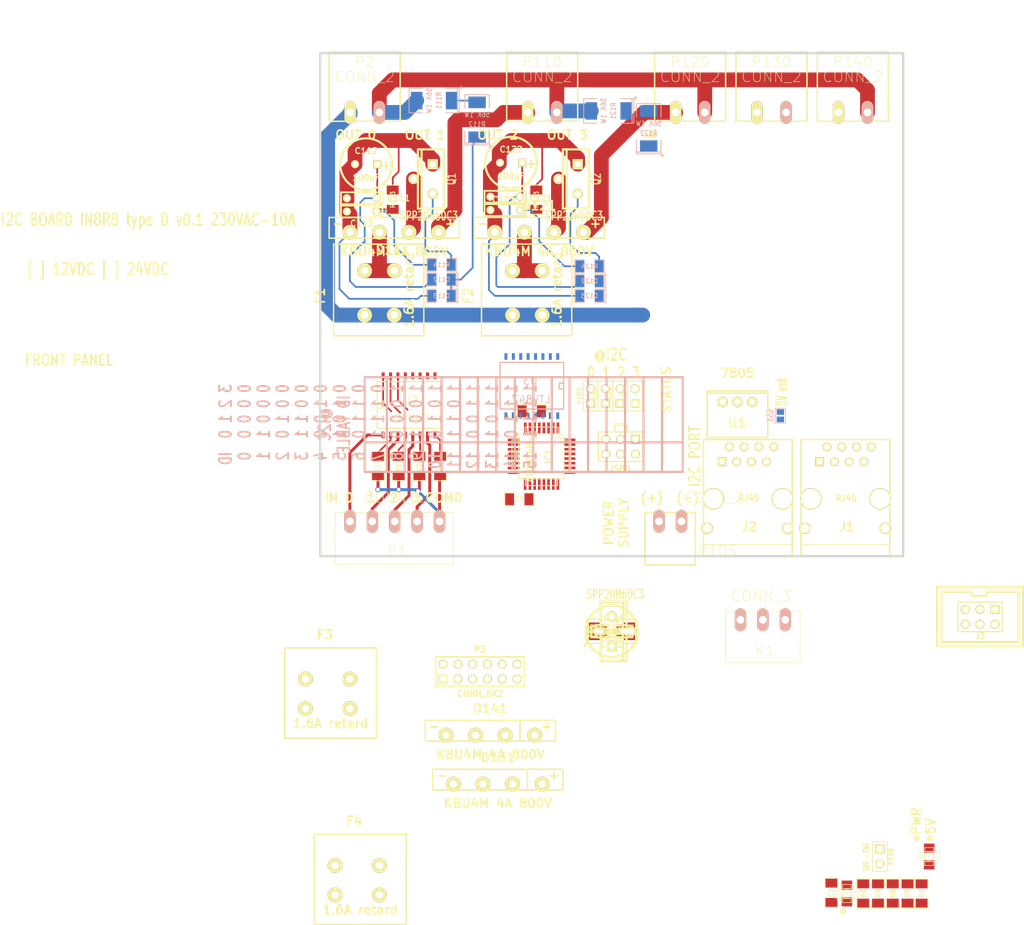
<source format=kicad_pcb>
(kicad_pcb (version 3) (host pcbnew "(2013-mar-13)-testing")

  (general
    (links 204)
    (no_connects 139)
    (area 181.419499 70.929499 281.876501 157.670501)
    (thickness 1.6002)
    (drawings 109)
    (tracks 210)
    (zones 0)
    (modules 89)
    (nets 89)
  )

  (page User 431.8 279.4)
  (title_block
    (title "4in4out I2C board")
    (rev 0)
    (company "XPLDUINO project")
    (comment 1 "GNU GPL v2")
    (comment 2 "Domotic Open Source ")
  )

  (layers
    (15 Dessus signal)
    (0 Dessous signal)
    (16 B.Adhes user)
    (17 F.Adhes user hide)
    (18 B.Paste user hide)
    (19 F.Paste user)
    (20 B.SilkS user hide)
    (21 F.SilkS user)
    (22 B.Mask user)
    (23 F.Mask user hide)
    (24 Dwgs.User user)
    (25 Cmts.User user)
    (26 Eco1.User user)
    (27 Eco2.User user)
    (28 Edge.Cuts user)
  )

  (setup
    (last_trace_width 0.3)
    (trace_clearance 0.254)
    (zone_clearance 0.127)
    (zone_45_only no)
    (trace_min 0.254)
    (segment_width 0.381)
    (edge_width 0.381)
    (via_size 0.889)
    (via_drill 0.635)
    (via_min_size 0.889)
    (via_min_drill 0.508)
    (uvia_size 0.508)
    (uvia_drill 0.127)
    (uvias_allowed no)
    (uvia_min_size 0.508)
    (uvia_min_drill 0.127)
    (pcb_text_width 0.3048)
    (pcb_text_size 1.524 2.032)
    (mod_edge_width 0.254)
    (mod_text_size 1.524 1.524)
    (mod_text_width 0.3048)
    (pad_size 1.778 1.778)
    (pad_drill 1.016)
    (pad_to_mask_clearance 0.254)
    (aux_axis_origin 12.7 12.7)
    (visible_elements 7FFEFFFF)
    (pcbplotparams
      (layerselection 284196865)
      (usegerberextensions true)
      (excludeedgelayer false)
      (linewidth 0.150000)
      (plotframeref false)
      (viasonmask false)
      (mode 1)
      (useauxorigin false)
      (hpglpennumber 1)
      (hpglpenspeed 20)
      (hpglpendiameter 15)
      (hpglpenoverlay 2)
      (psnegative false)
      (psa4output false)
      (plotreference true)
      (plotvalue false)
      (plotothertext true)
      (plotinvisibletext false)
      (padsonsilk true)
      (subtractmaskfromsilk false)
      (outputformat 1)
      (mirror false)
      (drillshape 0)
      (scaleselection 1)
      (outputdirectory gerber/))
  )

  (net 0 "")
  (net 1 +12V)
  (net 2 +5V)
  (net 3 /110D)
  (net 4 /110L)
  (net 5 /110P)
  (net 6 /110S)
  (net 7 /120D)
  (net 8 /120L)
  (net 9 /120M)
  (net 10 /120S)
  (net 11 /130L)
  (net 12 /130M)
  (net 13 /140L)
  (net 14 /140M)
  (net 15 /INT)
  (net 16 5V_EXT)
  (net 17 A0)
  (net 18 A1)
  (net 19 A2)
  (net 20 A3)
  (net 21 CMD0)
  (net 22 CMD1)
  (net 23 CMD2)
  (net 24 CMD3)
  (net 25 COM0)
  (net 26 GND)
  (net 27 IN0)
  (net 28 IN1)
  (net 29 IN2)
  (net 30 IN3)
  (net 31 L)
  (net 32 LED)
  (net 33 MISO)
  (net 34 MOSI)
  (net 35 N)
  (net 36 N-0000011)
  (net 37 N-0000013)
  (net 38 N-0000014)
  (net 39 N-0000015)
  (net 40 N-0000016)
  (net 41 N-0000021)
  (net 42 N-0000022)
  (net 43 N-0000023)
  (net 44 N-0000024)
  (net 45 N-0000025)
  (net 46 N-0000028)
  (net 47 N-0000030)
  (net 48 N-0000031)
  (net 49 N-0000032)
  (net 50 N-0000034)
  (net 51 N-0000051)
  (net 52 N-0000053)
  (net 53 N-0000055)
  (net 54 N-0000056)
  (net 55 N-0000057)
  (net 56 N-0000062)
  (net 57 N-0000063)
  (net 58 N-0000069)
  (net 59 N-0000073)
  (net 60 N-0000074)
  (net 61 N-0000077)
  (net 62 N-0000081)
  (net 63 N-0000082)
  (net 64 N-0000083)
  (net 65 N-0000084)
  (net 66 N-0000085)
  (net 67 N-0000086)
  (net 68 N-0000087)
  (net 69 N-0000088)
  (net 70 OUT0)
  (net 71 OUT0_A)
  (net 72 OUT0_B)
  (net 73 OUT1)
  (net 74 OUT1_A)
  (net 75 OUT1_B)
  (net 76 OUT2)
  (net 77 OUT2_A)
  (net 78 OUT2_B)
  (net 79 OUT3)
  (net 80 OUT3_A)
  (net 81 OUT3_B)
  (net 82 RESET)
  (net 83 RX)
  (net 84 SCK)
  (net 85 SCL)
  (net 86 SDA)
  (net 87 SEL)
  (net 88 TX)

  (net_class Default "Ceci est la Netclass par défaut"
    (clearance 0.254)
    (trace_width 0.3)
    (via_dia 0.889)
    (via_drill 0.635)
    (uvia_dia 0.508)
    (uvia_drill 0.127)
    (add_net "")
    (add_net /110D)
    (add_net /110L)
    (add_net /110S)
    (add_net /120D)
    (add_net /120L)
    (add_net /120M)
    (add_net /120S)
    (add_net /130L)
    (add_net /130M)
    (add_net /140L)
    (add_net /140M)
    (add_net /INT)
    (add_net A0)
    (add_net A1)
    (add_net A2)
    (add_net A3)
    (add_net CMD0)
    (add_net CMD1)
    (add_net CMD2)
    (add_net CMD3)
    (add_net GND)
    (add_net LED)
    (add_net MISO)
    (add_net MOSI)
    (add_net N-0000011)
    (add_net N-0000013)
    (add_net N-0000014)
    (add_net N-0000015)
    (add_net N-0000016)
    (add_net N-0000021)
    (add_net N-0000022)
    (add_net N-0000023)
    (add_net N-0000024)
    (add_net N-0000025)
    (add_net N-0000028)
    (add_net N-0000030)
    (add_net N-0000031)
    (add_net N-0000032)
    (add_net N-0000034)
    (add_net N-0000051)
    (add_net N-0000053)
    (add_net N-0000055)
    (add_net N-0000056)
    (add_net N-0000057)
    (add_net N-0000062)
    (add_net N-0000063)
    (add_net N-0000069)
    (add_net N-0000073)
    (add_net N-0000074)
    (add_net N-0000077)
    (add_net N-0000081)
    (add_net N-0000082)
    (add_net N-0000083)
    (add_net N-0000084)
    (add_net N-0000085)
    (add_net N-0000086)
    (add_net N-0000087)
    (add_net N-0000088)
    (add_net OUT0)
    (add_net OUT0_A)
    (add_net OUT0_B)
    (add_net OUT1)
    (add_net OUT1_A)
    (add_net OUT1_B)
    (add_net OUT2)
    (add_net OUT2_A)
    (add_net OUT2_B)
    (add_net OUT3)
    (add_net OUT3_A)
    (add_net OUT3_B)
    (add_net RESET)
    (add_net RX)
    (add_net SCK)
    (add_net SCL)
    (add_net SDA)
    (add_net SEL)
    (add_net TX)
  )

  (net_class +12V ""
    (clearance 0.50038)
    (trace_width 0.50038)
    (via_dia 0.889)
    (via_drill 0.635)
    (uvia_dia 0.508)
    (uvia_drill 0.127)
    (add_net +12V)
    (add_net COM0)
    (add_net IN0)
    (add_net IN1)
    (add_net IN2)
    (add_net IN3)
  )

  (net_class "+230 1mm" ""
    (clearance 1.50114)
    (trace_width 1.50114)
    (via_dia 0.889)
    (via_drill 0.635)
    (uvia_dia 0.508)
    (uvia_drill 0.127)
  )

  (net_class +230V ""
    (clearance 0.508)
    (trace_width 2.54)
    (via_dia 0.889)
    (via_drill 0.635)
    (uvia_dia 0.508)
    (uvia_drill 0.127)
    (add_net /110P)
    (add_net L)
    (add_net N)
  )

  (net_class +5V ""
    (clearance 0.254)
    (trace_width 0.50038)
    (via_dia 0.889)
    (via_drill 0.635)
    (uvia_dia 0.508)
    (uvia_drill 0.127)
    (add_net +5V)
    (add_net 5V_EXT)
  )

  (net_class GND ""
    (clearance 0.254)
    (trace_width 0.50038)
    (via_dia 0.889)
    (via_drill 0.635)
    (uvia_dia 0.508)
    (uvia_drill 0.127)
  )

  (module SM1206POL (layer Dessous) (tedit 42806E4C) (tstamp 531379A0)
    (at 202.438 112.776 180)
    (path /53109502)
    (attr smd)
    (fp_text reference D113 (at 0 0 180) (layer B.SilkS)
      (effects (font (size 0.762 0.762) (thickness 0.127)) (justify mirror))
    )
    (fp_text value BZX55 (at 0 0 180) (layer B.SilkS) hide
      (effects (font (size 0.762 0.762) (thickness 0.127)) (justify mirror))
    )
    (fp_line (start -2.54 1.143) (end -2.794 1.143) (layer B.SilkS) (width 0.127))
    (fp_line (start -2.794 1.143) (end -2.794 -1.143) (layer B.SilkS) (width 0.127))
    (fp_line (start -2.794 -1.143) (end -2.54 -1.143) (layer B.SilkS) (width 0.127))
    (fp_line (start -2.54 1.143) (end -2.54 -1.143) (layer B.SilkS) (width 0.127))
    (fp_line (start -2.54 -1.143) (end -0.889 -1.143) (layer B.SilkS) (width 0.127))
    (fp_line (start 0.889 1.143) (end 2.54 1.143) (layer B.SilkS) (width 0.127))
    (fp_line (start 2.54 1.143) (end 2.54 -1.143) (layer B.SilkS) (width 0.127))
    (fp_line (start 2.54 -1.143) (end 0.889 -1.143) (layer B.SilkS) (width 0.127))
    (fp_line (start -0.889 1.143) (end -2.54 1.143) (layer B.SilkS) (width 0.127))
    (pad 1 smd rect (at -1.651 0 180) (size 1.524 2.032)
      (layers Dessous B.Paste B.Mask)
      (net 36 N-0000011)
    )
    (pad 2 smd rect (at 1.651 0 180) (size 1.524 2.032)
      (layers Dessous B.Paste B.Mask)
      (net 6 /110S)
    )
    (model smd/chip_cms_pol.wrl
      (at (xyz 0 0 0))
      (scale (xyz 0.17 0.16 0.16))
      (rotate (xyz 0 0 0))
    )
  )

  (module SO16W (layer Dessous) (tedit 4280704F) (tstamp 531367B7)
    (at 217.932 128.27 180)
    (descr "Module CMS SOJ 16 pins tres large")
    (tags "CMS SOJ")
    (path /53108D8E)
    (attr smd)
    (fp_text reference U3 (at 0.254 0.889 180) (layer B.SilkS)
      (effects (font (size 1.27 1.27) (thickness 0.127)) (justify mirror))
    )
    (fp_text value LTV847 (at 0.127 -2.286 180) (layer B.SilkS)
      (effects (font (size 1.27 1.27) (thickness 0.127)) (justify mirror))
    )
    (fp_line (start -5.461 -3.937) (end -5.461 4.064) (layer B.SilkS) (width 0.2032))
    (fp_line (start 5.461 4.064) (end 5.461 -3.937) (layer B.SilkS) (width 0.2032))
    (fp_line (start -5.461 4.064) (end 5.461 4.064) (layer B.SilkS) (width 0.2032))
    (fp_line (start 5.461 -3.937) (end -5.461 -3.937) (layer B.SilkS) (width 0.2032))
    (fp_line (start -5.461 0.508) (end -4.699 0.508) (layer B.SilkS) (width 0.2032))
    (fp_line (start -4.699 0.508) (end -4.699 -0.508) (layer B.SilkS) (width 0.2032))
    (fp_line (start -4.699 -0.508) (end -5.461 -0.508) (layer B.SilkS) (width 0.2032))
    (pad 1 smd rect (at -4.445 -5.08 180) (size 0.508 1.143)
      (layers Dessous B.Paste B.Mask)
      (net 2 +5V)
    )
    (pad 2 smd rect (at -3.175 -5.08 180) (size 0.508 1.143)
      (layers Dessous B.Paste B.Mask)
      (net 66 N-0000085)
    )
    (pad 3 smd rect (at -1.905 -5.08 180) (size 0.508 1.143)
      (layers Dessous B.Paste B.Mask)
      (net 2 +5V)
    )
    (pad 4 smd rect (at -0.635 -5.08 180) (size 0.508 1.143)
      (layers Dessous B.Paste B.Mask)
      (net 67 N-0000086)
    )
    (pad 5 smd rect (at 0.635 -5.08 180) (size 0.508 1.143)
      (layers Dessous B.Paste B.Mask)
      (net 2 +5V)
    )
    (pad 6 smd rect (at 1.905 -5.08 180) (size 0.508 1.143)
      (layers Dessous B.Paste B.Mask)
      (net 68 N-0000087)
    )
    (pad 7 smd rect (at 3.175 -5.08 180) (size 0.508 1.143)
      (layers Dessous B.Paste B.Mask)
      (net 2 +5V)
    )
    (pad 8 smd rect (at 4.445 -5.08 180) (size 0.508 1.143)
      (layers Dessous B.Paste B.Mask)
      (net 69 N-0000088)
    )
    (pad 9 smd rect (at 4.445 5.08 180) (size 0.508 1.143)
      (layers Dessous B.Paste B.Mask)
      (net 81 OUT3_B)
    )
    (pad 10 smd rect (at 3.175 5.08 180) (size 0.508 1.143)
      (layers Dessous B.Paste B.Mask)
      (net 80 OUT3_A)
    )
    (pad 11 smd rect (at 1.905 5.08 180) (size 0.508 1.143)
      (layers Dessous B.Paste B.Mask)
      (net 78 OUT2_B)
    )
    (pad 12 smd rect (at 0.635 5.08 180) (size 0.508 1.143)
      (layers Dessous B.Paste B.Mask)
      (net 77 OUT2_A)
    )
    (pad 13 smd rect (at -0.635 5.08 180) (size 0.508 1.143)
      (layers Dessous B.Paste B.Mask)
      (net 75 OUT1_B)
    )
    (pad 14 smd rect (at -1.905 5.08 180) (size 0.508 1.143)
      (layers Dessous B.Paste B.Mask)
      (net 74 OUT1_A)
    )
    (pad 15 smd rect (at -3.175 5.08 180) (size 0.508 1.143)
      (layers Dessous B.Paste B.Mask)
      (net 72 OUT0_B)
    )
    (pad 16 smd rect (at -4.445 5.08 180) (size 0.508 1.143)
      (layers Dessous B.Paste B.Mask)
      (net 71 OUT0_A)
    )
    (model smd/cms_so16.wrl
      (at (xyz 0 0 0))
      (scale (xyz 0.5 0.6 0.5))
      (rotate (xyz 0 0 0))
    )
  )

  (module SO16W (layer Dessus) (tedit 4280704F) (tstamp 5313679D)
    (at 196.85 131.572)
    (descr "Module CMS SOJ 16 pins tres large")
    (tags "CMS SOJ")
    (path /53107F54)
    (attr smd)
    (fp_text reference U2 (at 0.254 -0.889) (layer F.SilkS)
      (effects (font (size 1.27 1.27) (thickness 0.127)))
    )
    (fp_text value LTV847 (at 0.127 2.286) (layer F.SilkS)
      (effects (font (size 1.27 1.27) (thickness 0.127)))
    )
    (fp_line (start -5.461 3.937) (end -5.461 -4.064) (layer F.SilkS) (width 0.2032))
    (fp_line (start 5.461 -4.064) (end 5.461 3.937) (layer F.SilkS) (width 0.2032))
    (fp_line (start -5.461 -4.064) (end 5.461 -4.064) (layer F.SilkS) (width 0.2032))
    (fp_line (start 5.461 3.937) (end -5.461 3.937) (layer F.SilkS) (width 0.2032))
    (fp_line (start -5.461 -0.508) (end -4.699 -0.508) (layer F.SilkS) (width 0.2032))
    (fp_line (start -4.699 -0.508) (end -4.699 0.508) (layer F.SilkS) (width 0.2032))
    (fp_line (start -4.699 0.508) (end -5.461 0.508) (layer F.SilkS) (width 0.2032))
    (pad 1 smd rect (at -4.445 5.08) (size 0.508 1.143)
      (layers Dessus F.Paste F.Mask)
      (net 27 IN0)
    )
    (pad 2 smd rect (at -3.175 5.08) (size 0.508 1.143)
      (layers Dessus F.Paste F.Mask)
      (net 40 N-0000016)
    )
    (pad 3 smd rect (at -1.905 5.08) (size 0.508 1.143)
      (layers Dessus F.Paste F.Mask)
      (net 28 IN1)
    )
    (pad 4 smd rect (at -0.635 5.08) (size 0.508 1.143)
      (layers Dessus F.Paste F.Mask)
      (net 39 N-0000015)
    )
    (pad 5 smd rect (at 0.635 5.08) (size 0.508 1.143)
      (layers Dessus F.Paste F.Mask)
      (net 29 IN2)
    )
    (pad 6 smd rect (at 1.905 5.08) (size 0.508 1.143)
      (layers Dessus F.Paste F.Mask)
      (net 38 N-0000014)
    )
    (pad 7 smd rect (at 3.175 5.08) (size 0.508 1.143)
      (layers Dessus F.Paste F.Mask)
      (net 30 IN3)
    )
    (pad 8 smd rect (at 4.445 5.08) (size 0.508 1.143)
      (layers Dessus F.Paste F.Mask)
      (net 37 N-0000013)
    )
    (pad 9 smd rect (at 4.445 -5.08) (size 0.508 1.143)
      (layers Dessus F.Paste F.Mask)
      (net 26 GND)
    )
    (pad 10 smd rect (at 3.175 -5.08) (size 0.508 1.143)
      (layers Dessus F.Paste F.Mask)
      (net 24 CMD3)
    )
    (pad 11 smd rect (at 1.905 -5.08) (size 0.508 1.143)
      (layers Dessus F.Paste F.Mask)
      (net 26 GND)
    )
    (pad 12 smd rect (at 0.635 -5.08) (size 0.508 1.143)
      (layers Dessus F.Paste F.Mask)
      (net 23 CMD2)
    )
    (pad 13 smd rect (at -0.635 -5.08) (size 0.508 1.143)
      (layers Dessus F.Paste F.Mask)
      (net 26 GND)
    )
    (pad 14 smd rect (at -1.905 -5.08) (size 0.508 1.143)
      (layers Dessus F.Paste F.Mask)
      (net 22 CMD1)
    )
    (pad 15 smd rect (at -3.175 -5.08) (size 0.508 1.143)
      (layers Dessus F.Paste F.Mask)
      (net 26 GND)
    )
    (pad 16 smd rect (at -4.445 -5.08) (size 0.508 1.143)
      (layers Dessus F.Paste F.Mask)
      (net 21 CMD0)
    )
    (model smd/cms_so16.wrl
      (at (xyz 0 0 0))
      (scale (xyz 0.5 0.6 0.5))
      (rotate (xyz 0 0 0))
    )
  )

  (module MOL_CONN_2_H (layer Dessus) (tedit 5313446D) (tstamp 53135DC4)
    (at 189.23 81.28 180)
    (descr CONNECTOR)
    (tags CONNECTOR)
    (path /5310DE59)
    (attr virtual)
    (fp_text reference P2 (at 0 8.636 180) (layer F.SilkS)
      (effects (font (size 1.778 1.778) (thickness 0.0889)))
    )
    (fp_text value CONN_2 (at 0 6.096 180) (layer F.SilkS)
      (effects (font (size 1.778 1.778) (thickness 0.0889)))
    )
    (fp_line (start 5.715 -1.524) (end 6.096 -1.524) (layer F.SilkS) (width 0.254))
    (fp_line (start 6.096 -1.524) (end 6.096 10.414) (layer F.SilkS) (width 0.254))
    (fp_line (start 6.096 10.414) (end -6.096 10.414) (layer F.SilkS) (width 0.254))
    (fp_line (start -6.096 10.414) (end -6.096 -1.524) (layer F.SilkS) (width 0.254))
    (fp_line (start -6.096 -1.524) (end 5.715 -1.524) (layer F.SilkS) (width 0.254))
    (pad 1 thru_hole oval (at -2.5146 0 180) (size 1.9812 3.9624) (drill 1.3208)
      (layers *.Cu *.SilkS *.Mask F.Paste)
      (net 35 N)
    )
    (pad 2 thru_hole oval (at 2.4892 0 180) (size 1.9812 3.9624) (drill 1.3208)
      (layers *.Cu *.Mask F.Paste F.SilkS)
      (net 31 L)
    )
  )

  (module pin_array_6x2 (layer Dessus) (tedit 3FB38A8B) (tstamp 5313583F)
    (at 209.042 177.292)
    (descr "Double rangee de contacts 2 x 6 pins")
    (tags CONN)
    (path /5136E504)
    (fp_text reference P3 (at 0 -3.81) (layer F.SilkS)
      (effects (font (size 1.016 1.016) (thickness 0.27432)))
    )
    (fp_text value CONN_6X2 (at 0 3.81) (layer F.SilkS)
      (effects (font (size 1.016 1.016) (thickness 0.2032)))
    )
    (fp_line (start -7.62 -2.54) (end 7.62 -2.54) (layer F.SilkS) (width 0.3048))
    (fp_line (start 7.62 -2.54) (end 7.62 2.54) (layer F.SilkS) (width 0.3048))
    (fp_line (start 7.62 2.54) (end -7.62 2.54) (layer F.SilkS) (width 0.3048))
    (fp_line (start -7.62 2.54) (end -7.62 -2.54) (layer F.SilkS) (width 0.3048))
    (pad 1 thru_hole rect (at -6.35 1.27) (size 1.524 1.524) (drill 1.016)
      (layers *.Cu *.Mask F.SilkS)
      (net 21 CMD0)
    )
    (pad 2 thru_hole circle (at -6.35 -1.27) (size 1.524 1.524) (drill 1.016)
      (layers *.Cu *.Mask F.SilkS)
      (net 70 OUT0)
    )
    (pad 3 thru_hole circle (at -3.81 1.27) (size 1.524 1.524) (drill 1.016)
      (layers *.Cu *.Mask F.SilkS)
      (net 22 CMD1)
    )
    (pad 4 thru_hole circle (at -3.81 -1.27) (size 1.524 1.524) (drill 1.016)
      (layers *.Cu *.Mask F.SilkS)
      (net 73 OUT1)
    )
    (pad 5 thru_hole circle (at -1.27 1.27) (size 1.524 1.524) (drill 1.016)
      (layers *.Cu *.Mask F.SilkS)
      (net 23 CMD2)
    )
    (pad 6 thru_hole circle (at -1.27 -1.27) (size 1.524 1.524) (drill 1.016)
      (layers *.Cu *.Mask F.SilkS)
      (net 76 OUT2)
    )
    (pad 7 thru_hole circle (at 1.27 1.27) (size 1.524 1.524) (drill 1.016)
      (layers *.Cu *.Mask F.SilkS)
      (net 24 CMD3)
    )
    (pad 8 thru_hole circle (at 1.27 -1.27) (size 1.524 1.524) (drill 1.016)
      (layers *.Cu *.Mask F.SilkS)
      (net 79 OUT3)
    )
    (pad 9 thru_hole circle (at 3.81 1.27) (size 1.524 1.524) (drill 1.016)
      (layers *.Cu *.Mask F.SilkS)
      (net 82 RESET)
    )
    (pad 10 thru_hole circle (at 3.81 -1.27) (size 1.524 1.524) (drill 1.016)
      (layers *.Cu *.Mask F.SilkS)
      (net 32 LED)
    )
    (pad 11 thru_hole circle (at 6.35 1.27) (size 1.524 1.524) (drill 1.016)
      (layers *.Cu *.Mask F.SilkS)
      (net 26 GND)
    )
    (pad 12 thru_hole circle (at 6.35 -1.27) (size 1.524 1.524) (drill 1.016)
      (layers *.Cu *.Mask F.SilkS)
      (net 2 +5V)
    )
    (model pin_array/pins_array_6x2.wrl
      (at (xyz 0 0 0))
      (scale (xyz 1 1 1))
      (rotate (xyz 0 0 0))
    )
  )

  (module SM1206 (layer Dessus) (tedit 42806E24) (tstamp 53134A1C)
    (at 231.648 170.370501)
    (path /5310D4B4)
    (attr smd)
    (fp_text reference R144 (at 0 0) (layer F.SilkS)
      (effects (font (size 0.762 0.762) (thickness 0.127)))
    )
    (fp_text value 100R (at 0 0) (layer F.SilkS) hide
      (effects (font (size 0.762 0.762) (thickness 0.127)))
    )
    (fp_line (start -2.54 -1.143) (end -2.54 1.143) (layer F.SilkS) (width 0.127))
    (fp_line (start -2.54 1.143) (end -0.889 1.143) (layer F.SilkS) (width 0.127))
    (fp_line (start 0.889 -1.143) (end 2.54 -1.143) (layer F.SilkS) (width 0.127))
    (fp_line (start 2.54 -1.143) (end 2.54 1.143) (layer F.SilkS) (width 0.127))
    (fp_line (start 2.54 1.143) (end 0.889 1.143) (layer F.SilkS) (width 0.127))
    (fp_line (start -0.889 -1.143) (end -2.54 -1.143) (layer F.SilkS) (width 0.127))
    (pad 1 smd rect (at -1.651 0) (size 1.524 2.032)
      (layers Dessus F.Paste F.Mask)
      (net 48 N-0000031)
    )
    (pad 2 smd rect (at 1.651 0) (size 1.524 2.032)
      (layers Dessus F.Paste F.Mask)
      (net 81 OUT3_B)
    )
    (model smd/chip_cms.wrl
      (at (xyz 0 0 0))
      (scale (xyz 0.17 0.16 0.16))
      (rotate (xyz 0 0 0))
    )
  )

  (module SM1206 (layer Dessus) (tedit 42806E24) (tstamp 53134A10)
    (at 231.648 170.370501)
    (path /5310D4AE)
    (attr smd)
    (fp_text reference R143 (at 0 0) (layer F.SilkS)
      (effects (font (size 0.762 0.762) (thickness 0.127)))
    )
    (fp_text value 15K (at 0 0) (layer F.SilkS) hide
      (effects (font (size 0.762 0.762) (thickness 0.127)))
    )
    (fp_line (start -2.54 -1.143) (end -2.54 1.143) (layer F.SilkS) (width 0.127))
    (fp_line (start -2.54 1.143) (end -0.889 1.143) (layer F.SilkS) (width 0.127))
    (fp_line (start 0.889 -1.143) (end 2.54 -1.143) (layer F.SilkS) (width 0.127))
    (fp_line (start 2.54 -1.143) (end 2.54 1.143) (layer F.SilkS) (width 0.127))
    (fp_line (start 2.54 1.143) (end 0.889 1.143) (layer F.SilkS) (width 0.127))
    (fp_line (start -0.889 -1.143) (end -2.54 -1.143) (layer F.SilkS) (width 0.127))
    (pad 1 smd rect (at -1.651 0) (size 1.524 2.032)
      (layers Dessus F.Paste F.Mask)
      (net 49 N-0000032)
    )
    (pad 2 smd rect (at 1.651 0) (size 1.524 2.032)
      (layers Dessus F.Paste F.Mask)
      (net 81 OUT3_B)
    )
    (model smd/chip_cms.wrl
      (at (xyz 0 0 0))
      (scale (xyz 0.17 0.16 0.16))
      (rotate (xyz 0 0 0))
    )
  )

  (module SM2512 (layer Dessus) (tedit 51015917) (tstamp 53134A04)
    (at 231.648 170.370501)
    (tags "CMS SM")
    (path /5310D4A5)
    (attr smd)
    (fp_text reference R142 (at -0.8001 0 90) (layer F.SilkS)
      (effects (font (size 0.889 0.762) (thickness 0.127)))
    )
    (fp_text value "56K 1W" (at 0.89916 0 90) (layer F.SilkS)
      (effects (font (size 0.889 0.762) (thickness 0.127)))
    )
    (fp_line (start -3.99956 -2.10058) (end -3.99956 2.10058) (layer F.SilkS) (width 0.14986))
    (fp_text user + (at -4.59994 2.30124) (layer F.SilkS)
      (effects (font (size 0.7 0.7) (thickness 0.15)))
    )
    (fp_line (start -4.30022 -2.10058) (end -4.30022 2.10058) (layer F.SilkS) (width 0.14986))
    (fp_line (start 4.30022 -2.10058) (end 4.30022 2.10058) (layer F.SilkS) (width 0.14986))
    (fp_line (start 1.99644 2.10566) (end 4.28244 2.10566) (layer F.SilkS) (width 0.14986))
    (fp_line (start 4.28244 -2.10566) (end 1.99644 -2.10566) (layer F.SilkS) (width 0.14986))
    (fp_line (start -1.99898 -2.10566) (end -4.28498 -2.10566) (layer F.SilkS) (width 0.14986))
    (fp_line (start -4.28244 2.10566) (end -1.99644 2.10566) (layer F.SilkS) (width 0.14986))
    (pad 1 smd rect (at -2.99974 0) (size 1.99898 2.99974)
      (layers Dessus F.Paste F.Mask)
      (net 52 N-0000053)
    )
    (pad 2 smd rect (at 2.99974 0) (size 1.99898 2.99974)
      (layers Dessus F.Paste F.Mask)
      (net 50 N-0000034)
    )
    (model smd\chip_smd_pol_wide.wrl
      (at (xyz 0 0 0))
      (scale (xyz 0.35 0.35 0.35))
      (rotate (xyz 0 0 0))
    )
  )

  (module SM2512 (layer Dessus) (tedit 51015917) (tstamp 531349F6)
    (at 231.648 170.370501)
    (tags "CMS SM")
    (path /5310D4DB)
    (attr smd)
    (fp_text reference R141 (at -0.8001 0 90) (layer F.SilkS)
      (effects (font (size 0.889 0.762) (thickness 0.127)))
    )
    (fp_text value "56K 1W" (at 0.89916 0 90) (layer F.SilkS)
      (effects (font (size 0.889 0.762) (thickness 0.127)))
    )
    (fp_line (start -3.99956 -2.10058) (end -3.99956 2.10058) (layer F.SilkS) (width 0.14986))
    (fp_text user + (at -4.59994 2.30124) (layer F.SilkS)
      (effects (font (size 0.7 0.7) (thickness 0.15)))
    )
    (fp_line (start -4.30022 -2.10058) (end -4.30022 2.10058) (layer F.SilkS) (width 0.14986))
    (fp_line (start 4.30022 -2.10058) (end 4.30022 2.10058) (layer F.SilkS) (width 0.14986))
    (fp_line (start 1.99644 2.10566) (end 4.28244 2.10566) (layer F.SilkS) (width 0.14986))
    (fp_line (start 4.28244 -2.10566) (end 1.99644 -2.10566) (layer F.SilkS) (width 0.14986))
    (fp_line (start -1.99898 -2.10566) (end -4.28498 -2.10566) (layer F.SilkS) (width 0.14986))
    (fp_line (start -4.28244 2.10566) (end -1.99644 2.10566) (layer F.SilkS) (width 0.14986))
    (pad 1 smd rect (at -2.99974 0) (size 1.99898 2.99974)
      (layers Dessus F.Paste F.Mask)
      (net 50 N-0000034)
    )
    (pad 2 smd rect (at 2.99974 0) (size 1.99898 2.99974)
      (layers Dessus F.Paste F.Mask)
      (net 35 N)
    )
    (model smd\chip_smd_pol_wide.wrl
      (at (xyz 0 0 0))
      (scale (xyz 0.35 0.35 0.35))
      (rotate (xyz 0 0 0))
    )
  )

  (module SM1206 (layer Dessus) (tedit 42806E24) (tstamp 531349E8)
    (at 231.648 170.370501)
    (path /5310D436)
    (attr smd)
    (fp_text reference R134 (at 0 0) (layer F.SilkS)
      (effects (font (size 0.762 0.762) (thickness 0.127)))
    )
    (fp_text value 100R (at 0 0) (layer F.SilkS) hide
      (effects (font (size 0.762 0.762) (thickness 0.127)))
    )
    (fp_line (start -2.54 -1.143) (end -2.54 1.143) (layer F.SilkS) (width 0.127))
    (fp_line (start -2.54 1.143) (end -0.889 1.143) (layer F.SilkS) (width 0.127))
    (fp_line (start 0.889 -1.143) (end 2.54 -1.143) (layer F.SilkS) (width 0.127))
    (fp_line (start 2.54 -1.143) (end 2.54 1.143) (layer F.SilkS) (width 0.127))
    (fp_line (start 2.54 1.143) (end 0.889 1.143) (layer F.SilkS) (width 0.127))
    (fp_line (start -0.889 -1.143) (end -2.54 -1.143) (layer F.SilkS) (width 0.127))
    (pad 1 smd rect (at -1.651 0) (size 1.524 2.032)
      (layers Dessus F.Paste F.Mask)
      (net 54 N-0000056)
    )
    (pad 2 smd rect (at 1.651 0) (size 1.524 2.032)
      (layers Dessus F.Paste F.Mask)
      (net 78 OUT2_B)
    )
    (model smd/chip_cms.wrl
      (at (xyz 0 0 0))
      (scale (xyz 0.17 0.16 0.16))
      (rotate (xyz 0 0 0))
    )
  )

  (module SM1206 (layer Dessus) (tedit 42806E24) (tstamp 531349DC)
    (at 231.648 170.370501)
    (path /5310D430)
    (attr smd)
    (fp_text reference R133 (at 0 0) (layer F.SilkS)
      (effects (font (size 0.762 0.762) (thickness 0.127)))
    )
    (fp_text value 15K (at 0 0) (layer F.SilkS) hide
      (effects (font (size 0.762 0.762) (thickness 0.127)))
    )
    (fp_line (start -2.54 -1.143) (end -2.54 1.143) (layer F.SilkS) (width 0.127))
    (fp_line (start -2.54 1.143) (end -0.889 1.143) (layer F.SilkS) (width 0.127))
    (fp_line (start 0.889 -1.143) (end 2.54 -1.143) (layer F.SilkS) (width 0.127))
    (fp_line (start 2.54 -1.143) (end 2.54 1.143) (layer F.SilkS) (width 0.127))
    (fp_line (start 2.54 1.143) (end 0.889 1.143) (layer F.SilkS) (width 0.127))
    (fp_line (start -0.889 -1.143) (end -2.54 -1.143) (layer F.SilkS) (width 0.127))
    (pad 1 smd rect (at -1.651 0) (size 1.524 2.032)
      (layers Dessus F.Paste F.Mask)
      (net 60 N-0000074)
    )
    (pad 2 smd rect (at 1.651 0) (size 1.524 2.032)
      (layers Dessus F.Paste F.Mask)
      (net 78 OUT2_B)
    )
    (model smd/chip_cms.wrl
      (at (xyz 0 0 0))
      (scale (xyz 0.17 0.16 0.16))
      (rotate (xyz 0 0 0))
    )
  )

  (module SM2512 (layer Dessus) (tedit 51015917) (tstamp 531349D0)
    (at 231.648 170.370501)
    (tags "CMS SM")
    (path /5310D427)
    (attr smd)
    (fp_text reference R132 (at -0.8001 0 90) (layer F.SilkS)
      (effects (font (size 0.889 0.762) (thickness 0.127)))
    )
    (fp_text value "56K 1W" (at 0.89916 0 90) (layer F.SilkS)
      (effects (font (size 0.889 0.762) (thickness 0.127)))
    )
    (fp_line (start -3.99956 -2.10058) (end -3.99956 2.10058) (layer F.SilkS) (width 0.14986))
    (fp_text user + (at -4.59994 2.30124) (layer F.SilkS)
      (effects (font (size 0.7 0.7) (thickness 0.15)))
    )
    (fp_line (start -4.30022 -2.10058) (end -4.30022 2.10058) (layer F.SilkS) (width 0.14986))
    (fp_line (start 4.30022 -2.10058) (end 4.30022 2.10058) (layer F.SilkS) (width 0.14986))
    (fp_line (start 1.99644 2.10566) (end 4.28244 2.10566) (layer F.SilkS) (width 0.14986))
    (fp_line (start 4.28244 -2.10566) (end 1.99644 -2.10566) (layer F.SilkS) (width 0.14986))
    (fp_line (start -1.99898 -2.10566) (end -4.28498 -2.10566) (layer F.SilkS) (width 0.14986))
    (fp_line (start -4.28244 2.10566) (end -1.99644 2.10566) (layer F.SilkS) (width 0.14986))
    (pad 1 smd rect (at -2.99974 0) (size 1.99898 2.99974)
      (layers Dessus F.Paste F.Mask)
      (net 59 N-0000073)
    )
    (pad 2 smd rect (at 2.99974 0) (size 1.99898 2.99974)
      (layers Dessus F.Paste F.Mask)
      (net 65 N-0000084)
    )
    (model smd\chip_smd_pol_wide.wrl
      (at (xyz 0 0 0))
      (scale (xyz 0.35 0.35 0.35))
      (rotate (xyz 0 0 0))
    )
  )

  (module SM2512 (layer Dessus) (tedit 51015917) (tstamp 531349C2)
    (at 231.648 170.370501)
    (tags "CMS SM")
    (path /5310D45D)
    (attr smd)
    (fp_text reference R131 (at -0.8001 0 90) (layer F.SilkS)
      (effects (font (size 0.889 0.762) (thickness 0.127)))
    )
    (fp_text value "56K 1W" (at 0.89916 0 90) (layer F.SilkS)
      (effects (font (size 0.889 0.762) (thickness 0.127)))
    )
    (fp_line (start -3.99956 -2.10058) (end -3.99956 2.10058) (layer F.SilkS) (width 0.14986))
    (fp_text user + (at -4.59994 2.30124) (layer F.SilkS)
      (effects (font (size 0.7 0.7) (thickness 0.15)))
    )
    (fp_line (start -4.30022 -2.10058) (end -4.30022 2.10058) (layer F.SilkS) (width 0.14986))
    (fp_line (start 4.30022 -2.10058) (end 4.30022 2.10058) (layer F.SilkS) (width 0.14986))
    (fp_line (start 1.99644 2.10566) (end 4.28244 2.10566) (layer F.SilkS) (width 0.14986))
    (fp_line (start 4.28244 -2.10566) (end 1.99644 -2.10566) (layer F.SilkS) (width 0.14986))
    (fp_line (start -1.99898 -2.10566) (end -4.28498 -2.10566) (layer F.SilkS) (width 0.14986))
    (fp_line (start -4.28244 2.10566) (end -1.99644 2.10566) (layer F.SilkS) (width 0.14986))
    (pad 1 smd rect (at -2.99974 0) (size 1.99898 2.99974)
      (layers Dessus F.Paste F.Mask)
      (net 65 N-0000084)
    )
    (pad 2 smd rect (at 2.99974 0) (size 1.99898 2.99974)
      (layers Dessus F.Paste F.Mask)
      (net 35 N)
    )
    (model smd\chip_smd_pol_wide.wrl
      (at (xyz 0 0 0))
      (scale (xyz 0.35 0.35 0.35))
      (rotate (xyz 0 0 0))
    )
  )

  (module SM1206 (layer Dessous) (tedit 42806E24) (tstamp 531349B4)
    (at 227.838 107.696 180)
    (path /5310D3B8)
    (attr smd)
    (fp_text reference R124 (at 0 0 180) (layer B.SilkS)
      (effects (font (size 0.762 0.762) (thickness 0.127)) (justify mirror))
    )
    (fp_text value 100R (at 0 0 180) (layer B.SilkS) hide
      (effects (font (size 0.762 0.762) (thickness 0.127)) (justify mirror))
    )
    (fp_line (start -2.54 1.143) (end -2.54 -1.143) (layer B.SilkS) (width 0.127))
    (fp_line (start -2.54 -1.143) (end -0.889 -1.143) (layer B.SilkS) (width 0.127))
    (fp_line (start 0.889 1.143) (end 2.54 1.143) (layer B.SilkS) (width 0.127))
    (fp_line (start 2.54 1.143) (end 2.54 -1.143) (layer B.SilkS) (width 0.127))
    (fp_line (start 2.54 -1.143) (end 0.889 -1.143) (layer B.SilkS) (width 0.127))
    (fp_line (start -0.889 1.143) (end -2.54 1.143) (layer B.SilkS) (width 0.127))
    (pad 1 smd rect (at -1.651 0 180) (size 1.524 2.032)
      (layers Dessous B.Paste B.Mask)
      (net 61 N-0000077)
    )
    (pad 2 smd rect (at 1.651 0 180) (size 1.524 2.032)
      (layers Dessous B.Paste B.Mask)
      (net 75 OUT1_B)
    )
    (model smd/chip_cms.wrl
      (at (xyz 0 0 0))
      (scale (xyz 0.17 0.16 0.16))
      (rotate (xyz 0 0 0))
    )
  )

  (module SM1206 (layer Dessus) (tedit 42806E24) (tstamp 531349A8)
    (at 218.694 96.266 270)
    (path /5310D3B2)
    (attr smd)
    (fp_text reference R123 (at 0 0 270) (layer F.SilkS)
      (effects (font (size 0.762 0.762) (thickness 0.127)))
    )
    (fp_text value 15K (at 0 0 270) (layer F.SilkS) hide
      (effects (font (size 0.762 0.762) (thickness 0.127)))
    )
    (fp_line (start -2.54 -1.143) (end -2.54 1.143) (layer F.SilkS) (width 0.127))
    (fp_line (start -2.54 1.143) (end -0.889 1.143) (layer F.SilkS) (width 0.127))
    (fp_line (start 0.889 -1.143) (end 2.54 -1.143) (layer F.SilkS) (width 0.127))
    (fp_line (start 2.54 -1.143) (end 2.54 1.143) (layer F.SilkS) (width 0.127))
    (fp_line (start 2.54 1.143) (end 0.889 1.143) (layer F.SilkS) (width 0.127))
    (fp_line (start -0.889 -1.143) (end -2.54 -1.143) (layer F.SilkS) (width 0.127))
    (pad 1 smd rect (at -1.651 0 270) (size 1.524 2.032)
      (layers Dessus F.Paste F.Mask)
      (net 10 /120S)
    )
    (pad 2 smd rect (at 1.651 0 270) (size 1.524 2.032)
      (layers Dessus F.Paste F.Mask)
      (net 75 OUT1_B)
    )
    (model smd/chip_cms.wrl
      (at (xyz 0 0 0))
      (scale (xyz 0.17 0.16 0.16))
      (rotate (xyz 0 0 0))
    )
  )

  (module SM2512 (layer Dessous) (tedit 51015917) (tstamp 5313499C)
    (at 237.998 84.074 90)
    (tags "CMS SM")
    (path /5310D3A9)
    (attr smd)
    (fp_text reference R122 (at -0.8001 0 360) (layer B.SilkS)
      (effects (font (size 0.889 0.762) (thickness 0.127)) (justify mirror))
    )
    (fp_text value "56K 1W" (at 0.89916 0 360) (layer B.SilkS)
      (effects (font (size 0.889 0.762) (thickness 0.127)) (justify mirror))
    )
    (fp_line (start -3.99956 2.10058) (end -3.99956 -2.10058) (layer B.SilkS) (width 0.14986))
    (fp_text user + (at -4.59994 2.30124 90) (layer B.SilkS)
      (effects (font (size 0.7 0.7) (thickness 0.15)) (justify mirror))
    )
    (fp_line (start -4.30022 2.10058) (end -4.30022 -2.10058) (layer B.SilkS) (width 0.14986))
    (fp_line (start 4.30022 2.10058) (end 4.30022 -2.10058) (layer B.SilkS) (width 0.14986))
    (fp_line (start 1.99644 -2.10566) (end 4.28244 -2.10566) (layer B.SilkS) (width 0.14986))
    (fp_line (start 4.28244 2.10566) (end 1.99644 2.10566) (layer B.SilkS) (width 0.14986))
    (fp_line (start -1.99898 2.10566) (end -4.28498 2.10566) (layer B.SilkS) (width 0.14986))
    (fp_line (start -4.28244 -2.10566) (end -1.99644 -2.10566) (layer B.SilkS) (width 0.14986))
    (pad 1 smd rect (at -2.99974 0 90) (size 1.99898 2.99974)
      (layers Dessous B.Paste B.Mask)
      (net 58 N-0000069)
    )
    (pad 2 smd rect (at 2.99974 0 90) (size 1.99898 2.99974)
      (layers Dessous B.Paste B.Mask)
      (net 63 N-0000082)
    )
    (model smd\chip_smd_pol_wide.wrl
      (at (xyz 0 0 0))
      (scale (xyz 0.35 0.35 0.35))
      (rotate (xyz 0 0 0))
    )
  )

  (module SM2512 (layer Dessous) (tedit 51015917) (tstamp 5313498E)
    (at 231.14 81.026 180)
    (tags "CMS SM")
    (path /5310D3DF)
    (attr smd)
    (fp_text reference R121 (at -0.8001 0 450) (layer B.SilkS)
      (effects (font (size 0.889 0.762) (thickness 0.127)) (justify mirror))
    )
    (fp_text value "56K 1W" (at 0.89916 0 450) (layer B.SilkS)
      (effects (font (size 0.889 0.762) (thickness 0.127)) (justify mirror))
    )
    (fp_line (start -3.99956 2.10058) (end -3.99956 -2.10058) (layer B.SilkS) (width 0.14986))
    (fp_text user + (at -4.59994 2.30124 180) (layer B.SilkS)
      (effects (font (size 0.7 0.7) (thickness 0.15)) (justify mirror))
    )
    (fp_line (start -4.30022 2.10058) (end -4.30022 -2.10058) (layer B.SilkS) (width 0.14986))
    (fp_line (start 4.30022 2.10058) (end 4.30022 -2.10058) (layer B.SilkS) (width 0.14986))
    (fp_line (start 1.99644 -2.10566) (end 4.28244 -2.10566) (layer B.SilkS) (width 0.14986))
    (fp_line (start 4.28244 2.10566) (end 1.99644 2.10566) (layer B.SilkS) (width 0.14986))
    (fp_line (start -1.99898 2.10566) (end -4.28498 2.10566) (layer B.SilkS) (width 0.14986))
    (fp_line (start -4.28244 -2.10566) (end -1.99644 -2.10566) (layer B.SilkS) (width 0.14986))
    (pad 1 smd rect (at -2.99974 0 180) (size 1.99898 2.99974)
      (layers Dessous B.Paste B.Mask)
      (net 63 N-0000082)
    )
    (pad 2 smd rect (at 2.99974 0 180) (size 1.99898 2.99974)
      (layers Dessous B.Paste B.Mask)
      (net 35 N)
    )
    (model smd\chip_smd_pol_wide.wrl
      (at (xyz 0 0 0))
      (scale (xyz 0.35 0.35 0.35))
      (rotate (xyz 0 0 0))
    )
  )

  (module SM1206 (layer Dessous) (tedit 42806E24) (tstamp 5314E6B8)
    (at 202.438 107.442 180)
    (path /5310A3A4)
    (attr smd)
    (fp_text reference R114 (at 0 0 180) (layer B.SilkS)
      (effects (font (size 0.762 0.762) (thickness 0.127)) (justify mirror))
    )
    (fp_text value 100R (at 0 0 180) (layer B.SilkS) hide
      (effects (font (size 0.762 0.762) (thickness 0.127)) (justify mirror))
    )
    (fp_line (start -2.54 1.143) (end -2.54 -1.143) (layer B.SilkS) (width 0.127))
    (fp_line (start -2.54 -1.143) (end -0.889 -1.143) (layer B.SilkS) (width 0.127))
    (fp_line (start 0.889 1.143) (end 2.54 1.143) (layer B.SilkS) (width 0.127))
    (fp_line (start 2.54 1.143) (end 2.54 -1.143) (layer B.SilkS) (width 0.127))
    (fp_line (start 2.54 -1.143) (end 0.889 -1.143) (layer B.SilkS) (width 0.127))
    (fp_line (start -0.889 1.143) (end -2.54 1.143) (layer B.SilkS) (width 0.127))
    (pad 1 smd rect (at -1.651 0 180) (size 1.524 2.032)
      (layers Dessous B.Paste B.Mask)
      (net 51 N-0000051)
    )
    (pad 2 smd rect (at 1.651 0 180) (size 1.524 2.032)
      (layers Dessous B.Paste B.Mask)
      (net 72 OUT0_B)
    )
    (model smd/chip_cms.wrl
      (at (xyz 0 0 0))
      (scale (xyz 0.17 0.16 0.16))
      (rotate (xyz 0 0 0))
    )
  )

  (module SM1206 (layer Dessus) (tedit 42806E24) (tstamp 53134974)
    (at 194.056 96.266 270)
    (path /5310A39E)
    (attr smd)
    (fp_text reference R113 (at 0 0 270) (layer F.SilkS)
      (effects (font (size 0.762 0.762) (thickness 0.127)))
    )
    (fp_text value 15K (at 0 0 270) (layer F.SilkS) hide
      (effects (font (size 0.762 0.762) (thickness 0.127)))
    )
    (fp_line (start -2.54 -1.143) (end -2.54 1.143) (layer F.SilkS) (width 0.127))
    (fp_line (start -2.54 1.143) (end -0.889 1.143) (layer F.SilkS) (width 0.127))
    (fp_line (start 0.889 -1.143) (end 2.54 -1.143) (layer F.SilkS) (width 0.127))
    (fp_line (start 2.54 -1.143) (end 2.54 1.143) (layer F.SilkS) (width 0.127))
    (fp_line (start 2.54 1.143) (end 0.889 1.143) (layer F.SilkS) (width 0.127))
    (fp_line (start -0.889 -1.143) (end -2.54 -1.143) (layer F.SilkS) (width 0.127))
    (pad 1 smd rect (at -1.651 0 270) (size 1.524 2.032)
      (layers Dessus F.Paste F.Mask)
      (net 6 /110S)
    )
    (pad 2 smd rect (at 1.651 0 270) (size 1.524 2.032)
      (layers Dessus F.Paste F.Mask)
      (net 72 OUT0_B)
    )
    (model smd/chip_cms.wrl
      (at (xyz 0 0 0))
      (scale (xyz 0.17 0.16 0.16))
      (rotate (xyz 0 0 0))
    )
  )

  (module SM2512 (layer Dessous) (tedit 51015917) (tstamp 5314EB0B)
    (at 208.534 82.55 90)
    (tags "CMS SM")
    (path /53109FA1)
    (attr smd)
    (fp_text reference R112 (at -0.8001 0 360) (layer B.SilkS)
      (effects (font (size 0.889 0.762) (thickness 0.127)) (justify mirror))
    )
    (fp_text value "56K 1W" (at 0.89916 0 360) (layer B.SilkS)
      (effects (font (size 0.889 0.762) (thickness 0.127)) (justify mirror))
    )
    (fp_line (start -3.99956 2.10058) (end -3.99956 -2.10058) (layer B.SilkS) (width 0.14986))
    (fp_text user + (at -4.59994 2.30124 90) (layer B.SilkS)
      (effects (font (size 0.7 0.7) (thickness 0.15)) (justify mirror))
    )
    (fp_line (start -4.30022 2.10058) (end -4.30022 -2.10058) (layer B.SilkS) (width 0.14986))
    (fp_line (start 4.30022 2.10058) (end 4.30022 -2.10058) (layer B.SilkS) (width 0.14986))
    (fp_line (start 1.99644 -2.10566) (end 4.28244 -2.10566) (layer B.SilkS) (width 0.14986))
    (fp_line (start 4.28244 2.10566) (end 1.99644 2.10566) (layer B.SilkS) (width 0.14986))
    (fp_line (start -1.99898 2.10566) (end -4.28498 2.10566) (layer B.SilkS) (width 0.14986))
    (fp_line (start -4.28244 -2.10566) (end -1.99644 -2.10566) (layer B.SilkS) (width 0.14986))
    (pad 1 smd rect (at -2.99974 0 90) (size 1.99898 2.99974)
      (layers Dessous B.Paste B.Mask)
      (net 36 N-0000011)
    )
    (pad 2 smd rect (at 2.99974 0 90) (size 1.99898 2.99974)
      (layers Dessous B.Paste B.Mask)
      (net 64 N-0000083)
    )
    (model smd\chip_smd_pol_wide.wrl
      (at (xyz 0 0 0))
      (scale (xyz 0.35 0.35 0.35))
      (rotate (xyz 0 0 0))
    )
  )

  (module SM2512 (layer Dessous) (tedit 51015917) (tstamp 5313495A)
    (at 201.168 79.248 180)
    (tags "CMS SM")
    (path /5310B77B)
    (attr smd)
    (fp_text reference R111 (at -0.8001 0 450) (layer B.SilkS)
      (effects (font (size 0.889 0.762) (thickness 0.127)) (justify mirror))
    )
    (fp_text value "56K 1W" (at 0.89916 0 450) (layer B.SilkS)
      (effects (font (size 0.889 0.762) (thickness 0.127)) (justify mirror))
    )
    (fp_line (start -3.99956 2.10058) (end -3.99956 -2.10058) (layer B.SilkS) (width 0.14986))
    (fp_text user + (at -4.59994 2.30124 180) (layer B.SilkS)
      (effects (font (size 0.7 0.7) (thickness 0.15)) (justify mirror))
    )
    (fp_line (start -4.30022 2.10058) (end -4.30022 -2.10058) (layer B.SilkS) (width 0.14986))
    (fp_line (start 4.30022 2.10058) (end 4.30022 -2.10058) (layer B.SilkS) (width 0.14986))
    (fp_line (start 1.99644 -2.10566) (end 4.28244 -2.10566) (layer B.SilkS) (width 0.14986))
    (fp_line (start 4.28244 2.10566) (end 1.99644 2.10566) (layer B.SilkS) (width 0.14986))
    (fp_line (start -1.99898 2.10566) (end -4.28498 2.10566) (layer B.SilkS) (width 0.14986))
    (fp_line (start -4.28244 -2.10566) (end -1.99644 -2.10566) (layer B.SilkS) (width 0.14986))
    (pad 1 smd rect (at -2.99974 0 180) (size 1.99898 2.99974)
      (layers Dessous B.Paste B.Mask)
      (net 64 N-0000083)
    )
    (pad 2 smd rect (at 2.99974 0 180) (size 1.99898 2.99974)
      (layers Dessous B.Paste B.Mask)
      (net 35 N)
    )
    (model smd\chip_smd_pol_wide.wrl
      (at (xyz 0 0 0))
      (scale (xyz 0.35 0.35 0.35))
      (rotate (xyz 0 0 0))
    )
  )

  (module SM1206 (layer Dessus) (tedit 42806E24) (tstamp 5313494C)
    (at 231.648 170.370501)
    (path /53108F9B)
    (attr smd)
    (fp_text reference R19 (at 0 0) (layer F.SilkS)
      (effects (font (size 0.762 0.762) (thickness 0.127)))
    )
    (fp_text value 310 (at 0 0) (layer F.SilkS) hide
      (effects (font (size 0.762 0.762) (thickness 0.127)))
    )
    (fp_line (start -2.54 -1.143) (end -2.54 1.143) (layer F.SilkS) (width 0.127))
    (fp_line (start -2.54 1.143) (end -0.889 1.143) (layer F.SilkS) (width 0.127))
    (fp_line (start 0.889 -1.143) (end 2.54 -1.143) (layer F.SilkS) (width 0.127))
    (fp_line (start 2.54 -1.143) (end 2.54 1.143) (layer F.SilkS) (width 0.127))
    (fp_line (start 2.54 1.143) (end 0.889 1.143) (layer F.SilkS) (width 0.127))
    (fp_line (start -0.889 -1.143) (end -2.54 -1.143) (layer F.SilkS) (width 0.127))
    (pad 1 smd rect (at -1.651 0) (size 1.524 2.032)
      (layers Dessus F.Paste F.Mask)
      (net 79 OUT3)
    )
    (pad 2 smd rect (at 1.651 0) (size 1.524 2.032)
      (layers Dessus F.Paste F.Mask)
      (net 69 N-0000088)
    )
    (model smd/chip_cms.wrl
      (at (xyz 0 0 0))
      (scale (xyz 0.17 0.16 0.16))
      (rotate (xyz 0 0 0))
    )
  )

  (module SM1206 (layer Dessus) (tedit 42806E24) (tstamp 53134940)
    (at 231.648 170.370501)
    (path /53108F95)
    (attr smd)
    (fp_text reference R18 (at 0 0) (layer F.SilkS)
      (effects (font (size 0.762 0.762) (thickness 0.127)))
    )
    (fp_text value 310 (at 0 0) (layer F.SilkS) hide
      (effects (font (size 0.762 0.762) (thickness 0.127)))
    )
    (fp_line (start -2.54 -1.143) (end -2.54 1.143) (layer F.SilkS) (width 0.127))
    (fp_line (start -2.54 1.143) (end -0.889 1.143) (layer F.SilkS) (width 0.127))
    (fp_line (start 0.889 -1.143) (end 2.54 -1.143) (layer F.SilkS) (width 0.127))
    (fp_line (start 2.54 -1.143) (end 2.54 1.143) (layer F.SilkS) (width 0.127))
    (fp_line (start 2.54 1.143) (end 0.889 1.143) (layer F.SilkS) (width 0.127))
    (fp_line (start -0.889 -1.143) (end -2.54 -1.143) (layer F.SilkS) (width 0.127))
    (pad 1 smd rect (at -1.651 0) (size 1.524 2.032)
      (layers Dessus F.Paste F.Mask)
      (net 76 OUT2)
    )
    (pad 2 smd rect (at 1.651 0) (size 1.524 2.032)
      (layers Dessus F.Paste F.Mask)
      (net 68 N-0000087)
    )
    (model smd/chip_cms.wrl
      (at (xyz 0 0 0))
      (scale (xyz 0.17 0.16 0.16))
      (rotate (xyz 0 0 0))
    )
  )

  (module SM1206 (layer Dessus) (tedit 42806E24) (tstamp 53134934)
    (at 231.648 170.370501)
    (path /53108F8F)
    (attr smd)
    (fp_text reference R17 (at 0 0) (layer F.SilkS)
      (effects (font (size 0.762 0.762) (thickness 0.127)))
    )
    (fp_text value 310 (at 0 0) (layer F.SilkS) hide
      (effects (font (size 0.762 0.762) (thickness 0.127)))
    )
    (fp_line (start -2.54 -1.143) (end -2.54 1.143) (layer F.SilkS) (width 0.127))
    (fp_line (start -2.54 1.143) (end -0.889 1.143) (layer F.SilkS) (width 0.127))
    (fp_line (start 0.889 -1.143) (end 2.54 -1.143) (layer F.SilkS) (width 0.127))
    (fp_line (start 2.54 -1.143) (end 2.54 1.143) (layer F.SilkS) (width 0.127))
    (fp_line (start 2.54 1.143) (end 0.889 1.143) (layer F.SilkS) (width 0.127))
    (fp_line (start -0.889 -1.143) (end -2.54 -1.143) (layer F.SilkS) (width 0.127))
    (pad 1 smd rect (at -1.651 0) (size 1.524 2.032)
      (layers Dessus F.Paste F.Mask)
      (net 73 OUT1)
    )
    (pad 2 smd rect (at 1.651 0) (size 1.524 2.032)
      (layers Dessus F.Paste F.Mask)
      (net 67 N-0000086)
    )
    (model smd/chip_cms.wrl
      (at (xyz 0 0 0))
      (scale (xyz 0.17 0.16 0.16))
      (rotate (xyz 0 0 0))
    )
  )

  (module SM1206 (layer Dessus) (tedit 42806E24) (tstamp 53134928)
    (at 231.648 170.370501)
    (path /53108F78)
    (attr smd)
    (fp_text reference R16 (at 0 0) (layer F.SilkS)
      (effects (font (size 0.762 0.762) (thickness 0.127)))
    )
    (fp_text value 310 (at 0 0) (layer F.SilkS) hide
      (effects (font (size 0.762 0.762) (thickness 0.127)))
    )
    (fp_line (start -2.54 -1.143) (end -2.54 1.143) (layer F.SilkS) (width 0.127))
    (fp_line (start -2.54 1.143) (end -0.889 1.143) (layer F.SilkS) (width 0.127))
    (fp_line (start 0.889 -1.143) (end 2.54 -1.143) (layer F.SilkS) (width 0.127))
    (fp_line (start 2.54 -1.143) (end 2.54 1.143) (layer F.SilkS) (width 0.127))
    (fp_line (start 2.54 1.143) (end 0.889 1.143) (layer F.SilkS) (width 0.127))
    (fp_line (start -0.889 -1.143) (end -2.54 -1.143) (layer F.SilkS) (width 0.127))
    (pad 1 smd rect (at -1.651 0) (size 1.524 2.032)
      (layers Dessus F.Paste F.Mask)
      (net 70 OUT0)
    )
    (pad 2 smd rect (at 1.651 0) (size 1.524 2.032)
      (layers Dessus F.Paste F.Mask)
      (net 66 N-0000085)
    )
    (model smd/chip_cms.wrl
      (at (xyz 0 0 0))
      (scale (xyz 0.17 0.16 0.16))
      (rotate (xyz 0 0 0))
    )
  )

  (module MOL_CONN_3_MINI (layer Dessus) (tedit 51B2C5F4) (tstamp 531348D8)
    (at 253.746 168.402)
    (descr CONNECTOR)
    (tags CONNECTOR)
    (path /53130478)
    (attr virtual)
    (fp_text reference K1 (at 4.191 5.334) (layer F.SilkS)
      (effects (font (size 1.778 1.778) (thickness 0.0889)))
    )
    (fp_text value CONN_3 (at 3.556 -4.064) (layer F.SilkS)
      (effects (font (size 1.778 1.778) (thickness 0.0889)))
    )
    (fp_line (start -2.54 -1.524) (end 10.287 -1.524) (layer F.SilkS) (width 0.0762))
    (fp_line (start -2.54 7.366) (end 10.287 7.366) (layer F.SilkS) (width 0.0762))
    (fp_line (start 10.287 -1.524) (end 10.287 7.366) (layer F.SilkS) (width 0.0762))
    (fp_line (start -2.54 -1.524) (end -2.54 7.366) (layer F.SilkS) (width 0.09906))
    (pad 1 thru_hole oval (at 0 0) (size 1.9812 3.9624) (drill 1.3208)
      (layers *.Cu *.SilkS *.Mask F.Paste)
      (net 56 N-0000062)
    )
    (pad 2 thru_hole oval (at 3.85 0) (size 1.9812 3.9624) (drill 1.3208)
      (layers *.Cu *.SilkS *.Mask F.Paste)
      (net 57 N-0000063)
    )
    (pad 3 thru_hole oval (at 7.7 0) (size 1.9812 3.9624) (drill 1.3208)
      (layers *.Cu *.SilkS *.Mask F.Paste)
      (net 26 GND)
    )
  )

  (module FUSEHOLDER_811 (layer Dessus) (tedit 53132CC0) (tstamp 531348CD)
    (at 188.468 213.106)
    (path /5310D4E9)
    (fp_text reference F4 (at -1.016 -10.16) (layer F.SilkS)
      (effects (font (thickness 0.3048)))
    )
    (fp_text value "1.6A retard" (at 0 5.08) (layer F.SilkS)
      (effects (font (thickness 0.3048)))
    )
    (fp_line (start 0 7.62) (end 7.874 7.62) (layer F.SilkS) (width 0.254))
    (fp_line (start 7.874 7.62) (end 7.874 -7.874) (layer F.SilkS) (width 0.254))
    (fp_line (start 7.874 -7.874) (end -7.874 -7.874) (layer F.SilkS) (width 0.254))
    (fp_line (start -7.874 -7.874) (end -7.874 7.62) (layer F.SilkS) (width 0.254))
    (fp_line (start -7.874 7.62) (end 0 7.62) (layer F.SilkS) (width 0.254))
    (pad 1 thru_hole circle (at -4.318 -2.54) (size 2.54 2.54) (drill 1.3)
      (layers *.Cu *.Mask F.SilkS)
      (net 31 L)
    )
    (pad 2 thru_hole circle (at 3.302 -2.54) (size 2.54 2.54) (drill 1.3)
      (layers *.Cu *.Mask F.SilkS)
      (net 13 /140L)
    )
    (pad 1 thru_hole circle (at -4.318 2.54) (size 2.54 2.54) (drill 1.3)
      (layers *.Cu *.Mask F.SilkS)
      (net 31 L)
    )
    (pad 2 thru_hole circle (at 3.302 2.54) (size 2.54 2.54) (drill 1.3)
      (layers *.Cu *.Mask F.SilkS)
      (net 13 /140L)
    )
  )

  (module FUSEHOLDER_811 (layer Dessus) (tedit 53132CC0) (tstamp 531348C0)
    (at 183.388 181.102)
    (path /5310D46B)
    (fp_text reference F3 (at -1.016 -10.16) (layer F.SilkS)
      (effects (font (thickness 0.3048)))
    )
    (fp_text value "1.6A retard" (at 0 5.08) (layer F.SilkS)
      (effects (font (thickness 0.3048)))
    )
    (fp_line (start 0 7.62) (end 7.874 7.62) (layer F.SilkS) (width 0.254))
    (fp_line (start 7.874 7.62) (end 7.874 -7.874) (layer F.SilkS) (width 0.254))
    (fp_line (start 7.874 -7.874) (end -7.874 -7.874) (layer F.SilkS) (width 0.254))
    (fp_line (start -7.874 -7.874) (end -7.874 7.62) (layer F.SilkS) (width 0.254))
    (fp_line (start -7.874 7.62) (end 0 7.62) (layer F.SilkS) (width 0.254))
    (pad 1 thru_hole circle (at -4.318 -2.54) (size 2.54 2.54) (drill 1.3)
      (layers *.Cu *.Mask F.SilkS)
      (net 31 L)
    )
    (pad 2 thru_hole circle (at 3.302 -2.54) (size 2.54 2.54) (drill 1.3)
      (layers *.Cu *.Mask F.SilkS)
      (net 11 /130L)
    )
    (pad 1 thru_hole circle (at -4.318 2.54) (size 2.54 2.54) (drill 1.3)
      (layers *.Cu *.Mask F.SilkS)
      (net 31 L)
    )
    (pad 2 thru_hole circle (at 3.302 2.54) (size 2.54 2.54) (drill 1.3)
      (layers *.Cu *.Mask F.SilkS)
      (net 11 /130L)
    )
  )

  (module FUSEHOLDER_811 (layer Dessus) (tedit 53132CC0) (tstamp 531348B3)
    (at 217.17 111.76 90)
    (path /5310D3ED)
    (fp_text reference F2 (at -1.016 -10.16 90) (layer F.SilkS)
      (effects (font (thickness 0.3048)))
    )
    (fp_text value "1.6A retard" (at 0 5.08 90) (layer F.SilkS)
      (effects (font (thickness 0.3048)))
    )
    (fp_line (start 0 7.62) (end 7.874 7.62) (layer F.SilkS) (width 0.254))
    (fp_line (start 7.874 7.62) (end 7.874 -7.874) (layer F.SilkS) (width 0.254))
    (fp_line (start 7.874 -7.874) (end -7.874 -7.874) (layer F.SilkS) (width 0.254))
    (fp_line (start -7.874 -7.874) (end -7.874 7.62) (layer F.SilkS) (width 0.254))
    (fp_line (start -7.874 7.62) (end 0 7.62) (layer F.SilkS) (width 0.254))
    (pad 1 thru_hole circle (at -4.318 -2.54 90) (size 2.54 2.54) (drill 1.3)
      (layers *.Cu *.Mask F.SilkS)
      (net 31 L)
    )
    (pad 2 thru_hole circle (at 3.302 -2.54 90) (size 2.54 2.54) (drill 1.3)
      (layers *.Cu *.Mask F.SilkS)
      (net 8 /120L)
    )
    (pad 1 thru_hole circle (at -4.318 2.54 90) (size 2.54 2.54) (drill 1.3)
      (layers *.Cu *.Mask F.SilkS)
      (net 31 L)
    )
    (pad 2 thru_hole circle (at 3.302 2.54 90) (size 2.54 2.54) (drill 1.3)
      (layers *.Cu *.Mask F.SilkS)
      (net 8 /120L)
    )
  )

  (module FUSEHOLDER_811 (layer Dessus) (tedit 53132CC0) (tstamp 531348A6)
    (at 191.77 111.76 90)
    (path /5310C143)
    (fp_text reference F1 (at -1.016 -10.16 90) (layer F.SilkS)
      (effects (font (thickness 0.3048)))
    )
    (fp_text value "1.6A retard" (at 0 5.08 90) (layer F.SilkS)
      (effects (font (thickness 0.3048)))
    )
    (fp_line (start 0 7.62) (end 7.874 7.62) (layer F.SilkS) (width 0.254))
    (fp_line (start 7.874 7.62) (end 7.874 -7.874) (layer F.SilkS) (width 0.254))
    (fp_line (start 7.874 -7.874) (end -7.874 -7.874) (layer F.SilkS) (width 0.254))
    (fp_line (start -7.874 -7.874) (end -7.874 7.62) (layer F.SilkS) (width 0.254))
    (fp_line (start -7.874 7.62) (end 0 7.62) (layer F.SilkS) (width 0.254))
    (pad 1 thru_hole circle (at -4.318 -2.54 90) (size 2.54 2.54) (drill 1.3)
      (layers *.Cu *.Mask F.SilkS)
      (net 31 L)
    )
    (pad 2 thru_hole circle (at 3.302 -2.54 90) (size 2.54 2.54) (drill 1.3)
      (layers *.Cu *.Mask F.SilkS)
      (net 4 /110L)
    )
    (pad 1 thru_hole circle (at -4.318 2.54 90) (size 2.54 2.54) (drill 1.3)
      (layers *.Cu *.Mask F.SilkS)
      (net 31 L)
    )
    (pad 2 thru_hole circle (at 3.302 2.54 90) (size 2.54 2.54) (drill 1.3)
      (layers *.Cu *.Mask F.SilkS)
      (net 4 /110L)
    )
  )

  (module SM1206POL (layer Dessus) (tedit 42806E4C) (tstamp 53134899)
    (at 231.648 170.370501)
    (path /5310D495)
    (attr smd)
    (fp_text reference D143 (at 0 0) (layer F.SilkS)
      (effects (font (size 0.762 0.762) (thickness 0.127)))
    )
    (fp_text value BZX55 (at 0 0) (layer F.SilkS) hide
      (effects (font (size 0.762 0.762) (thickness 0.127)))
    )
    (fp_line (start -2.54 -1.143) (end -2.794 -1.143) (layer F.SilkS) (width 0.127))
    (fp_line (start -2.794 -1.143) (end -2.794 1.143) (layer F.SilkS) (width 0.127))
    (fp_line (start -2.794 1.143) (end -2.54 1.143) (layer F.SilkS) (width 0.127))
    (fp_line (start -2.54 -1.143) (end -2.54 1.143) (layer F.SilkS) (width 0.127))
    (fp_line (start -2.54 1.143) (end -0.889 1.143) (layer F.SilkS) (width 0.127))
    (fp_line (start 0.889 -1.143) (end 2.54 -1.143) (layer F.SilkS) (width 0.127))
    (fp_line (start 2.54 -1.143) (end 2.54 1.143) (layer F.SilkS) (width 0.127))
    (fp_line (start 2.54 1.143) (end 0.889 1.143) (layer F.SilkS) (width 0.127))
    (fp_line (start -0.889 -1.143) (end -2.54 -1.143) (layer F.SilkS) (width 0.127))
    (pad 1 smd rect (at -1.651 0) (size 1.524 2.032)
      (layers Dessus F.Paste F.Mask)
      (net 52 N-0000053)
    )
    (pad 2 smd rect (at 1.651 0) (size 1.524 2.032)
      (layers Dessus F.Paste F.Mask)
      (net 49 N-0000032)
    )
    (model smd/chip_cms_pol.wrl
      (at (xyz 0 0 0))
      (scale (xyz 0.17 0.16 0.16))
      (rotate (xyz 0 0 0))
    )
  )

  (module SM1206POL (layer Dessus) (tedit 42806E4C) (tstamp 5313488A)
    (at 231.648 170.370501)
    (path /5310D48F)
    (attr smd)
    (fp_text reference D142 (at 0 0) (layer F.SilkS)
      (effects (font (size 0.762 0.762) (thickness 0.127)))
    )
    (fp_text value 1N5062 (at 0 0) (layer F.SilkS) hide
      (effects (font (size 0.762 0.762) (thickness 0.127)))
    )
    (fp_line (start -2.54 -1.143) (end -2.794 -1.143) (layer F.SilkS) (width 0.127))
    (fp_line (start -2.794 -1.143) (end -2.794 1.143) (layer F.SilkS) (width 0.127))
    (fp_line (start -2.794 1.143) (end -2.54 1.143) (layer F.SilkS) (width 0.127))
    (fp_line (start -2.54 -1.143) (end -2.54 1.143) (layer F.SilkS) (width 0.127))
    (fp_line (start -2.54 1.143) (end -0.889 1.143) (layer F.SilkS) (width 0.127))
    (fp_line (start 0.889 -1.143) (end 2.54 -1.143) (layer F.SilkS) (width 0.127))
    (fp_line (start 2.54 -1.143) (end 2.54 1.143) (layer F.SilkS) (width 0.127))
    (fp_line (start 2.54 1.143) (end 0.889 1.143) (layer F.SilkS) (width 0.127))
    (fp_line (start -0.889 -1.143) (end -2.54 -1.143) (layer F.SilkS) (width 0.127))
    (pad 1 smd rect (at -1.651 0) (size 1.524 2.032)
      (layers Dessus F.Paste F.Mask)
      (net 52 N-0000053)
    )
    (pad 2 smd rect (at 1.651 0) (size 1.524 2.032)
      (layers Dessus F.Paste F.Mask)
      (net 80 OUT3_A)
    )
    (model smd/chip_cms_pol.wrl
      (at (xyz 0 0 0))
      (scale (xyz 0.17 0.16 0.16))
      (rotate (xyz 0 0 0))
    )
  )

  (module GBU-4L (layer Dessus) (tedit 53132A95) (tstamp 53137469)
    (at 210.82 188.214)
    (path /5310D4D5)
    (fp_text reference D141 (at 0 -4.572) (layer F.SilkS)
      (effects (font (thickness 0.3048)))
    )
    (fp_text value "KBU4M 4A 800V" (at 0 3.302) (layer F.SilkS)
      (effects (font (thickness 0.3048)))
    )
    (fp_text user + (at 9.652 -1.524) (layer F.SilkS)
      (effects (font (thickness 0.3048)))
    )
    (fp_text user - (at -9.652 -1.524) (layer F.SilkS)
      (effects (font (thickness 0.3048)))
    )
    (fp_line (start 5.08 -2.54) (end 5.08 1.016) (layer F.SilkS) (width 0.254))
    (fp_line (start -11.176 1.016) (end 11.176 1.016) (layer F.SilkS) (width 0.254))
    (fp_line (start 11.176 1.016) (end 11.176 -2.54) (layer F.SilkS) (width 0.254))
    (fp_line (start 11.176 -2.54) (end -11.176 -2.54) (layer F.SilkS) (width 0.254))
    (fp_line (start -11.176 -2.54) (end -11.176 1.016) (layer F.SilkS) (width 0.254))
    (pad 1 thru_hole circle (at -7.62 0) (size 2.54 2.54) (drill 1.27)
      (layers *.Cu *.Mask F.SilkS)
      (net 49 N-0000032)
    )
    (pad 2 thru_hole circle (at -2.54 0) (size 2.54 2.54) (drill 1.27)
      (layers *.Cu *.Mask F.SilkS)
      (net 13 /140L)
    )
    (pad 3 thru_hole circle (at 2.54 0) (size 2.54 2.54) (drill 1.27)
      (layers *.Cu *.Mask F.SilkS)
      (net 53 N-0000055)
    )
    (pad 4 thru_hole circle (at 7.62 0) (size 2.54 2.54) (drill 1.27)
      (layers *.Cu *.Mask F.SilkS)
      (net 14 /140M)
    )
  )

  (module SM1206POL (layer Dessus) (tedit 42806E4C) (tstamp 5313486C)
    (at 231.648 170.370501)
    (path /5310D417)
    (attr smd)
    (fp_text reference D133 (at 0 0) (layer F.SilkS)
      (effects (font (size 0.762 0.762) (thickness 0.127)))
    )
    (fp_text value BZX55 (at 0 0) (layer F.SilkS) hide
      (effects (font (size 0.762 0.762) (thickness 0.127)))
    )
    (fp_line (start -2.54 -1.143) (end -2.794 -1.143) (layer F.SilkS) (width 0.127))
    (fp_line (start -2.794 -1.143) (end -2.794 1.143) (layer F.SilkS) (width 0.127))
    (fp_line (start -2.794 1.143) (end -2.54 1.143) (layer F.SilkS) (width 0.127))
    (fp_line (start -2.54 -1.143) (end -2.54 1.143) (layer F.SilkS) (width 0.127))
    (fp_line (start -2.54 1.143) (end -0.889 1.143) (layer F.SilkS) (width 0.127))
    (fp_line (start 0.889 -1.143) (end 2.54 -1.143) (layer F.SilkS) (width 0.127))
    (fp_line (start 2.54 -1.143) (end 2.54 1.143) (layer F.SilkS) (width 0.127))
    (fp_line (start 2.54 1.143) (end 0.889 1.143) (layer F.SilkS) (width 0.127))
    (fp_line (start -0.889 -1.143) (end -2.54 -1.143) (layer F.SilkS) (width 0.127))
    (pad 1 smd rect (at -1.651 0) (size 1.524 2.032)
      (layers Dessus F.Paste F.Mask)
      (net 59 N-0000073)
    )
    (pad 2 smd rect (at 1.651 0) (size 1.524 2.032)
      (layers Dessus F.Paste F.Mask)
      (net 60 N-0000074)
    )
    (model smd/chip_cms_pol.wrl
      (at (xyz 0 0 0))
      (scale (xyz 0.17 0.16 0.16))
      (rotate (xyz 0 0 0))
    )
  )

  (module SM1206POL (layer Dessus) (tedit 42806E4C) (tstamp 5313485D)
    (at 231.648 170.370501)
    (path /5310D411)
    (attr smd)
    (fp_text reference D132 (at 0 0) (layer F.SilkS)
      (effects (font (size 0.762 0.762) (thickness 0.127)))
    )
    (fp_text value 1N5062 (at 0 0) (layer F.SilkS) hide
      (effects (font (size 0.762 0.762) (thickness 0.127)))
    )
    (fp_line (start -2.54 -1.143) (end -2.794 -1.143) (layer F.SilkS) (width 0.127))
    (fp_line (start -2.794 -1.143) (end -2.794 1.143) (layer F.SilkS) (width 0.127))
    (fp_line (start -2.794 1.143) (end -2.54 1.143) (layer F.SilkS) (width 0.127))
    (fp_line (start -2.54 -1.143) (end -2.54 1.143) (layer F.SilkS) (width 0.127))
    (fp_line (start -2.54 1.143) (end -0.889 1.143) (layer F.SilkS) (width 0.127))
    (fp_line (start 0.889 -1.143) (end 2.54 -1.143) (layer F.SilkS) (width 0.127))
    (fp_line (start 2.54 -1.143) (end 2.54 1.143) (layer F.SilkS) (width 0.127))
    (fp_line (start 2.54 1.143) (end 0.889 1.143) (layer F.SilkS) (width 0.127))
    (fp_line (start -0.889 -1.143) (end -2.54 -1.143) (layer F.SilkS) (width 0.127))
    (pad 1 smd rect (at -1.651 0) (size 1.524 2.032)
      (layers Dessus F.Paste F.Mask)
      (net 59 N-0000073)
    )
    (pad 2 smd rect (at 1.651 0) (size 1.524 2.032)
      (layers Dessus F.Paste F.Mask)
      (net 77 OUT2_A)
    )
    (model smd/chip_cms_pol.wrl
      (at (xyz 0 0 0))
      (scale (xyz 0.17 0.16 0.16))
      (rotate (xyz 0 0 0))
    )
  )

  (module GBU-4L (layer Dessus) (tedit 53132A95) (tstamp 5313484E)
    (at 212.09 196.596)
    (path /5310D457)
    (fp_text reference D131 (at 0 -4.572) (layer F.SilkS)
      (effects (font (thickness 0.3048)))
    )
    (fp_text value "KBU4M 4A 800V" (at 0 3.302) (layer F.SilkS)
      (effects (font (thickness 0.3048)))
    )
    (fp_text user + (at 9.652 -1.524) (layer F.SilkS)
      (effects (font (thickness 0.3048)))
    )
    (fp_text user - (at -9.652 -1.524) (layer F.SilkS)
      (effects (font (thickness 0.3048)))
    )
    (fp_line (start 5.08 -2.54) (end 5.08 1.016) (layer F.SilkS) (width 0.254))
    (fp_line (start -11.176 1.016) (end 11.176 1.016) (layer F.SilkS) (width 0.254))
    (fp_line (start 11.176 1.016) (end 11.176 -2.54) (layer F.SilkS) (width 0.254))
    (fp_line (start 11.176 -2.54) (end -11.176 -2.54) (layer F.SilkS) (width 0.254))
    (fp_line (start -11.176 -2.54) (end -11.176 1.016) (layer F.SilkS) (width 0.254))
    (pad 1 thru_hole circle (at -7.62 0) (size 2.54 2.54) (drill 1.27)
      (layers *.Cu *.Mask F.SilkS)
      (net 60 N-0000074)
    )
    (pad 2 thru_hole circle (at -2.54 0) (size 2.54 2.54) (drill 1.27)
      (layers *.Cu *.Mask F.SilkS)
      (net 11 /130L)
    )
    (pad 3 thru_hole circle (at 2.54 0) (size 2.54 2.54) (drill 1.27)
      (layers *.Cu *.Mask F.SilkS)
      (net 55 N-0000057)
    )
    (pad 4 thru_hole circle (at 7.62 0) (size 2.54 2.54) (drill 1.27)
      (layers *.Cu *.Mask F.SilkS)
      (net 12 /130M)
    )
  )

  (module SM1206POL (layer Dessous) (tedit 42806E4C) (tstamp 5313483F)
    (at 227.838 112.776 180)
    (path /5310D399)
    (attr smd)
    (fp_text reference D123 (at 0 0 180) (layer B.SilkS)
      (effects (font (size 0.762 0.762) (thickness 0.127)) (justify mirror))
    )
    (fp_text value BZX55 (at 0 0 180) (layer B.SilkS) hide
      (effects (font (size 0.762 0.762) (thickness 0.127)) (justify mirror))
    )
    (fp_line (start -2.54 1.143) (end -2.794 1.143) (layer B.SilkS) (width 0.127))
    (fp_line (start -2.794 1.143) (end -2.794 -1.143) (layer B.SilkS) (width 0.127))
    (fp_line (start -2.794 -1.143) (end -2.54 -1.143) (layer B.SilkS) (width 0.127))
    (fp_line (start -2.54 1.143) (end -2.54 -1.143) (layer B.SilkS) (width 0.127))
    (fp_line (start -2.54 -1.143) (end -0.889 -1.143) (layer B.SilkS) (width 0.127))
    (fp_line (start 0.889 1.143) (end 2.54 1.143) (layer B.SilkS) (width 0.127))
    (fp_line (start 2.54 1.143) (end 2.54 -1.143) (layer B.SilkS) (width 0.127))
    (fp_line (start 2.54 -1.143) (end 0.889 -1.143) (layer B.SilkS) (width 0.127))
    (fp_line (start -0.889 1.143) (end -2.54 1.143) (layer B.SilkS) (width 0.127))
    (pad 1 smd rect (at -1.651 0 180) (size 1.524 2.032)
      (layers Dessous B.Paste B.Mask)
      (net 58 N-0000069)
    )
    (pad 2 smd rect (at 1.651 0 180) (size 1.524 2.032)
      (layers Dessous B.Paste B.Mask)
      (net 10 /120S)
    )
    (model smd/chip_cms_pol.wrl
      (at (xyz 0 0 0))
      (scale (xyz 0.17 0.16 0.16))
      (rotate (xyz 0 0 0))
    )
  )

  (module SM1206POL (layer Dessous) (tedit 42806E4C) (tstamp 53134830)
    (at 227.838 110.236 180)
    (path /5310D393)
    (attr smd)
    (fp_text reference D122 (at 0 0 180) (layer B.SilkS)
      (effects (font (size 0.762 0.762) (thickness 0.127)) (justify mirror))
    )
    (fp_text value 1N5062 (at 0 0 180) (layer B.SilkS) hide
      (effects (font (size 0.762 0.762) (thickness 0.127)) (justify mirror))
    )
    (fp_line (start -2.54 1.143) (end -2.794 1.143) (layer B.SilkS) (width 0.127))
    (fp_line (start -2.794 1.143) (end -2.794 -1.143) (layer B.SilkS) (width 0.127))
    (fp_line (start -2.794 -1.143) (end -2.54 -1.143) (layer B.SilkS) (width 0.127))
    (fp_line (start -2.54 1.143) (end -2.54 -1.143) (layer B.SilkS) (width 0.127))
    (fp_line (start -2.54 -1.143) (end -0.889 -1.143) (layer B.SilkS) (width 0.127))
    (fp_line (start 0.889 1.143) (end 2.54 1.143) (layer B.SilkS) (width 0.127))
    (fp_line (start 2.54 1.143) (end 2.54 -1.143) (layer B.SilkS) (width 0.127))
    (fp_line (start 2.54 -1.143) (end 0.889 -1.143) (layer B.SilkS) (width 0.127))
    (fp_line (start -0.889 1.143) (end -2.54 1.143) (layer B.SilkS) (width 0.127))
    (pad 1 smd rect (at -1.651 0 180) (size 1.524 2.032)
      (layers Dessous B.Paste B.Mask)
      (net 58 N-0000069)
    )
    (pad 2 smd rect (at 1.651 0 180) (size 1.524 2.032)
      (layers Dessous B.Paste B.Mask)
      (net 74 OUT1_A)
    )
    (model smd/chip_cms_pol.wrl
      (at (xyz 0 0 0))
      (scale (xyz 0.17 0.16 0.16))
      (rotate (xyz 0 0 0))
    )
  )

  (module GBU-4L (layer Dessus) (tedit 53132A95) (tstamp 53134821)
    (at 219.202 101.854)
    (path /5310D3D9)
    (fp_text reference D121 (at 0 -4.572) (layer F.SilkS)
      (effects (font (thickness 0.3048)))
    )
    (fp_text value "KBU4M 4A 800V" (at 0 3.302) (layer F.SilkS)
      (effects (font (thickness 0.3048)))
    )
    (fp_text user + (at 9.652 -1.524) (layer F.SilkS)
      (effects (font (thickness 0.3048)))
    )
    (fp_text user - (at -9.652 -1.524) (layer F.SilkS)
      (effects (font (thickness 0.3048)))
    )
    (fp_line (start 5.08 -2.54) (end 5.08 1.016) (layer F.SilkS) (width 0.254))
    (fp_line (start -11.176 1.016) (end 11.176 1.016) (layer F.SilkS) (width 0.254))
    (fp_line (start 11.176 1.016) (end 11.176 -2.54) (layer F.SilkS) (width 0.254))
    (fp_line (start 11.176 -2.54) (end -11.176 -2.54) (layer F.SilkS) (width 0.254))
    (fp_line (start -11.176 -2.54) (end -11.176 1.016) (layer F.SilkS) (width 0.254))
    (pad 1 thru_hole circle (at -7.62 0) (size 2.54 2.54) (drill 1.27)
      (layers *.Cu *.Mask F.SilkS)
      (net 10 /120S)
    )
    (pad 2 thru_hole circle (at -2.54 0) (size 2.54 2.54) (drill 1.27)
      (layers *.Cu *.Mask F.SilkS)
      (net 8 /120L)
    )
    (pad 3 thru_hole circle (at 2.54 0) (size 2.54 2.54) (drill 1.27)
      (layers *.Cu *.Mask F.SilkS)
      (net 7 /120D)
    )
    (pad 4 thru_hole circle (at 7.62 0) (size 2.54 2.54) (drill 1.27)
      (layers *.Cu *.Mask F.SilkS)
      (net 9 /120M)
    )
  )

  (module SM1206POL (layer Dessous) (tedit 42806E4C) (tstamp 5314E6C8)
    (at 202.438 109.982 180)
    (path /531094F3)
    (attr smd)
    (fp_text reference D112 (at 0 0 180) (layer B.SilkS)
      (effects (font (size 0.762 0.762) (thickness 0.127)) (justify mirror))
    )
    (fp_text value 1N5062 (at 0 0 180) (layer B.SilkS) hide
      (effects (font (size 0.762 0.762) (thickness 0.127)) (justify mirror))
    )
    (fp_line (start -2.54 1.143) (end -2.794 1.143) (layer B.SilkS) (width 0.127))
    (fp_line (start -2.794 1.143) (end -2.794 -1.143) (layer B.SilkS) (width 0.127))
    (fp_line (start -2.794 -1.143) (end -2.54 -1.143) (layer B.SilkS) (width 0.127))
    (fp_line (start -2.54 1.143) (end -2.54 -1.143) (layer B.SilkS) (width 0.127))
    (fp_line (start -2.54 -1.143) (end -0.889 -1.143) (layer B.SilkS) (width 0.127))
    (fp_line (start 0.889 1.143) (end 2.54 1.143) (layer B.SilkS) (width 0.127))
    (fp_line (start 2.54 1.143) (end 2.54 -1.143) (layer B.SilkS) (width 0.127))
    (fp_line (start 2.54 -1.143) (end 0.889 -1.143) (layer B.SilkS) (width 0.127))
    (fp_line (start -0.889 1.143) (end -2.54 1.143) (layer B.SilkS) (width 0.127))
    (pad 1 smd rect (at -1.651 0 180) (size 1.524 2.032)
      (layers Dessous B.Paste B.Mask)
      (net 36 N-0000011)
    )
    (pad 2 smd rect (at 1.651 0 180) (size 1.524 2.032)
      (layers Dessous B.Paste B.Mask)
      (net 71 OUT0_A)
    )
    (model smd/chip_cms_pol.wrl
      (at (xyz 0 0 0))
      (scale (xyz 0.17 0.16 0.16))
      (rotate (xyz 0 0 0))
    )
  )

  (module GBU-4L (layer Dessus) (tedit 531360A1) (tstamp 531347E0)
    (at 194.31 101.854)
    (path /5310B755)
    (fp_text reference D111 (at -0.254 3.048) (layer F.SilkS)
      (effects (font (thickness 0.3048)))
    )
    (fp_text value "KBU4M 4A 800V" (at 0 3.302) (layer F.SilkS)
      (effects (font (thickness 0.3048)))
    )
    (fp_text user + (at 9.652 -1.524) (layer F.SilkS)
      (effects (font (thickness 0.3048)))
    )
    (fp_text user - (at -9.652 -1.524) (layer F.SilkS)
      (effects (font (thickness 0.3048)))
    )
    (fp_line (start 5.08 -2.54) (end 5.08 1.016) (layer F.SilkS) (width 0.254))
    (fp_line (start -11.176 1.016) (end 11.176 1.016) (layer F.SilkS) (width 0.254))
    (fp_line (start 11.176 1.016) (end 11.176 -2.54) (layer F.SilkS) (width 0.254))
    (fp_line (start 11.176 -2.54) (end -11.176 -2.54) (layer F.SilkS) (width 0.254))
    (fp_line (start -11.176 -2.54) (end -11.176 1.016) (layer F.SilkS) (width 0.254))
    (pad 1 thru_hole circle (at -7.62 0) (size 2.54 2.54) (drill 1.27)
      (layers *.Cu *.Mask F.SilkS)
      (net 6 /110S)
    )
    (pad 2 thru_hole circle (at -2.54 0) (size 2.54 2.54) (drill 1.27)
      (layers *.Cu *.Mask F.SilkS)
      (net 4 /110L)
    )
    (pad 3 thru_hole circle (at 2.54 0) (size 2.54 2.54) (drill 1.27)
      (layers *.Cu *.Mask F.SilkS)
      (net 3 /110D)
    )
    (pad 4 thru_hole circle (at 7.62 0) (size 2.54 2.54) (drill 1.27)
      (layers *.Cu *.Mask F.SilkS)
      (net 5 /110P)
    )
  )

  (module C2 (layer Dessus) (tedit 200000) (tstamp 531347D1)
    (at 231.648 170.370501)
    (descr "Condensateur = 2 pas")
    (tags C)
    (path /5310D4C3)
    (fp_text reference C143 (at 0 0) (layer F.SilkS)
      (effects (font (size 1.016 1.016) (thickness 0.2032)))
    )
    (fp_text value 10nF (at 0 0) (layer F.SilkS) hide
      (effects (font (size 1.016 1.016) (thickness 0.2032)))
    )
    (fp_line (start -3.556 -1.016) (end 3.556 -1.016) (layer F.SilkS) (width 0.3048))
    (fp_line (start 3.556 -1.016) (end 3.556 1.016) (layer F.SilkS) (width 0.3048))
    (fp_line (start 3.556 1.016) (end -3.556 1.016) (layer F.SilkS) (width 0.3048))
    (fp_line (start -3.556 1.016) (end -3.556 -1.016) (layer F.SilkS) (width 0.3048))
    (fp_line (start -3.556 -0.508) (end -3.048 -1.016) (layer F.SilkS) (width 0.3048))
    (pad 1 thru_hole circle (at -2.54 0) (size 1.397 1.397) (drill 0.8128)
      (layers *.Cu *.Mask F.SilkS)
      (net 81 OUT3_B)
    )
    (pad 2 thru_hole circle (at 2.54 0) (size 1.397 1.397) (drill 0.8128)
      (layers *.Cu *.Mask F.SilkS)
      (net 49 N-0000032)
    )
    (model discret/capa_2pas_5x5mm.wrl
      (at (xyz 0 0 0))
      (scale (xyz 1 1 1))
      (rotate (xyz 0 0 0))
    )
  )

  (module C1.5V8V (layer Dessus) (tedit 4512B232) (tstamp 531347C6)
    (at 231.648 170.370501)
    (path /5310D489)
    (fp_text reference C142 (at 0 2.286) (layer F.SilkS)
      (effects (font (size 1.016 1.016) (thickness 0.2032)))
    )
    (fp_text value 100uF (at 0 -2.286) (layer F.SilkS)
      (effects (font (size 1.016 1.016) (thickness 0.2032)))
    )
    (fp_text user + (at -3.429 -0.127) (layer F.SilkS)
      (effects (font (thickness 0.3048)))
    )
    (fp_circle (center 0 0) (end 0 4.445) (layer F.SilkS) (width 0.381))
    (pad 1 thru_hole rect (at -1.905 0) (size 1.397 1.397) (drill 0.8128)
      (layers *.Cu *.Mask F.SilkS)
      (net 80 OUT3_A)
    )
    (pad 2 thru_hole circle (at 1.905 0) (size 1.397 1.397) (drill 0.8128)
      (layers *.Cu *.Mask F.SilkS)
      (net 49 N-0000032)
    )
    (model discret/c_vert_c1v8.wrl
      (at (xyz 0 0 0))
      (scale (xyz 1.5 1.5 1))
      (rotate (xyz 0 0 0))
    )
  )

  (module C2 (layer Dessus) (tedit 200000) (tstamp 531347BE)
    (at 231.648 170.370501)
    (descr "Condensateur = 2 pas")
    (tags C)
    (path /5310D483)
    (fp_text reference C141 (at 0 0) (layer F.SilkS)
      (effects (font (size 1.016 1.016) (thickness 0.2032)))
    )
    (fp_text value 0.1uF (at 0 0) (layer F.SilkS) hide
      (effects (font (size 1.016 1.016) (thickness 0.2032)))
    )
    (fp_line (start -3.556 -1.016) (end 3.556 -1.016) (layer F.SilkS) (width 0.3048))
    (fp_line (start 3.556 -1.016) (end 3.556 1.016) (layer F.SilkS) (width 0.3048))
    (fp_line (start 3.556 1.016) (end -3.556 1.016) (layer F.SilkS) (width 0.3048))
    (fp_line (start -3.556 1.016) (end -3.556 -1.016) (layer F.SilkS) (width 0.3048))
    (fp_line (start -3.556 -0.508) (end -3.048 -1.016) (layer F.SilkS) (width 0.3048))
    (pad 1 thru_hole circle (at -2.54 0) (size 1.397 1.397) (drill 0.8128)
      (layers *.Cu *.Mask F.SilkS)
      (net 80 OUT3_A)
    )
    (pad 2 thru_hole circle (at 2.54 0) (size 1.397 1.397) (drill 0.8128)
      (layers *.Cu *.Mask F.SilkS)
      (net 49 N-0000032)
    )
    (model discret/capa_2pas_5x5mm.wrl
      (at (xyz 0 0 0))
      (scale (xyz 1 1 1))
      (rotate (xyz 0 0 0))
    )
  )

  (module C2 (layer Dessus) (tedit 200000) (tstamp 531347B3)
    (at 231.648 170.370501)
    (descr "Condensateur = 2 pas")
    (tags C)
    (path /5310D445)
    (fp_text reference C133 (at 0 0) (layer F.SilkS)
      (effects (font (size 1.016 1.016) (thickness 0.2032)))
    )
    (fp_text value 10nF (at 0 0) (layer F.SilkS) hide
      (effects (font (size 1.016 1.016) (thickness 0.2032)))
    )
    (fp_line (start -3.556 -1.016) (end 3.556 -1.016) (layer F.SilkS) (width 0.3048))
    (fp_line (start 3.556 -1.016) (end 3.556 1.016) (layer F.SilkS) (width 0.3048))
    (fp_line (start 3.556 1.016) (end -3.556 1.016) (layer F.SilkS) (width 0.3048))
    (fp_line (start -3.556 1.016) (end -3.556 -1.016) (layer F.SilkS) (width 0.3048))
    (fp_line (start -3.556 -0.508) (end -3.048 -1.016) (layer F.SilkS) (width 0.3048))
    (pad 1 thru_hole circle (at -2.54 0) (size 1.397 1.397) (drill 0.8128)
      (layers *.Cu *.Mask F.SilkS)
      (net 78 OUT2_B)
    )
    (pad 2 thru_hole circle (at 2.54 0) (size 1.397 1.397) (drill 0.8128)
      (layers *.Cu *.Mask F.SilkS)
      (net 60 N-0000074)
    )
    (model discret/capa_2pas_5x5mm.wrl
      (at (xyz 0 0 0))
      (scale (xyz 1 1 1))
      (rotate (xyz 0 0 0))
    )
  )

  (module C1.5V8V (layer Dessus) (tedit 4512B232) (tstamp 531347A8)
    (at 231.648 170.370501)
    (path /5310D40B)
    (fp_text reference C132 (at 0 2.286) (layer F.SilkS)
      (effects (font (size 1.016 1.016) (thickness 0.2032)))
    )
    (fp_text value 100uF (at 0 -2.286) (layer F.SilkS)
      (effects (font (size 1.016 1.016) (thickness 0.2032)))
    )
    (fp_text user + (at -3.429 -0.127) (layer F.SilkS)
      (effects (font (thickness 0.3048)))
    )
    (fp_circle (center 0 0) (end 0 4.445) (layer F.SilkS) (width 0.381))
    (pad 1 thru_hole rect (at -1.905 0) (size 1.397 1.397) (drill 0.8128)
      (layers *.Cu *.Mask F.SilkS)
      (net 77 OUT2_A)
    )
    (pad 2 thru_hole circle (at 1.905 0) (size 1.397 1.397) (drill 0.8128)
      (layers *.Cu *.Mask F.SilkS)
      (net 60 N-0000074)
    )
    (model discret/c_vert_c1v8.wrl
      (at (xyz 0 0 0))
      (scale (xyz 1.5 1.5 1))
      (rotate (xyz 0 0 0))
    )
  )

  (module C2 (layer Dessus) (tedit 200000) (tstamp 531347A0)
    (at 231.648 170.370501)
    (descr "Condensateur = 2 pas")
    (tags C)
    (path /5310D405)
    (fp_text reference C131 (at 0 0) (layer F.SilkS)
      (effects (font (size 1.016 1.016) (thickness 0.2032)))
    )
    (fp_text value 0.1uF (at 0 0) (layer F.SilkS) hide
      (effects (font (size 1.016 1.016) (thickness 0.2032)))
    )
    (fp_line (start -3.556 -1.016) (end 3.556 -1.016) (layer F.SilkS) (width 0.3048))
    (fp_line (start 3.556 -1.016) (end 3.556 1.016) (layer F.SilkS) (width 0.3048))
    (fp_line (start 3.556 1.016) (end -3.556 1.016) (layer F.SilkS) (width 0.3048))
    (fp_line (start -3.556 1.016) (end -3.556 -1.016) (layer F.SilkS) (width 0.3048))
    (fp_line (start -3.556 -0.508) (end -3.048 -1.016) (layer F.SilkS) (width 0.3048))
    (pad 1 thru_hole circle (at -2.54 0) (size 1.397 1.397) (drill 0.8128)
      (layers *.Cu *.Mask F.SilkS)
      (net 77 OUT2_A)
    )
    (pad 2 thru_hole circle (at 2.54 0) (size 1.397 1.397) (drill 0.8128)
      (layers *.Cu *.Mask F.SilkS)
      (net 60 N-0000074)
    )
    (model discret/capa_2pas_5x5mm.wrl
      (at (xyz 0 0 0))
      (scale (xyz 1 1 1))
      (rotate (xyz 0 0 0))
    )
  )

  (module C2 (layer Dessus) (tedit 53138BB3) (tstamp 53134795)
    (at 213.36 98.044 180)
    (descr "Condensateur = 2 pas")
    (tags C)
    (path /5310D3C7)
    (fp_text reference C123 (at 0.254 1.778 180) (layer F.SilkS)
      (effects (font (size 1.016 1.016) (thickness 0.2032)))
    )
    (fp_text value 10nF (at 0 0 180) (layer F.SilkS) hide
      (effects (font (size 1.016 1.016) (thickness 0.2032)))
    )
    (fp_line (start -3.556 -1.016) (end 3.556 -1.016) (layer F.SilkS) (width 0.3048))
    (fp_line (start 3.556 -1.016) (end 3.556 1.016) (layer F.SilkS) (width 0.3048))
    (fp_line (start 3.556 1.016) (end -3.556 1.016) (layer F.SilkS) (width 0.3048))
    (fp_line (start -3.556 1.016) (end -3.556 -1.016) (layer F.SilkS) (width 0.3048))
    (fp_line (start -3.556 -0.508) (end -3.048 -1.016) (layer F.SilkS) (width 0.3048))
    (pad 1 thru_hole circle (at -2.54 0 180) (size 1.397 1.397) (drill 0.8128)
      (layers *.Cu *.Mask F.SilkS)
      (net 75 OUT1_B)
    )
    (pad 2 thru_hole circle (at 2.54 0 180) (size 1.397 1.397) (drill 0.8128)
      (layers *.Cu *.Mask F.SilkS)
      (net 10 /120S)
    )
    (model discret/capa_2pas_5x5mm.wrl
      (at (xyz 0 0 0))
      (scale (xyz 1 1 1))
      (rotate (xyz 0 0 0))
    )
  )

  (module C1.5V8V (layer Dessus) (tedit 4512B232) (tstamp 5313478A)
    (at 214.376 89.916 180)
    (path /5310D38D)
    (fp_text reference C122 (at 0 2.286 180) (layer F.SilkS)
      (effects (font (size 1.016 1.016) (thickness 0.2032)))
    )
    (fp_text value 100uF (at 0 -2.286 180) (layer F.SilkS)
      (effects (font (size 1.016 1.016) (thickness 0.2032)))
    )
    (fp_text user + (at -3.429 -0.127 180) (layer F.SilkS)
      (effects (font (thickness 0.3048)))
    )
    (fp_circle (center 0 0) (end 0 4.445) (layer F.SilkS) (width 0.381))
    (pad 1 thru_hole rect (at -1.905 0 180) (size 1.397 1.397) (drill 0.8128)
      (layers *.Cu *.Mask F.SilkS)
      (net 74 OUT1_A)
    )
    (pad 2 thru_hole circle (at 1.905 0 180) (size 1.397 1.397) (drill 0.8128)
      (layers *.Cu *.Mask F.SilkS)
      (net 10 /120S)
    )
    (model discret/c_vert_c1v8.wrl
      (at (xyz 0 0 0))
      (scale (xyz 1.5 1.5 1))
      (rotate (xyz 0 0 0))
    )
  )

  (module C2 (layer Dessus) (tedit 5314EC6D) (tstamp 53134782)
    (at 213.36 95.758 180)
    (descr "Condensateur = 2 pas")
    (tags C)
    (path /5310D387)
    (fp_text reference C121 (at -6.096 -0.254 360) (layer F.SilkS)
      (effects (font (size 1.016 1.016) (thickness 0.2032)))
    )
    (fp_text value 0.1uF (at 0 0 180) (layer F.SilkS) hide
      (effects (font (size 1.016 1.016) (thickness 0.2032)))
    )
    (fp_line (start -3.556 -1.016) (end 3.556 -1.016) (layer F.SilkS) (width 0.3048))
    (fp_line (start 3.556 -1.016) (end 3.556 1.016) (layer F.SilkS) (width 0.3048))
    (fp_line (start 3.556 1.016) (end -3.556 1.016) (layer F.SilkS) (width 0.3048))
    (fp_line (start -3.556 1.016) (end -3.556 -1.016) (layer F.SilkS) (width 0.3048))
    (fp_line (start -3.556 -0.508) (end -3.048 -1.016) (layer F.SilkS) (width 0.3048))
    (pad 1 thru_hole circle (at -2.54 0 180) (size 1.397 1.397) (drill 0.8128)
      (layers *.Cu *.Mask F.SilkS)
      (net 74 OUT1_A)
    )
    (pad 2 thru_hole circle (at 2.54 0 180) (size 1.397 1.397) (drill 0.8128)
      (layers *.Cu *.Mask F.SilkS)
      (net 10 /120S)
    )
    (model discret/capa_2pas_5x5mm.wrl
      (at (xyz 0 0 0))
      (scale (xyz 1 1 1))
      (rotate (xyz 0 0 0))
    )
  )

  (module C2 (layer Dessus) (tedit 53134C76) (tstamp 5314E425)
    (at 188.722 98.298 180)
    (descr "Condensateur = 2 pas")
    (tags C)
    (path /5310ADB0)
    (fp_text reference C113 (at 0 -2.032 180) (layer F.SilkS)
      (effects (font (size 1.016 1.016) (thickness 0.2032)))
    )
    (fp_text value 10nF (at 0 0 180) (layer F.SilkS) hide
      (effects (font (size 1.016 1.016) (thickness 0.2032)))
    )
    (fp_line (start -3.556 -1.016) (end 3.556 -1.016) (layer F.SilkS) (width 0.3048))
    (fp_line (start 3.556 -1.016) (end 3.556 1.016) (layer F.SilkS) (width 0.3048))
    (fp_line (start 3.556 1.016) (end -3.556 1.016) (layer F.SilkS) (width 0.3048))
    (fp_line (start -3.556 1.016) (end -3.556 -1.016) (layer F.SilkS) (width 0.3048))
    (fp_line (start -3.556 -0.508) (end -3.048 -1.016) (layer F.SilkS) (width 0.3048))
    (pad 1 thru_hole circle (at -2.54 0 180) (size 1.397 1.397) (drill 0.8128)
      (layers *.Cu *.Mask F.SilkS)
      (net 72 OUT0_B)
    )
    (pad 2 thru_hole circle (at 2.54 0 180) (size 1.397 1.397) (drill 0.8128)
      (layers *.Cu *.Mask F.SilkS)
      (net 6 /110S)
    )
    (model discret/capa_2pas_5x5mm.wrl
      (at (xyz 0 0 0))
      (scale (xyz 1 1 1))
      (rotate (xyz 0 0 0))
    )
  )

  (module C1.5V8V (layer Dessus) (tedit 4512B232) (tstamp 5313621B)
    (at 189.484 90.17 180)
    (path /531094E4)
    (fp_text reference C112 (at 0 2.286 180) (layer F.SilkS)
      (effects (font (size 1.016 1.016) (thickness 0.2032)))
    )
    (fp_text value 100uF (at 0 -2.286 180) (layer F.SilkS)
      (effects (font (size 1.016 1.016) (thickness 0.2032)))
    )
    (fp_text user + (at -3.429 -0.127 180) (layer F.SilkS)
      (effects (font (thickness 0.3048)))
    )
    (fp_circle (center 0 0) (end 0 4.445) (layer F.SilkS) (width 0.381))
    (pad 1 thru_hole rect (at -1.905 0 180) (size 1.397 1.397) (drill 0.8128)
      (layers *.Cu *.Mask F.SilkS)
      (net 71 OUT0_A)
    )
    (pad 2 thru_hole circle (at 1.905 0 180) (size 1.397 1.397) (drill 0.8128)
      (layers *.Cu *.Mask F.SilkS)
      (net 6 /110S)
    )
    (model discret/c_vert_c1v8.wrl
      (at (xyz 0 0 0))
      (scale (xyz 1.5 1.5 1))
      (rotate (xyz 0 0 0))
    )
  )

  (module C2 (layer Dessus) (tedit 5314E179) (tstamp 53134764)
    (at 188.722 96.012 180)
    (descr "Condensateur = 2 pas")
    (tags C)
    (path /531094D5)
    (fp_text reference C111 (at -6.35 0 180) (layer F.SilkS)
      (effects (font (size 1.016 1.016) (thickness 0.2032)))
    )
    (fp_text value 0.1uF (at 0 0 180) (layer F.SilkS) hide
      (effects (font (size 1.016 1.016) (thickness 0.2032)))
    )
    (fp_line (start -3.556 -1.016) (end 3.556 -1.016) (layer F.SilkS) (width 0.3048))
    (fp_line (start 3.556 -1.016) (end 3.556 1.016) (layer F.SilkS) (width 0.3048))
    (fp_line (start 3.556 1.016) (end -3.556 1.016) (layer F.SilkS) (width 0.3048))
    (fp_line (start -3.556 1.016) (end -3.556 -1.016) (layer F.SilkS) (width 0.3048))
    (fp_line (start -3.556 -0.508) (end -3.048 -1.016) (layer F.SilkS) (width 0.3048))
    (pad 1 thru_hole circle (at -2.54 0 180) (size 1.397 1.397) (drill 0.8128)
      (layers *.Cu *.Mask F.SilkS)
      (net 71 OUT0_A)
    )
    (pad 2 thru_hole circle (at 2.54 0 180) (size 1.397 1.397) (drill 0.8128)
      (layers *.Cu *.Mask F.SilkS)
      (net 6 /110S)
    )
    (model discret/capa_2pas_5x5mm.wrl
      (at (xyz 0 0 0))
      (scale (xyz 1 1 1))
      (rotate (xyz 0 0 0))
    )
  )

  (module RECOM (layer Dessus) (tedit 5255B1FC) (tstamp 51C70EA5)
    (at 253.238 131.0005)
    (path /516549E7)
    (fp_text reference U1 (at -0.0635 3.556) (layer F.SilkS)
      (effects (font (thickness 0.3048)))
    )
    (fp_text value 7805 (at 0 -4.953) (layer F.SilkS)
      (effects (font (thickness 0.3048)))
    )
    (fp_line (start -5.207 -1.524) (end 5.207 -1.524) (layer F.SilkS) (width 0.254))
    (fp_line (start 5.207 -1.905) (end -5.207 -1.905) (layer F.SilkS) (width 0.254))
    (fp_line (start 5.207 -1.905) (end 5.207 6.096) (layer F.SilkS) (width 0.254))
    (fp_line (start 5.207 6.096) (end -5.207 6.096) (layer F.SilkS) (width 0.254))
    (fp_line (start -5.207 6.096) (end 4.953 6.096) (layer F.SilkS) (width 0.254))
    (fp_line (start -5.207 6.096) (end -5.207 -1.905) (layer F.SilkS) (width 0.254))
    (pad 1 thru_hole circle (at -2.54 0) (size 1.778 1.778) (drill 1.016)
      (layers *.Cu *.Mask F.SilkS)
    )
    (pad 2 thru_hole circle (at 0 0) (size 1.778 1.778) (drill 1.016)
      (layers *.Cu *.Mask F.SilkS)
    )
    (pad 3 thru_hole circle (at 2.54 0) (size 1.778 1.778) (drill 1.016)
      (layers *.Cu *.Mask F.SilkS)
    )
  )

  (module GS2 (layer Dessous) (tedit 426793E6) (tstamp 5255B737)
    (at 260.604 133.35 180)
    (descr "Pontet Goute de soudure")
    (path /5255B29E)
    (attr virtual)
    (fp_text reference GS1 (at 1.778 0 450) (layer B.SilkS)
      (effects (font (size 1.016 0.762) (thickness 0.127)) (justify mirror))
    )
    (fp_text value GS2 (at 1.524 0 450) (layer B.SilkS) hide
      (effects (font (size 0.762 0.762) (thickness 0.127)) (justify mirror))
    )
    (fp_line (start -0.889 1.27) (end -0.889 -1.27) (layer B.SilkS) (width 0.127))
    (fp_line (start 0.889 -1.27) (end 0.889 1.27) (layer B.SilkS) (width 0.127))
    (fp_line (start 0.889 -1.27) (end -0.889 -1.27) (layer B.SilkS) (width 0.127))
    (fp_line (start -0.889 1.27) (end 0.889 1.27) (layer B.SilkS) (width 0.127))
    (pad 1 smd rect (at 0 0.635 180) (size 1.27 0.9652)
      (layers Dessous B.Paste B.Mask)
      (net 2 +5V)
    )
    (pad 2 smd rect (at 0 -0.635 180) (size 1.27 0.9652)
      (layers Dessous B.Paste B.Mask)
      (net 16 5V_EXT)
    )
  )

  (module RJ45_BASIC (layer Dessus) (tedit 51CF41E7) (tstamp 51ACD973)
    (at 271.78 147.606)
    (tags RJ45)
    (path /51151B15)
    (fp_text reference J1 (at 0.254 4.826) (layer F.SilkS)
      (effects (font (thickness 0.3048)))
    )
    (fp_text value RJ45 (at 0.14224 -0.1016) (layer F.SilkS)
      (effects (font (size 1.00076 1.00076) (thickness 0.2032)))
    )
    (fp_line (start -7.62 -10.16) (end -7.62 9.779) (layer F.SilkS) (width 0.254))
    (fp_line (start -7.62 9.779) (end 7.62 9.779) (layer F.SilkS) (width 0.254))
    (fp_line (start 7.62 9.779) (end 7.62 -10.16) (layer F.SilkS) (width 0.254))
    (fp_line (start 7.62 -10.16) (end -7.62 -10.16) (layer F.SilkS) (width 0.254))
    (fp_line (start -7.62 7.874) (end 7.62 7.874) (layer F.SilkS) (width 0.127))
    (fp_line (start 7.62 7.874) (end 7.62 -10.16) (layer F.SilkS) (width 0.127))
    (fp_line (start 7.62 -10.16) (end -7.62 -10.16) (layer F.SilkS) (width 0.127))
    (fp_line (start -7.62 -10.16) (end -7.62 7.874) (layer F.SilkS) (width 0.127))
    (pad Hole thru_hole circle (at 5.93852 0) (size 3.64998 3.64998) (drill 3.2512)
      (layers *.Cu *.Mask F.SilkS)
    )
    (pad Hole thru_hole circle (at -5.9309 0) (size 3.64998 3.64998) (drill 3.2512)
      (layers *.Cu *.Mask F.SilkS)
    )
    (pad 1 thru_hole rect (at -4.445 -6.35) (size 1.50114 1.50114) (drill 0.89916)
      (layers *.Cu *.Mask F.SilkS)
      (net 86 SDA)
    )
    (pad 2 thru_hole circle (at -3.175 -8.89) (size 1.50114 1.50114) (drill 0.89916)
      (layers *.Cu *.Mask F.SilkS)
      (net 26 GND)
    )
    (pad 3 thru_hole circle (at -1.905 -6.35) (size 1.50114 1.50114) (drill 0.89916)
      (layers *.Cu *.Mask F.SilkS)
      (net 85 SCL)
    )
    (pad 4 thru_hole circle (at -0.635 -8.89) (size 1.50114 1.50114) (drill 0.89916)
      (layers *.Cu *.Mask F.SilkS)
      (net 26 GND)
    )
    (pad 5 thru_hole circle (at 0.635 -6.35) (size 1.50114 1.50114) (drill 0.89916)
      (layers *.Cu *.Mask F.SilkS)
      (net 15 /INT)
    )
    (pad 6 thru_hole circle (at 1.905 -8.89) (size 1.50114 1.50114) (drill 0.89916)
      (layers *.Cu *.Mask F.SilkS)
      (net 26 GND)
    )
    (pad 7 thru_hole circle (at 3.175 -6.35) (size 1.50114 1.50114) (drill 0.89916)
      (layers *.Cu *.Mask F.SilkS)
      (net 16 5V_EXT)
    )
    (pad 8 thru_hole circle (at 4.445 -8.89) (size 1.50114 1.50114) (drill 0.89916)
      (layers *.Cu *.Mask F.SilkS)
      (net 16 5V_EXT)
    )
    (pad 9 thru_hole circle (at -6.985 5.08) (size 2 2) (drill 1.4)
      (layers *.Cu *.Mask F.SilkS)
      (net 26 GND)
    )
    (pad 9 thru_hole circle (at 6.858 5.08) (size 2 2) (drill 1.4)
      (layers *.Cu *.Mask F.SilkS)
      (net 26 GND)
    )
    (model connectors/RJ45_8.wrl
      (at (xyz 0 0 0))
      (scale (xyz 0.4 0.4 0.4))
      (rotate (xyz 0 0 0))
    )
  )

  (module RJ45_BASIC (layer Dessus) (tedit 51CF41E7) (tstamp 51ACD984)
    (at 255.016 147.606)
    (tags RJ45)
    (path /51151E94)
    (fp_text reference J2 (at 0.254 4.826) (layer F.SilkS)
      (effects (font (thickness 0.3048)))
    )
    (fp_text value RJ45 (at 0.14224 -0.1016) (layer F.SilkS)
      (effects (font (size 1.00076 1.00076) (thickness 0.2032)))
    )
    (fp_line (start -7.62 -10.16) (end -7.62 9.779) (layer F.SilkS) (width 0.254))
    (fp_line (start -7.62 9.779) (end 7.62 9.779) (layer F.SilkS) (width 0.254))
    (fp_line (start 7.62 9.779) (end 7.62 -10.16) (layer F.SilkS) (width 0.254))
    (fp_line (start 7.62 -10.16) (end -7.62 -10.16) (layer F.SilkS) (width 0.254))
    (fp_line (start -7.62 7.874) (end 7.62 7.874) (layer F.SilkS) (width 0.127))
    (fp_line (start 7.62 7.874) (end 7.62 -10.16) (layer F.SilkS) (width 0.127))
    (fp_line (start 7.62 -10.16) (end -7.62 -10.16) (layer F.SilkS) (width 0.127))
    (fp_line (start -7.62 -10.16) (end -7.62 7.874) (layer F.SilkS) (width 0.127))
    (pad Hole thru_hole circle (at 5.93852 0) (size 3.64998 3.64998) (drill 3.2512)
      (layers *.Cu *.Mask F.SilkS)
    )
    (pad Hole thru_hole circle (at -5.9309 0) (size 3.64998 3.64998) (drill 3.2512)
      (layers *.Cu *.Mask F.SilkS)
    )
    (pad 1 thru_hole rect (at -4.445 -6.35) (size 1.50114 1.50114) (drill 0.89916)
      (layers *.Cu *.Mask F.SilkS)
      (net 86 SDA)
    )
    (pad 2 thru_hole circle (at -3.175 -8.89) (size 1.50114 1.50114) (drill 0.89916)
      (layers *.Cu *.Mask F.SilkS)
      (net 26 GND)
    )
    (pad 3 thru_hole circle (at -1.905 -6.35) (size 1.50114 1.50114) (drill 0.89916)
      (layers *.Cu *.Mask F.SilkS)
      (net 85 SCL)
    )
    (pad 4 thru_hole circle (at -0.635 -8.89) (size 1.50114 1.50114) (drill 0.89916)
      (layers *.Cu *.Mask F.SilkS)
      (net 26 GND)
    )
    (pad 5 thru_hole circle (at 0.635 -6.35) (size 1.50114 1.50114) (drill 0.89916)
      (layers *.Cu *.Mask F.SilkS)
      (net 15 /INT)
    )
    (pad 6 thru_hole circle (at 1.905 -8.89) (size 1.50114 1.50114) (drill 0.89916)
      (layers *.Cu *.Mask F.SilkS)
      (net 26 GND)
    )
    (pad 7 thru_hole circle (at 3.175 -6.35) (size 1.50114 1.50114) (drill 0.89916)
      (layers *.Cu *.Mask F.SilkS)
      (net 16 5V_EXT)
    )
    (pad 8 thru_hole circle (at 4.445 -8.89) (size 1.50114 1.50114) (drill 0.89916)
      (layers *.Cu *.Mask F.SilkS)
      (net 16 5V_EXT)
    )
    (pad 9 thru_hole circle (at -6.985 5.08) (size 2 2) (drill 1.4)
      (layers *.Cu *.Mask F.SilkS)
      (net 26 GND)
    )
    (pad 9 thru_hole circle (at 6.858 5.08) (size 2 2) (drill 1.4)
      (layers *.Cu *.Mask F.SilkS)
      (net 26 GND)
    )
    (model connectors/RJ45_8.wrl
      (at (xyz 0 0 0))
      (scale (xyz 0.4 0.4 0.4))
      (rotate (xyz 0 0 0))
    )
  )

  (module MOL_CONN_2_H (layer Dessus) (tedit 5313446D) (tstamp 51C20C72)
    (at 273.05 81.28 180)
    (descr CONNECTOR)
    (tags CONNECTOR)
    (path /5310D47D)
    (attr virtual)
    (fp_text reference P140 (at 0 8.636 180) (layer F.SilkS)
      (effects (font (size 1.778 1.778) (thickness 0.0889)))
    )
    (fp_text value CONN_2 (at 0 6.096 180) (layer F.SilkS)
      (effects (font (size 1.778 1.778) (thickness 0.0889)))
    )
    (fp_line (start 5.715 -1.524) (end 6.096 -1.524) (layer F.SilkS) (width 0.254))
    (fp_line (start 6.096 -1.524) (end 6.096 10.414) (layer F.SilkS) (width 0.254))
    (fp_line (start 6.096 10.414) (end -6.096 10.414) (layer F.SilkS) (width 0.254))
    (fp_line (start -6.096 10.414) (end -6.096 -1.524) (layer F.SilkS) (width 0.254))
    (fp_line (start -6.096 -1.524) (end 5.715 -1.524) (layer F.SilkS) (width 0.254))
    (pad 1 thru_hole oval (at -2.5146 0 180) (size 1.9812 3.9624) (drill 1.3208)
      (layers *.Cu *.SilkS *.Mask F.Paste)
      (net 35 N)
    )
    (pad 2 thru_hole oval (at 2.4892 0 180) (size 1.9812 3.9624) (drill 1.3208)
      (layers *.Cu *.Mask F.Paste F.SilkS)
      (net 14 /140M)
    )
  )

  (module MOL_CONN_2_H (layer Dessus) (tedit 5313446D) (tstamp 51C20C68)
    (at 259.08 81.28 180)
    (descr CONNECTOR)
    (tags CONNECTOR)
    (path /5310D3FF)
    (attr virtual)
    (fp_text reference P130 (at 0 8.636 180) (layer F.SilkS)
      (effects (font (size 1.778 1.778) (thickness 0.0889)))
    )
    (fp_text value CONN_2 (at 0 6.096 180) (layer F.SilkS)
      (effects (font (size 1.778 1.778) (thickness 0.0889)))
    )
    (fp_line (start 5.715 -1.524) (end 6.096 -1.524) (layer F.SilkS) (width 0.254))
    (fp_line (start 6.096 -1.524) (end 6.096 10.414) (layer F.SilkS) (width 0.254))
    (fp_line (start 6.096 10.414) (end -6.096 10.414) (layer F.SilkS) (width 0.254))
    (fp_line (start -6.096 10.414) (end -6.096 -1.524) (layer F.SilkS) (width 0.254))
    (fp_line (start -6.096 -1.524) (end 5.715 -1.524) (layer F.SilkS) (width 0.254))
    (pad 1 thru_hole oval (at -2.5146 0 180) (size 1.9812 3.9624) (drill 1.3208)
      (layers *.Cu *.SilkS *.Mask F.Paste)
      (net 35 N)
    )
    (pad 2 thru_hole oval (at 2.4892 0 180) (size 1.9812 3.9624) (drill 1.3208)
      (layers *.Cu *.Mask F.Paste F.SilkS)
      (net 12 /130M)
    )
  )

  (module MOL_CONN_2_H (layer Dessus) (tedit 5313446D) (tstamp 51C20C5E)
    (at 245.11 81.28 180)
    (descr CONNECTOR)
    (tags CONNECTOR)
    (path /5310D381)
    (attr virtual)
    (fp_text reference P120 (at 0 8.636 180) (layer F.SilkS)
      (effects (font (size 1.778 1.778) (thickness 0.0889)))
    )
    (fp_text value CONN_2 (at 0 6.096 180) (layer F.SilkS)
      (effects (font (size 1.778 1.778) (thickness 0.0889)))
    )
    (fp_line (start 5.715 -1.524) (end 6.096 -1.524) (layer F.SilkS) (width 0.254))
    (fp_line (start 6.096 -1.524) (end 6.096 10.414) (layer F.SilkS) (width 0.254))
    (fp_line (start 6.096 10.414) (end -6.096 10.414) (layer F.SilkS) (width 0.254))
    (fp_line (start -6.096 10.414) (end -6.096 -1.524) (layer F.SilkS) (width 0.254))
    (fp_line (start -6.096 -1.524) (end 5.715 -1.524) (layer F.SilkS) (width 0.254))
    (pad 1 thru_hole oval (at -2.5146 0 180) (size 1.9812 3.9624) (drill 1.3208)
      (layers *.Cu *.SilkS *.Mask F.Paste)
      (net 35 N)
    )
    (pad 2 thru_hole oval (at 2.4892 0 180) (size 1.9812 3.9624) (drill 1.3208)
      (layers *.Cu *.Mask F.Paste F.SilkS)
      (net 9 /120M)
    )
  )

  (module MOL_CONN_2_H (layer Dessus) (tedit 5313446D) (tstamp 51C20C54)
    (at 219.71 81.28 180)
    (descr CONNECTOR)
    (tags CONNECTOR)
    (path /506455DB)
    (attr virtual)
    (fp_text reference P110 (at 0 8.636 180) (layer F.SilkS)
      (effects (font (size 1.778 1.778) (thickness 0.0889)))
    )
    (fp_text value CONN_2 (at 0 6.096 180) (layer F.SilkS)
      (effects (font (size 1.778 1.778) (thickness 0.0889)))
    )
    (fp_line (start 5.715 -1.524) (end 6.096 -1.524) (layer F.SilkS) (width 0.254))
    (fp_line (start 6.096 -1.524) (end 6.096 10.414) (layer F.SilkS) (width 0.254))
    (fp_line (start 6.096 10.414) (end -6.096 10.414) (layer F.SilkS) (width 0.254))
    (fp_line (start -6.096 10.414) (end -6.096 -1.524) (layer F.SilkS) (width 0.254))
    (fp_line (start -6.096 -1.524) (end 5.715 -1.524) (layer F.SilkS) (width 0.254))
    (pad 1 thru_hole oval (at -2.5146 0 180) (size 1.9812 3.9624) (drill 1.3208)
      (layers *.Cu *.SilkS *.Mask F.Paste)
      (net 35 N)
    )
    (pad 2 thru_hole oval (at 2.4892 0 180) (size 1.9812 3.9624) (drill 1.3208)
      (layers *.Cu *.Mask F.Paste F.SilkS)
      (net 5 /110P)
    )
  )

  (module SM1206 (layer Dessus) (tedit 42806E24) (tstamp 51AB4CF4)
    (at 215.773 147.701 180)
    (path /51AB4C03)
    (attr smd)
    (fp_text reference C3 (at 0 0 180) (layer F.SilkS)
      (effects (font (size 0.762 0.762) (thickness 0.127)))
    )
    (fp_text value 4.7uF (at 0 0 180) (layer F.SilkS) hide
      (effects (font (size 0.762 0.762) (thickness 0.127)))
    )
    (fp_line (start -2.54 -1.143) (end -2.54 1.143) (layer F.SilkS) (width 0.127))
    (fp_line (start -2.54 1.143) (end -0.889 1.143) (layer F.SilkS) (width 0.127))
    (fp_line (start 0.889 -1.143) (end 2.54 -1.143) (layer F.SilkS) (width 0.127))
    (fp_line (start 2.54 -1.143) (end 2.54 1.143) (layer F.SilkS) (width 0.127))
    (fp_line (start 2.54 1.143) (end 0.889 1.143) (layer F.SilkS) (width 0.127))
    (fp_line (start -0.889 -1.143) (end -2.54 -1.143) (layer F.SilkS) (width 0.127))
    (pad 1 smd rect (at -1.651 0 180) (size 1.524 2.032)
      (layers Dessus F.Paste F.Mask)
      (net 2 +5V)
    )
    (pad 2 smd rect (at 1.651 0 180) (size 1.524 2.032)
      (layers Dessus F.Paste F.Mask)
      (net 26 GND)
    )
    (model smd/chip_cms.wrl
      (at (xyz 0 0 0))
      (scale (xyz 0.17 0.16 0.16))
      (rotate (xyz 0 0 0))
    )
  )

  (module MOL_CONN_2_MINI (layer Dessus) (tedit 51719C20) (tstamp 51714FF0)
    (at 241.681 151.5)
    (descr CONNECTOR)
    (tags CONNECTOR)
    (path /5067198C)
    (attr virtual)
    (fp_text reference P105 (at 8.128 5.08) (layer F.SilkS)
      (effects (font (size 1.778 1.778) (thickness 0.0889)))
    )
    (fp_text value CONN_2 (at 7.62 -4.064) (layer F.SilkS)
      (effects (font (size 1.778 1.778) (thickness 0.0889)))
    )
    (fp_line (start 4.318 -1.524) (end 4.318 7.493) (layer F.SilkS) (width 0.254))
    (fp_line (start -4.318 -1.524) (end -4.318 7.493) (layer F.SilkS) (width 0.254))
    (fp_line (start -4.191 7.493) (end 4.318 7.493) (layer F.SilkS) (width 0.254))
    (fp_line (start 4.318 -1.524) (end -4.191 -1.524) (layer F.SilkS) (width 0.254))
    (pad 1 thru_hole oval (at -1.905 0) (size 1.9812 3.9624) (drill 1.3208)
      (layers *.Cu *.SilkS *.Mask F.Paste)
      (net 1 +12V)
    )
    (pad 2 thru_hole oval (at 1.945 0) (size 1.9812 3.9624) (drill 1.3208)
      (layers *.Cu *.SilkS *.Mask F.Paste)
      (net 26 GND)
    )
  )

  (module SM1206 (layer Dessus) (tedit 42806E24) (tstamp 5165BED7)
    (at 279.908 215.392 270)
    (path /5165BE57)
    (attr smd)
    (fp_text reference R6 (at 0 0 270) (layer F.SilkS)
      (effects (font (size 0.762 0.762) (thickness 0.127)))
    )
    (fp_text value 10KR (at 0 0 270) (layer F.SilkS) hide
      (effects (font (size 0.762 0.762) (thickness 0.127)))
    )
    (fp_line (start -2.54 -1.143) (end -2.54 1.143) (layer F.SilkS) (width 0.127))
    (fp_line (start -2.54 1.143) (end -0.889 1.143) (layer F.SilkS) (width 0.127))
    (fp_line (start 0.889 -1.143) (end 2.54 -1.143) (layer F.SilkS) (width 0.127))
    (fp_line (start 2.54 -1.143) (end 2.54 1.143) (layer F.SilkS) (width 0.127))
    (fp_line (start 2.54 1.143) (end 0.889 1.143) (layer F.SilkS) (width 0.127))
    (fp_line (start -0.889 -1.143) (end -2.54 -1.143) (layer F.SilkS) (width 0.127))
    (pad 1 smd rect (at -1.651 0 270) (size 1.524 2.032)
      (layers Dessus F.Paste F.Mask)
      (net 2 +5V)
    )
    (pad 2 smd rect (at 1.651 0 270) (size 1.524 2.032)
      (layers Dessus F.Paste F.Mask)
      (net 85 SCL)
    )
    (model smd/chip_cms.wrl
      (at (xyz 0 0 0))
      (scale (xyz 0.17 0.16 0.16))
      (rotate (xyz 0 0 0))
    )
  )

  (module SM1206 (layer Dessus) (tedit 42806E24) (tstamp 5165BECB)
    (at 282.448 215.392 270)
    (path /5165BE3E)
    (attr smd)
    (fp_text reference R5 (at 0 0 270) (layer F.SilkS)
      (effects (font (size 0.762 0.762) (thickness 0.127)))
    )
    (fp_text value 10KR (at 0 0 270) (layer F.SilkS) hide
      (effects (font (size 0.762 0.762) (thickness 0.127)))
    )
    (fp_line (start -2.54 -1.143) (end -2.54 1.143) (layer F.SilkS) (width 0.127))
    (fp_line (start -2.54 1.143) (end -0.889 1.143) (layer F.SilkS) (width 0.127))
    (fp_line (start 0.889 -1.143) (end 2.54 -1.143) (layer F.SilkS) (width 0.127))
    (fp_line (start 2.54 -1.143) (end 2.54 1.143) (layer F.SilkS) (width 0.127))
    (fp_line (start 2.54 1.143) (end 0.889 1.143) (layer F.SilkS) (width 0.127))
    (fp_line (start -0.889 -1.143) (end -2.54 -1.143) (layer F.SilkS) (width 0.127))
    (pad 1 smd rect (at -1.651 0 270) (size 1.524 2.032)
      (layers Dessus F.Paste F.Mask)
      (net 2 +5V)
    )
    (pad 2 smd rect (at 1.651 0 270) (size 1.524 2.032)
      (layers Dessus F.Paste F.Mask)
      (net 86 SDA)
    )
    (model smd/chip_cms.wrl
      (at (xyz 0 0 0))
      (scale (xyz 0.17 0.16 0.16))
      (rotate (xyz 0 0 0))
    )
  )

  (module SM1206 (layer Dessus) (tedit 42806E24) (tstamp 5116C093)
    (at 191.516 141.986 90)
    (path /51150759)
    (attr smd)
    (fp_text reference R11 (at 0 0 90) (layer F.SilkS)
      (effects (font (size 0.762 0.762) (thickness 0.127)))
    )
    (fp_text value 2KR (at 0 0 90) (layer F.SilkS) hide
      (effects (font (size 0.762 0.762) (thickness 0.127)))
    )
    (fp_line (start -2.54 -1.143) (end -2.54 1.143) (layer F.SilkS) (width 0.127))
    (fp_line (start -2.54 1.143) (end -0.889 1.143) (layer F.SilkS) (width 0.127))
    (fp_line (start 0.889 -1.143) (end 2.54 -1.143) (layer F.SilkS) (width 0.127))
    (fp_line (start 2.54 -1.143) (end 2.54 1.143) (layer F.SilkS) (width 0.127))
    (fp_line (start 2.54 1.143) (end 0.889 1.143) (layer F.SilkS) (width 0.127))
    (fp_line (start -0.889 -1.143) (end -2.54 -1.143) (layer F.SilkS) (width 0.127))
    (pad 1 smd rect (at -1.651 0 90) (size 1.524 2.032)
      (layers Dessus F.Paste F.Mask)
      (net 25 COM0)
    )
    (pad 2 smd rect (at 1.651 0 90) (size 1.524 2.032)
      (layers Dessus F.Paste F.Mask)
      (net 40 N-0000016)
    )
    (model smd/chip_cms.wrl
      (at (xyz 0 0 0))
      (scale (xyz 0.17 0.16 0.16))
      (rotate (xyz 0 0 0))
    )
  )

  (module pin_array_3x2 (layer Dessus) (tedit 42931587) (tstamp 51519BB7)
    (at 233.172 138.684 180)
    (descr "Double rangee de contacts 2 x 4 pins")
    (tags CONN)
    (path /50670675)
    (fp_text reference ISP0 (at 0 -3.81 180) (layer F.SilkS)
      (effects (font (size 1.016 1.016) (thickness 0.2032)))
    )
    (fp_text value CONN_3X2 (at 0 3.81 180) (layer F.SilkS) hide
      (effects (font (size 1.016 1.016) (thickness 0.2032)))
    )
    (fp_line (start 3.81 2.54) (end -3.81 2.54) (layer F.SilkS) (width 0.2032))
    (fp_line (start -3.81 -2.54) (end 3.81 -2.54) (layer F.SilkS) (width 0.2032))
    (fp_line (start 3.81 -2.54) (end 3.81 2.54) (layer F.SilkS) (width 0.2032))
    (fp_line (start -3.81 2.54) (end -3.81 -2.54) (layer F.SilkS) (width 0.2032))
    (pad 1 thru_hole rect (at -2.54 1.27 180) (size 1.524 1.524) (drill 1.016)
      (layers *.Cu *.Mask F.SilkS)
      (net 33 MISO)
    )
    (pad 2 thru_hole circle (at -2.54 -1.27 180) (size 1.524 1.524) (drill 1.016)
      (layers *.Cu *.Mask F.SilkS)
      (net 2 +5V)
    )
    (pad 3 thru_hole circle (at 0 1.27 180) (size 1.524 1.524) (drill 1.016)
      (layers *.Cu *.Mask F.SilkS)
      (net 84 SCK)
    )
    (pad 4 thru_hole circle (at 0 -1.27 180) (size 1.524 1.524) (drill 1.016)
      (layers *.Cu *.Mask F.SilkS)
      (net 34 MOSI)
    )
    (pad 5 thru_hole circle (at 2.54 1.27 180) (size 1.524 1.524) (drill 1.016)
      (layers *.Cu *.Mask F.SilkS)
      (net 82 RESET)
    )
    (pad 6 thru_hole circle (at 2.54 -1.27 180) (size 1.524 1.524) (drill 1.016)
      (layers *.Cu *.Mask F.SilkS)
      (net 26 GND)
    )
    (model pin_array/pins_array_3x2.wrl
      (at (xyz 0 0 0))
      (scale (xyz 1 1 1))
      (rotate (xyz 0 0 0))
    )
  )

  (module SM1206 (layer Dessus) (tedit 42806E24) (tstamp 5116BFC7)
    (at 202.184 141.986 90)
    (path /51151157)
    (attr smd)
    (fp_text reference R41 (at 0 0 90) (layer F.SilkS)
      (effects (font (size 0.762 0.762) (thickness 0.127)))
    )
    (fp_text value 2KR (at 0 0 90) (layer F.SilkS) hide
      (effects (font (size 0.762 0.762) (thickness 0.127)))
    )
    (fp_line (start -2.54 -1.143) (end -2.54 1.143) (layer F.SilkS) (width 0.127))
    (fp_line (start -2.54 1.143) (end -0.889 1.143) (layer F.SilkS) (width 0.127))
    (fp_line (start 0.889 -1.143) (end 2.54 -1.143) (layer F.SilkS) (width 0.127))
    (fp_line (start 2.54 -1.143) (end 2.54 1.143) (layer F.SilkS) (width 0.127))
    (fp_line (start 2.54 1.143) (end 0.889 1.143) (layer F.SilkS) (width 0.127))
    (fp_line (start -0.889 -1.143) (end -2.54 -1.143) (layer F.SilkS) (width 0.127))
    (pad 1 smd rect (at -1.651 0 90) (size 1.524 2.032)
      (layers Dessus F.Paste F.Mask)
      (net 25 COM0)
    )
    (pad 2 smd rect (at 1.651 0 90) (size 1.524 2.032)
      (layers Dessus F.Paste F.Mask)
      (net 37 N-0000013)
    )
    (model smd/chip_cms.wrl
      (at (xyz 0 0 0))
      (scale (xyz 0.17 0.16 0.16))
      (rotate (xyz 0 0 0))
    )
  )

  (module SM1206 (layer Dessus) (tedit 42806E24) (tstamp 5116BFD3)
    (at 195.072 141.986 90)
    (path /51150EEF)
    (attr smd)
    (fp_text reference R21 (at 0 0 90) (layer F.SilkS)
      (effects (font (size 0.762 0.762) (thickness 0.127)))
    )
    (fp_text value 2KR (at 0 0 90) (layer F.SilkS) hide
      (effects (font (size 0.762 0.762) (thickness 0.127)))
    )
    (fp_line (start -2.54 -1.143) (end -2.54 1.143) (layer F.SilkS) (width 0.127))
    (fp_line (start -2.54 1.143) (end -0.889 1.143) (layer F.SilkS) (width 0.127))
    (fp_line (start 0.889 -1.143) (end 2.54 -1.143) (layer F.SilkS) (width 0.127))
    (fp_line (start 2.54 -1.143) (end 2.54 1.143) (layer F.SilkS) (width 0.127))
    (fp_line (start 2.54 1.143) (end 0.889 1.143) (layer F.SilkS) (width 0.127))
    (fp_line (start -0.889 -1.143) (end -2.54 -1.143) (layer F.SilkS) (width 0.127))
    (pad 1 smd rect (at -1.651 0 90) (size 1.524 2.032)
      (layers Dessus F.Paste F.Mask)
      (net 25 COM0)
    )
    (pad 2 smd rect (at 1.651 0 90) (size 1.524 2.032)
      (layers Dessus F.Paste F.Mask)
      (net 39 N-0000015)
    )
    (model smd/chip_cms.wrl
      (at (xyz 0 0 0))
      (scale (xyz 0.17 0.16 0.16))
      (rotate (xyz 0 0 0))
    )
  )

  (module SM1206 (layer Dessus) (tedit 42806E24) (tstamp 5116BFEB)
    (at 284.861 215.392 90)
    (path /50671F12)
    (attr smd)
    (fp_text reference R1 (at 0 0 90) (layer F.SilkS)
      (effects (font (size 0.762 0.762) (thickness 0.127)))
    )
    (fp_text value 2KR (at 0 0 90) (layer F.SilkS) hide
      (effects (font (size 0.762 0.762) (thickness 0.127)))
    )
    (fp_line (start -2.54 -1.143) (end -2.54 1.143) (layer F.SilkS) (width 0.127))
    (fp_line (start -2.54 1.143) (end -0.889 1.143) (layer F.SilkS) (width 0.127))
    (fp_line (start 0.889 -1.143) (end 2.54 -1.143) (layer F.SilkS) (width 0.127))
    (fp_line (start 2.54 -1.143) (end 2.54 1.143) (layer F.SilkS) (width 0.127))
    (fp_line (start 2.54 1.143) (end 0.889 1.143) (layer F.SilkS) (width 0.127))
    (fp_line (start -0.889 -1.143) (end -2.54 -1.143) (layer F.SilkS) (width 0.127))
    (pad 1 smd rect (at -1.651 0 90) (size 1.524 2.032)
      (layers Dessus F.Paste F.Mask)
      (net 2 +5V)
    )
    (pad 2 smd rect (at 1.651 0 90) (size 1.524 2.032)
      (layers Dessus F.Paste F.Mask)
      (net 47 N-0000030)
    )
    (model smd/chip_cms.wrl
      (at (xyz 0 0 0))
      (scale (xyz 0.17 0.16 0.16))
      (rotate (xyz 0 0 0))
    )
  )

  (module SM1206 (layer Dessus) (tedit 42806E24) (tstamp 5116C003)
    (at 198.628 141.986 90)
    (path /51151110)
    (attr smd)
    (fp_text reference R31 (at 0 0 90) (layer F.SilkS)
      (effects (font (size 0.762 0.762) (thickness 0.127)))
    )
    (fp_text value 2KR (at 0 0 90) (layer F.SilkS) hide
      (effects (font (size 0.762 0.762) (thickness 0.127)))
    )
    (fp_line (start -2.54 -1.143) (end -2.54 1.143) (layer F.SilkS) (width 0.127))
    (fp_line (start -2.54 1.143) (end -0.889 1.143) (layer F.SilkS) (width 0.127))
    (fp_line (start 0.889 -1.143) (end 2.54 -1.143) (layer F.SilkS) (width 0.127))
    (fp_line (start 2.54 -1.143) (end 2.54 1.143) (layer F.SilkS) (width 0.127))
    (fp_line (start 2.54 1.143) (end 0.889 1.143) (layer F.SilkS) (width 0.127))
    (fp_line (start -0.889 -1.143) (end -2.54 -1.143) (layer F.SilkS) (width 0.127))
    (pad 1 smd rect (at -1.651 0 90) (size 1.524 2.032)
      (layers Dessus F.Paste F.Mask)
      (net 25 COM0)
    )
    (pad 2 smd rect (at 1.651 0 90) (size 1.524 2.032)
      (layers Dessus F.Paste F.Mask)
      (net 38 N-0000014)
    )
    (model smd/chip_cms.wrl
      (at (xyz 0 0 0))
      (scale (xyz 0.17 0.16 0.16))
      (rotate (xyz 0 0 0))
    )
  )

  (module SM1206 (layer Dessus) (tedit 42806E24) (tstamp 5116C01B)
    (at 217.932 132.588 180)
    (path /5067601F)
    (attr smd)
    (fp_text reference C1 (at 0 0 180) (layer F.SilkS)
      (effects (font (size 0.762 0.762) (thickness 0.127)))
    )
    (fp_text value 0.1uF (at 0 0 180) (layer F.SilkS) hide
      (effects (font (size 0.762 0.762) (thickness 0.127)))
    )
    (fp_line (start -2.54 -1.143) (end -2.54 1.143) (layer F.SilkS) (width 0.127))
    (fp_line (start -2.54 1.143) (end -0.889 1.143) (layer F.SilkS) (width 0.127))
    (fp_line (start 0.889 -1.143) (end 2.54 -1.143) (layer F.SilkS) (width 0.127))
    (fp_line (start 2.54 -1.143) (end 2.54 1.143) (layer F.SilkS) (width 0.127))
    (fp_line (start 2.54 1.143) (end 0.889 1.143) (layer F.SilkS) (width 0.127))
    (fp_line (start -0.889 -1.143) (end -2.54 -1.143) (layer F.SilkS) (width 0.127))
    (pad 1 smd rect (at -1.651 0 180) (size 1.524 2.032)
      (layers Dessus F.Paste F.Mask)
      (net 2 +5V)
    )
    (pad 2 smd rect (at 1.651 0 180) (size 1.524 2.032)
      (layers Dessus F.Paste F.Mask)
      (net 26 GND)
    )
    (model smd/chip_cms.wrl
      (at (xyz 0 0 0))
      (scale (xyz 0.17 0.16 0.16))
      (rotate (xyz 0 0 0))
    )
  )

  (module SM1206 (layer Dessus) (tedit 42806E24) (tstamp 5116C027)
    (at 269.367 215.265 90)
    (path /5067602E)
    (attr smd)
    (fp_text reference C2 (at 0 0 90) (layer F.SilkS)
      (effects (font (size 0.762 0.762) (thickness 0.127)))
    )
    (fp_text value 0.1uF (at 0 0 90) (layer F.SilkS) hide
      (effects (font (size 0.762 0.762) (thickness 0.127)))
    )
    (fp_line (start -2.54 -1.143) (end -2.54 1.143) (layer F.SilkS) (width 0.127))
    (fp_line (start -2.54 1.143) (end -0.889 1.143) (layer F.SilkS) (width 0.127))
    (fp_line (start 0.889 -1.143) (end 2.54 -1.143) (layer F.SilkS) (width 0.127))
    (fp_line (start 2.54 -1.143) (end 2.54 1.143) (layer F.SilkS) (width 0.127))
    (fp_line (start 2.54 1.143) (end 0.889 1.143) (layer F.SilkS) (width 0.127))
    (fp_line (start -0.889 -1.143) (end -2.54 -1.143) (layer F.SilkS) (width 0.127))
    (pad 1 smd rect (at -1.651 0 90) (size 1.524 2.032)
      (layers Dessus F.Paste F.Mask)
      (net 2 +5V)
    )
    (pad 2 smd rect (at 1.651 0 90) (size 1.524 2.032)
      (layers Dessus F.Paste F.Mask)
      (net 26 GND)
    )
    (model smd/chip_cms.wrl
      (at (xyz 0 0 0))
      (scale (xyz 0.17 0.16 0.16))
      (rotate (xyz 0 0 0))
    )
  )

  (module SM1206 (layer Dessus) (tedit 42806E24) (tstamp 5116C033)
    (at 274.828 215.392 90)
    (path /5067144B)
    (attr smd)
    (fp_text reference R3 (at 0 0 90) (layer F.SilkS)
      (effects (font (size 0.762 0.762) (thickness 0.127)))
    )
    (fp_text value 2KR (at 0 0 90) (layer F.SilkS) hide
      (effects (font (size 0.762 0.762) (thickness 0.127)))
    )
    (fp_line (start -2.54 -1.143) (end -2.54 1.143) (layer F.SilkS) (width 0.127))
    (fp_line (start -2.54 1.143) (end -0.889 1.143) (layer F.SilkS) (width 0.127))
    (fp_line (start 0.889 -1.143) (end 2.54 -1.143) (layer F.SilkS) (width 0.127))
    (fp_line (start 2.54 -1.143) (end 2.54 1.143) (layer F.SilkS) (width 0.127))
    (fp_line (start 2.54 1.143) (end 0.889 1.143) (layer F.SilkS) (width 0.127))
    (fp_line (start -0.889 -1.143) (end -2.54 -1.143) (layer F.SilkS) (width 0.127))
    (pad 1 smd rect (at -1.651 0 90) (size 1.524 2.032)
      (layers Dessus F.Paste F.Mask)
      (net 46 N-0000028)
    )
    (pad 2 smd rect (at 1.651 0 90) (size 1.524 2.032)
      (layers Dessus F.Paste F.Mask)
      (net 26 GND)
    )
    (model smd/chip_cms.wrl
      (at (xyz 0 0 0))
      (scale (xyz 0.17 0.16 0.16))
      (rotate (xyz 0 0 0))
    )
  )

  (module SM1206 (layer Dessus) (tedit 42806E24) (tstamp 5116C063)
    (at 277.368 215.392 90)
    (path /50659F9F)
    (attr smd)
    (fp_text reference R4 (at 0 0 90) (layer F.SilkS)
      (effects (font (size 0.762 0.762) (thickness 0.127)))
    )
    (fp_text value 10KR (at 0 0 90) (layer F.SilkS) hide
      (effects (font (size 0.762 0.762) (thickness 0.127)))
    )
    (fp_line (start -2.54 -1.143) (end -2.54 1.143) (layer F.SilkS) (width 0.127))
    (fp_line (start -2.54 1.143) (end -0.889 1.143) (layer F.SilkS) (width 0.127))
    (fp_line (start 0.889 -1.143) (end 2.54 -1.143) (layer F.SilkS) (width 0.127))
    (fp_line (start 2.54 -1.143) (end 2.54 1.143) (layer F.SilkS) (width 0.127))
    (fp_line (start 2.54 1.143) (end 0.889 1.143) (layer F.SilkS) (width 0.127))
    (fp_line (start -0.889 -1.143) (end -2.54 -1.143) (layer F.SilkS) (width 0.127))
    (pad 1 smd rect (at -1.651 0 90) (size 1.524 2.032)
      (layers Dessus F.Paste F.Mask)
      (net 2 +5V)
    )
    (pad 2 smd rect (at 1.651 0 90) (size 1.524 2.032)
      (layers Dessus F.Paste F.Mask)
      (net 82 RESET)
    )
    (model smd/chip_cms.wrl
      (at (xyz 0 0 0))
      (scale (xyz 0.17 0.16 0.16))
      (rotate (xyz 0 0 0))
    )
  )

  (module PIN_ARRAY_2X1 (layer Dessus) (tedit 4565C520) (tstamp 5163F33F)
    (at 230.5685 129.9845 90)
    (descr "Connecteurs 2 pins")
    (tags "CONN DEV")
    (path /50674042)
    (fp_text reference P102 (at 0 -1.905 90) (layer F.SilkS)
      (effects (font (size 0.762 0.762) (thickness 0.1524)))
    )
    (fp_text value CONN_2 (at 0 -1.905 90) (layer F.SilkS) hide
      (effects (font (size 0.762 0.762) (thickness 0.1524)))
    )
    (fp_line (start -2.54 1.27) (end -2.54 -1.27) (layer F.SilkS) (width 0.1524))
    (fp_line (start -2.54 -1.27) (end 2.54 -1.27) (layer F.SilkS) (width 0.1524))
    (fp_line (start 2.54 -1.27) (end 2.54 1.27) (layer F.SilkS) (width 0.1524))
    (fp_line (start 2.54 1.27) (end -2.54 1.27) (layer F.SilkS) (width 0.1524))
    (pad 1 thru_hole rect (at -1.27 0 90) (size 1.524 1.524) (drill 1.016)
      (layers *.Cu *.Mask F.SilkS)
      (net 26 GND)
    )
    (pad 2 thru_hole circle (at 1.27 0 90) (size 1.524 1.524) (drill 1.016)
      (layers *.Cu *.Mask F.SilkS)
      (net 18 A1)
    )
    (model pin_array/pins_array_2x1.wrl
      (at (xyz 0 0 0))
      (scale (xyz 1 1 1))
      (rotate (xyz 0 0 0))
    )
  )

  (module PIN_ARRAY_2X1 (layer Dessus) (tedit 4565C520) (tstamp 5116C0E4)
    (at 277.6855 209.042 270)
    (descr "Connecteurs 2 pins")
    (tags "CONN DEV")
    (path /5067199B)
    (fp_text reference P106 (at 0 -1.905 270) (layer F.SilkS)
      (effects (font (size 0.762 0.762) (thickness 0.1524)))
    )
    (fp_text value CONN_2 (at 0 -1.905 270) (layer F.SilkS) hide
      (effects (font (size 0.762 0.762) (thickness 0.1524)))
    )
    (fp_line (start -2.54 1.27) (end -2.54 -1.27) (layer F.SilkS) (width 0.1524))
    (fp_line (start -2.54 -1.27) (end 2.54 -1.27) (layer F.SilkS) (width 0.1524))
    (fp_line (start 2.54 -1.27) (end 2.54 1.27) (layer F.SilkS) (width 0.1524))
    (fp_line (start 2.54 1.27) (end -2.54 1.27) (layer F.SilkS) (width 0.1524))
    (pad 1 thru_hole rect (at -1.27 0 270) (size 1.524 1.524) (drill 1.016)
      (layers *.Cu *.Mask F.SilkS)
      (net 1 +12V)
    )
    (pad 2 thru_hole circle (at 1.27 0 270) (size 1.524 1.524) (drill 1.016)
      (layers *.Cu *.Mask F.SilkS)
      (net 26 GND)
    )
    (model pin_array/pins_array_2x1.wrl
      (at (xyz 0 0 0))
      (scale (xyz 1 1 1))
      (rotate (xyz 0 0 0))
    )
  )

  (module PIN_ARRAY_2X1 (layer Dessus) (tedit 4565C520) (tstamp 5163F334)
    (at 228.0285 129.9845 90)
    (descr "Connecteurs 2 pins")
    (tags "CONN DEV")
    (path /50674051)
    (fp_text reference P103 (at 0 -1.905 90) (layer F.SilkS)
      (effects (font (size 0.762 0.762) (thickness 0.1524)))
    )
    (fp_text value CONN_2 (at 0 -1.905 90) (layer F.SilkS) hide
      (effects (font (size 0.762 0.762) (thickness 0.1524)))
    )
    (fp_line (start -2.54 1.27) (end -2.54 -1.27) (layer F.SilkS) (width 0.1524))
    (fp_line (start -2.54 -1.27) (end 2.54 -1.27) (layer F.SilkS) (width 0.1524))
    (fp_line (start 2.54 -1.27) (end 2.54 1.27) (layer F.SilkS) (width 0.1524))
    (fp_line (start 2.54 1.27) (end -2.54 1.27) (layer F.SilkS) (width 0.1524))
    (pad 1 thru_hole rect (at -1.27 0 90) (size 1.524 1.524) (drill 1.016)
      (layers *.Cu *.Mask F.SilkS)
      (net 26 GND)
    )
    (pad 2 thru_hole circle (at 1.27 0 90) (size 1.524 1.524) (drill 1.016)
      (layers *.Cu *.Mask F.SilkS)
      (net 17 A0)
    )
    (model pin_array/pins_array_2x1.wrl
      (at (xyz 0 0 0))
      (scale (xyz 1 1 1))
      (rotate (xyz 0 0 0))
    )
  )

  (module PIN_ARRAY_2X1 (layer Dessus) (tedit 4565C520) (tstamp 5163F34A)
    (at 233.1085 129.9845 90)
    (descr "Connecteurs 2 pins")
    (tags "CONN DEV")
    (path /50674033)
    (fp_text reference P101 (at 0 -1.905 90) (layer F.SilkS)
      (effects (font (size 0.762 0.762) (thickness 0.1524)))
    )
    (fp_text value CONN_2 (at 0 -1.905 90) (layer F.SilkS) hide
      (effects (font (size 0.762 0.762) (thickness 0.1524)))
    )
    (fp_line (start -2.54 1.27) (end -2.54 -1.27) (layer F.SilkS) (width 0.1524))
    (fp_line (start -2.54 -1.27) (end 2.54 -1.27) (layer F.SilkS) (width 0.1524))
    (fp_line (start 2.54 -1.27) (end 2.54 1.27) (layer F.SilkS) (width 0.1524))
    (fp_line (start 2.54 1.27) (end -2.54 1.27) (layer F.SilkS) (width 0.1524))
    (pad 1 thru_hole rect (at -1.27 0 90) (size 1.524 1.524) (drill 1.016)
      (layers *.Cu *.Mask F.SilkS)
      (net 26 GND)
    )
    (pad 2 thru_hole circle (at 1.27 0 90) (size 1.524 1.524) (drill 1.016)
      (layers *.Cu *.Mask F.SilkS)
      (net 19 A2)
    )
    (model pin_array/pins_array_2x1.wrl
      (at (xyz 0 0 0))
      (scale (xyz 1 1 1))
      (rotate (xyz 0 0 0))
    )
  )

  (module PIN_ARRAY_2X1 (layer Dessus) (tedit 4565C520) (tstamp 5163F355)
    (at 235.6485 129.9845 90)
    (descr "Connecteurs 2 pins")
    (tags "CONN DEV")
    (path /50674024)
    (fp_text reference P100 (at 0 -1.905 90) (layer F.SilkS)
      (effects (font (size 0.762 0.762) (thickness 0.1524)))
    )
    (fp_text value CONN_2 (at 0 -1.905 90) (layer F.SilkS) hide
      (effects (font (size 0.762 0.762) (thickness 0.1524)))
    )
    (fp_line (start -2.54 1.27) (end -2.54 -1.27) (layer F.SilkS) (width 0.1524))
    (fp_line (start -2.54 -1.27) (end 2.54 -1.27) (layer F.SilkS) (width 0.1524))
    (fp_line (start 2.54 -1.27) (end 2.54 1.27) (layer F.SilkS) (width 0.1524))
    (fp_line (start 2.54 1.27) (end -2.54 1.27) (layer F.SilkS) (width 0.1524))
    (pad 1 thru_hole rect (at -1.27 0 90) (size 1.524 1.524) (drill 1.016)
      (layers *.Cu *.Mask F.SilkS)
      (net 26 GND)
    )
    (pad 2 thru_hole circle (at 1.27 0 90) (size 1.524 1.524) (drill 1.016)
      (layers *.Cu *.Mask F.SilkS)
      (net 20 A3)
    )
    (model pin_array/pins_array_2x1.wrl
      (at (xyz 0 0 0))
      (scale (xyz 1 1 1))
      (rotate (xyz 0 0 0))
    )
  )

  (module LED-1206 (layer Dessus) (tedit 49BFA1FF) (tstamp 5116C1DA)
    (at 272.034 215.392 270)
    (descr "LED 1206 smd package")
    (tags "LED1206 SMD")
    (path /5067143C)
    (attr smd)
    (fp_text reference D3 (at 0.254 -1.524 270) (layer F.SilkS)
      (effects (font (size 0.762 0.762) (thickness 0.0889)))
    )
    (fp_text value LED (at 0 1.524 270) (layer F.SilkS)
      (effects (font (size 0.762 0.762) (thickness 0.0889)))
    )
    (fp_line (start -0.09906 0.09906) (end 0.09906 0.09906) (layer F.SilkS) (width 0.06604))
    (fp_line (start 0.09906 0.09906) (end 0.09906 -0.09906) (layer F.SilkS) (width 0.06604))
    (fp_line (start -0.09906 -0.09906) (end 0.09906 -0.09906) (layer F.SilkS) (width 0.06604))
    (fp_line (start -0.09906 0.09906) (end -0.09906 -0.09906) (layer F.SilkS) (width 0.06604))
    (fp_line (start 0.44958 0.6985) (end 0.79756 0.6985) (layer F.SilkS) (width 0.06604))
    (fp_line (start 0.79756 0.6985) (end 0.79756 0.44958) (layer F.SilkS) (width 0.06604))
    (fp_line (start 0.44958 0.44958) (end 0.79756 0.44958) (layer F.SilkS) (width 0.06604))
    (fp_line (start 0.44958 0.6985) (end 0.44958 0.44958) (layer F.SilkS) (width 0.06604))
    (fp_line (start 0.79756 0.6985) (end 0.89916 0.6985) (layer F.SilkS) (width 0.06604))
    (fp_line (start 0.89916 0.6985) (end 0.89916 -0.49784) (layer F.SilkS) (width 0.06604))
    (fp_line (start 0.79756 -0.49784) (end 0.89916 -0.49784) (layer F.SilkS) (width 0.06604))
    (fp_line (start 0.79756 0.6985) (end 0.79756 -0.49784) (layer F.SilkS) (width 0.06604))
    (fp_line (start 0.79756 -0.54864) (end 0.89916 -0.54864) (layer F.SilkS) (width 0.06604))
    (fp_line (start 0.89916 -0.54864) (end 0.89916 -0.6985) (layer F.SilkS) (width 0.06604))
    (fp_line (start 0.79756 -0.6985) (end 0.89916 -0.6985) (layer F.SilkS) (width 0.06604))
    (fp_line (start 0.79756 -0.54864) (end 0.79756 -0.6985) (layer F.SilkS) (width 0.06604))
    (fp_line (start -0.89916 0.6985) (end -0.79756 0.6985) (layer F.SilkS) (width 0.06604))
    (fp_line (start -0.79756 0.6985) (end -0.79756 -0.49784) (layer F.SilkS) (width 0.06604))
    (fp_line (start -0.89916 -0.49784) (end -0.79756 -0.49784) (layer F.SilkS) (width 0.06604))
    (fp_line (start -0.89916 0.6985) (end -0.89916 -0.49784) (layer F.SilkS) (width 0.06604))
    (fp_line (start -0.89916 -0.54864) (end -0.79756 -0.54864) (layer F.SilkS) (width 0.06604))
    (fp_line (start -0.79756 -0.54864) (end -0.79756 -0.6985) (layer F.SilkS) (width 0.06604))
    (fp_line (start -0.89916 -0.6985) (end -0.79756 -0.6985) (layer F.SilkS) (width 0.06604))
    (fp_line (start -0.89916 -0.54864) (end -0.89916 -0.6985) (layer F.SilkS) (width 0.06604))
    (fp_line (start 0.44958 0.6985) (end 0.59944 0.6985) (layer F.SilkS) (width 0.06604))
    (fp_line (start 0.59944 0.6985) (end 0.59944 0.44958) (layer F.SilkS) (width 0.06604))
    (fp_line (start 0.44958 0.44958) (end 0.59944 0.44958) (layer F.SilkS) (width 0.06604))
    (fp_line (start 0.44958 0.6985) (end 0.44958 0.44958) (layer F.SilkS) (width 0.06604))
    (fp_line (start 1.5494 0.7493) (end -1.5494 0.7493) (layer F.SilkS) (width 0.1016))
    (fp_line (start -1.5494 0.7493) (end -1.5494 -0.7493) (layer F.SilkS) (width 0.1016))
    (fp_line (start -1.5494 -0.7493) (end 1.5494 -0.7493) (layer F.SilkS) (width 0.1016))
    (fp_line (start 1.5494 -0.7493) (end 1.5494 0.7493) (layer F.SilkS) (width 0.1016))
    (fp_arc (start 0 0) (end 0.54864 0.49784) (angle 95.4) (layer F.SilkS) (width 0.1016))
    (fp_arc (start 0 0) (end -0.54864 0.49784) (angle 84.5) (layer F.SilkS) (width 0.1016))
    (fp_arc (start 0 0) (end -0.54864 -0.49784) (angle 95.4) (layer F.SilkS) (width 0.1016))
    (fp_arc (start 0 0) (end 0.54864 -0.49784) (angle 84.5) (layer F.SilkS) (width 0.1016))
    (pad 1 smd rect (at -1.41986 0 270) (size 1.59766 1.80086)
      (layers Dessus F.Paste F.Mask)
      (net 32 LED)
    )
    (pad 2 smd rect (at 1.41986 0 270) (size 1.59766 1.80086)
      (layers Dessus F.Paste F.Mask)
      (net 46 N-0000028)
    )
  )

  (module LED-1206 (layer Dessus) (tedit 49BFA1FF) (tstamp 5116C300)
    (at 286.1564 209.042 90)
    (descr "LED 1206 smd package")
    (tags "LED1206 SMD")
    (path /50671F30)
    (attr smd)
    (fp_text reference D1 (at 0.254 -1.524 90) (layer F.SilkS)
      (effects (font (size 0.762 0.762) (thickness 0.0889)))
    )
    (fp_text value LED (at 0 1.524 90) (layer F.SilkS)
      (effects (font (size 0.762 0.762) (thickness 0.0889)))
    )
    (fp_line (start -0.09906 0.09906) (end 0.09906 0.09906) (layer F.SilkS) (width 0.06604))
    (fp_line (start 0.09906 0.09906) (end 0.09906 -0.09906) (layer F.SilkS) (width 0.06604))
    (fp_line (start -0.09906 -0.09906) (end 0.09906 -0.09906) (layer F.SilkS) (width 0.06604))
    (fp_line (start -0.09906 0.09906) (end -0.09906 -0.09906) (layer F.SilkS) (width 0.06604))
    (fp_line (start 0.44958 0.6985) (end 0.79756 0.6985) (layer F.SilkS) (width 0.06604))
    (fp_line (start 0.79756 0.6985) (end 0.79756 0.44958) (layer F.SilkS) (width 0.06604))
    (fp_line (start 0.44958 0.44958) (end 0.79756 0.44958) (layer F.SilkS) (width 0.06604))
    (fp_line (start 0.44958 0.6985) (end 0.44958 0.44958) (layer F.SilkS) (width 0.06604))
    (fp_line (start 0.79756 0.6985) (end 0.89916 0.6985) (layer F.SilkS) (width 0.06604))
    (fp_line (start 0.89916 0.6985) (end 0.89916 -0.49784) (layer F.SilkS) (width 0.06604))
    (fp_line (start 0.79756 -0.49784) (end 0.89916 -0.49784) (layer F.SilkS) (width 0.06604))
    (fp_line (start 0.79756 0.6985) (end 0.79756 -0.49784) (layer F.SilkS) (width 0.06604))
    (fp_line (start 0.79756 -0.54864) (end 0.89916 -0.54864) (layer F.SilkS) (width 0.06604))
    (fp_line (start 0.89916 -0.54864) (end 0.89916 -0.6985) (layer F.SilkS) (width 0.06604))
    (fp_line (start 0.79756 -0.6985) (end 0.89916 -0.6985) (layer F.SilkS) (width 0.06604))
    (fp_line (start 0.79756 -0.54864) (end 0.79756 -0.6985) (layer F.SilkS) (width 0.06604))
    (fp_line (start -0.89916 0.6985) (end -0.79756 0.6985) (layer F.SilkS) (width 0.06604))
    (fp_line (start -0.79756 0.6985) (end -0.79756 -0.49784) (layer F.SilkS) (width 0.06604))
    (fp_line (start -0.89916 -0.49784) (end -0.79756 -0.49784) (layer F.SilkS) (width 0.06604))
    (fp_line (start -0.89916 0.6985) (end -0.89916 -0.49784) (layer F.SilkS) (width 0.06604))
    (fp_line (start -0.89916 -0.54864) (end -0.79756 -0.54864) (layer F.SilkS) (width 0.06604))
    (fp_line (start -0.79756 -0.54864) (end -0.79756 -0.6985) (layer F.SilkS) (width 0.06604))
    (fp_line (start -0.89916 -0.6985) (end -0.79756 -0.6985) (layer F.SilkS) (width 0.06604))
    (fp_line (start -0.89916 -0.54864) (end -0.89916 -0.6985) (layer F.SilkS) (width 0.06604))
    (fp_line (start 0.44958 0.6985) (end 0.59944 0.6985) (layer F.SilkS) (width 0.06604))
    (fp_line (start 0.59944 0.6985) (end 0.59944 0.44958) (layer F.SilkS) (width 0.06604))
    (fp_line (start 0.44958 0.44958) (end 0.59944 0.44958) (layer F.SilkS) (width 0.06604))
    (fp_line (start 0.44958 0.6985) (end 0.44958 0.44958) (layer F.SilkS) (width 0.06604))
    (fp_line (start 1.5494 0.7493) (end -1.5494 0.7493) (layer F.SilkS) (width 0.1016))
    (fp_line (start -1.5494 0.7493) (end -1.5494 -0.7493) (layer F.SilkS) (width 0.1016))
    (fp_line (start -1.5494 -0.7493) (end 1.5494 -0.7493) (layer F.SilkS) (width 0.1016))
    (fp_line (start 1.5494 -0.7493) (end 1.5494 0.7493) (layer F.SilkS) (width 0.1016))
    (fp_arc (start 0 0) (end 0.54864 0.49784) (angle 95.4) (layer F.SilkS) (width 0.1016))
    (fp_arc (start 0 0) (end -0.54864 0.49784) (angle 84.5) (layer F.SilkS) (width 0.1016))
    (fp_arc (start 0 0) (end -0.54864 -0.49784) (angle 95.4) (layer F.SilkS) (width 0.1016))
    (fp_arc (start 0 0) (end 0.54864 -0.49784) (angle 84.5) (layer F.SilkS) (width 0.1016))
    (pad 1 smd rect (at -1.41986 0 90) (size 1.59766 1.80086)
      (layers Dessus F.Paste F.Mask)
      (net 47 N-0000030)
    )
    (pad 2 smd rect (at 1.41986 0 90) (size 1.59766 1.80086)
      (layers Dessus F.Paste F.Mask)
      (net 26 GND)
    )
  )

  (module HE10-6 (layer Dessus) (tedit 4F8ADDEA) (tstamp 513DCF24)
    (at 294.894 167.894 180)
    (descr "Double rangee de contacts 2 x 3 pins")
    (tags CONN)
    (path /50672605)
    (fp_text reference J3 (at 0 -3.302 180) (layer F.SilkS)
      (effects (font (size 1.016 1.016) (thickness 0.2032)))
    )
    (fp_text value CONN_6 (at 0 3.81 180) (layer F.SilkS) hide
      (effects (font (size 1.016 1.016) (thickness 0.2032)))
    )
    (fp_line (start -6.604 -4.318) (end 6.35 -4.318) (layer F.SilkS) (width 0.381))
    (fp_line (start 6.35 -4.318) (end 6.604 -4.318) (layer F.SilkS) (width 0.381))
    (fp_line (start 6.604 -4.318) (end 6.604 4.318) (layer F.SilkS) (width 0.381))
    (fp_line (start 6.604 4.318) (end 1.524 4.318) (layer F.SilkS) (width 0.381))
    (fp_line (start 1.524 4.318) (end 1.27 3.556) (layer F.SilkS) (width 0.381))
    (fp_line (start 1.27 3.556) (end -1.016 3.556) (layer F.SilkS) (width 0.381))
    (fp_line (start -1.016 3.556) (end -1.27 4.318) (layer F.SilkS) (width 0.381))
    (fp_line (start -1.27 4.318) (end -6.604 4.318) (layer F.SilkS) (width 0.381))
    (fp_line (start -6.604 4.318) (end -6.604 -4.318) (layer F.SilkS) (width 0.381))
    (fp_line (start 7.366 -5.08) (end 7.366 5.08) (layer F.SilkS) (width 0.381))
    (fp_line (start 7.366 5.08) (end -7.366 5.08) (layer F.SilkS) (width 0.381))
    (fp_line (start -7.366 5.08) (end -7.366 -5.08) (layer F.SilkS) (width 0.381))
    (fp_line (start -7.366 -5.08) (end 7.366 -5.08) (layer F.SilkS) (width 0.381))
    (fp_line (start 3.81 2.54) (end -3.81 2.54) (layer F.SilkS) (width 0.2032))
    (fp_line (start -3.81 -2.54) (end 3.81 -2.54) (layer F.SilkS) (width 0.2032))
    (fp_line (start 3.81 -2.54) (end 3.81 2.54) (layer F.SilkS) (width 0.2032))
    (fp_line (start -3.81 2.54) (end -3.81 -2.54) (layer F.SilkS) (width 0.2032))
    (pad 1 thru_hole rect (at -2.54 1.27 180) (size 1.524 1.524) (drill 1.016)
      (layers *.Cu *.Mask F.SilkS)
      (net 16 5V_EXT)
    )
    (pad 2 thru_hole circle (at -2.54 -1.27 180) (size 1.524 1.524) (drill 1.016)
      (layers *.Cu *.Mask F.SilkS)
      (net 26 GND)
    )
    (pad 3 thru_hole circle (at 0 1.27 180) (size 1.524 1.524) (drill 1.016)
      (layers *.Cu *.Mask F.SilkS)
      (net 85 SCL)
    )
    (pad 4 thru_hole circle (at 0 -1.27 180) (size 1.524 1.524) (drill 1.016)
      (layers *.Cu *.Mask F.SilkS)
      (net 86 SDA)
    )
    (pad 5 thru_hole circle (at 2.54 1.27 180) (size 1.524 1.524) (drill 1.016)
      (layers *.Cu *.Mask F.SilkS)
      (net 15 /INT)
    )
    (pad 6 thru_hole circle (at 2.54 -1.27 180) (size 1.524 1.524) (drill 1.016)
      (layers *.Cu *.Mask F.SilkS)
      (net 62 N-0000081)
    )
    (model pin_array/pins_array_3x2.wrl
      (at (xyz 0 0 0))
      (scale (xyz 1 1 1))
      (rotate (xyz 0 0 0))
    )
  )

  (module MOL_CONN_5_MINI (layer Dessus) (tedit 5116BE9C) (tstamp 5116BF54)
    (at 186.69 151.5)
    (descr CONNECTOR)
    (tags CONNECTOR)
    (path /5135E59B)
    (attr virtual)
    (fp_text reference P1 (at 8.128 5.08) (layer F.SilkS)
      (effects (font (size 1.778 1.778) (thickness 0.0889)))
    )
    (fp_text value CONN_5 (at 7.62 -4.064) (layer F.SilkS)
      (effects (font (size 1.778 1.778) (thickness 0.0889)))
    )
    (fp_line (start -2.54 -1.524) (end -2.54 7.366) (layer F.SilkS) (width 0.09906))
    (fp_line (start 17.78 -1.524) (end 17.78 7.366) (layer F.SilkS) (width 0.09906))
    (fp_line (start -2.54 7.366) (end 17.78 7.366) (layer F.SilkS) (width 0.09906))
    (fp_line (start 17.78 -1.524) (end -2.54 -1.524) (layer F.SilkS) (width 0.09906))
    (pad 1 thru_hole oval (at 0 0) (size 1.9812 3.9624) (drill 1.3208)
      (layers *.Cu *.SilkS *.Mask F.Paste)
      (net 27 IN0)
    )
    (pad 2 thru_hole oval (at 3.85 0) (size 1.9812 3.9624) (drill 1.3208)
      (layers *.Cu *.SilkS *.Mask F.Paste)
      (net 28 IN1)
    )
    (pad 3 thru_hole oval (at 7.7 0) (size 1.9812 3.9624) (drill 1.3208)
      (layers *.Cu *.SilkS *.Mask F.Paste)
      (net 29 IN2)
    )
    (pad 4 thru_hole oval (at 11.55 0) (size 1.9812 3.9624) (drill 1.3208)
      (layers *.Cu *.SilkS *.Mask F.Paste)
      (net 30 IN3)
    )
    (pad 5 thru_hole oval (at 15.4 0) (size 1.9812 3.9624) (drill 1.3208)
      (layers *.Cu *.SilkS *.Mask F.Paste)
      (net 25 COM0)
    )
  )

  (module TQFP32 (layer Dessus) (tedit 43A670DA) (tstamp 513707DA)
    (at 219.583 140.335 270)
    (path /51359DD8)
    (fp_text reference IC1 (at 0 -1.27 270) (layer F.SilkS)
      (effects (font (size 1.27 1.016) (thickness 0.2032)))
    )
    (fp_text value ATTINY48-A (at 0 1.905 270) (layer F.SilkS)
      (effects (font (size 1.27 1.016) (thickness 0.2032)))
    )
    (fp_line (start 5.0292 2.7686) (end 3.8862 2.7686) (layer F.SilkS) (width 0.1524))
    (fp_line (start 5.0292 -2.7686) (end 3.9116 -2.7686) (layer F.SilkS) (width 0.1524))
    (fp_line (start 5.0292 2.7686) (end 5.0292 -2.7686) (layer F.SilkS) (width 0.1524))
    (fp_line (start 2.794 3.9624) (end 2.794 5.0546) (layer F.SilkS) (width 0.1524))
    (fp_line (start -2.8194 3.9878) (end -2.8194 5.0546) (layer F.SilkS) (width 0.1524))
    (fp_line (start -2.8448 5.0546) (end 2.794 5.08) (layer F.SilkS) (width 0.1524))
    (fp_line (start -2.794 -5.0292) (end 2.7178 -5.0546) (layer F.SilkS) (width 0.1524))
    (fp_line (start -3.8862 -3.2766) (end -3.8862 3.9116) (layer F.SilkS) (width 0.1524))
    (fp_line (start 2.7432 -5.0292) (end 2.7432 -3.9878) (layer F.SilkS) (width 0.1524))
    (fp_line (start -3.2512 -3.8862) (end 3.81 -3.8862) (layer F.SilkS) (width 0.1524))
    (fp_line (start 3.8608 3.937) (end 3.8608 -3.7846) (layer F.SilkS) (width 0.1524))
    (fp_line (start -3.8862 3.937) (end 3.7338 3.937) (layer F.SilkS) (width 0.1524))
    (fp_line (start -5.0292 -2.8448) (end -5.0292 2.794) (layer F.SilkS) (width 0.1524))
    (fp_line (start -5.0292 2.794) (end -3.8862 2.794) (layer F.SilkS) (width 0.1524))
    (fp_line (start -3.87604 -3.302) (end -3.29184 -3.8862) (layer F.SilkS) (width 0.1524))
    (fp_line (start -5.02412 -2.8448) (end -3.87604 -2.8448) (layer F.SilkS) (width 0.1524))
    (fp_line (start -2.794 -3.8862) (end -2.794 -5.03428) (layer F.SilkS) (width 0.1524))
    (fp_circle (center -2.83972 -2.86004) (end -2.43332 -2.60604) (layer F.SilkS) (width 0.1524))
    (pad 8 smd rect (at -4.81584 2.77622 270) (size 1.99898 0.44958)
      (layers Dessus F.Paste F.Mask)
      (net 70 OUT0)
    )
    (pad 7 smd rect (at -4.81584 1.97612 270) (size 1.99898 0.44958)
      (layers Dessus F.Paste F.Mask)
      (net 73 OUT1)
    )
    (pad 6 smd rect (at -4.81584 1.17602 270) (size 1.99898 0.44958)
      (layers Dessus F.Paste F.Mask)
      (net 20 A3)
    )
    (pad 5 smd rect (at -4.81584 0.37592 270) (size 1.99898 0.44958)
      (layers Dessus F.Paste F.Mask)
      (net 26 GND)
    )
    (pad 4 smd rect (at -4.81584 -0.42418 270) (size 1.99898 0.44958)
      (layers Dessus F.Paste F.Mask)
      (net 2 +5V)
    )
    (pad 3 smd rect (at -4.81584 -1.22428 270) (size 1.99898 0.44958)
      (layers Dessus F.Paste F.Mask)
      (net 19 A2)
    )
    (pad 2 smd rect (at -4.81584 -2.02438 270) (size 1.99898 0.44958)
      (layers Dessus F.Paste F.Mask)
      (net 18 A1)
    )
    (pad 1 smd rect (at -4.81584 -2.82448 270) (size 1.99898 0.44958)
      (layers Dessus F.Paste F.Mask)
      (net 17 A0)
    )
    (pad 24 smd rect (at 4.7498 -2.8194 270) (size 1.99898 0.44958)
      (layers Dessus F.Paste F.Mask)
      (net 24 CMD3)
    )
    (pad 17 smd rect (at 4.7498 2.794 270) (size 1.99898 0.44958)
      (layers Dessus F.Paste F.Mask)
      (net 84 SCK)
    )
    (pad 18 smd rect (at 4.7498 1.9812 270) (size 1.99898 0.44958)
      (layers Dessus F.Paste F.Mask)
      (net 2 +5V)
    )
    (pad 19 smd rect (at 4.7498 1.1684 270) (size 1.99898 0.44958)
      (layers Dessus F.Paste F.Mask)
      (net 45 N-0000025)
    )
    (pad 20 smd rect (at 4.7498 0.381 270) (size 1.99898 0.44958)
      (layers Dessus F.Paste F.Mask)
      (net 21 CMD0)
    )
    (pad 21 smd rect (at 4.7498 -0.4318 270) (size 1.99898 0.44958)
      (layers Dessus F.Paste F.Mask)
      (net 26 GND)
    )
    (pad 22 smd rect (at 4.7498 -1.2192 270) (size 1.99898 0.44958)
      (layers Dessus F.Paste F.Mask)
      (net 44 N-0000024)
    )
    (pad 23 smd rect (at 4.7498 -2.032 270) (size 1.99898 0.44958)
      (layers Dessus F.Paste F.Mask)
      (net 15 /INT)
    )
    (pad 32 smd rect (at -2.82448 -4.826 270) (size 0.44958 1.99898)
      (layers Dessus F.Paste F.Mask)
      (net 32 LED)
    )
    (pad 31 smd rect (at -2.02692 -4.826 270) (size 0.44958 1.99898)
      (layers Dessus F.Paste F.Mask)
      (net 88 TX)
    )
    (pad 30 smd rect (at -1.22428 -4.826 270) (size 0.44958 1.99898)
      (layers Dessus F.Paste F.Mask)
      (net 83 RX)
    )
    (pad 29 smd rect (at -0.42672 -4.826 270) (size 0.44958 1.99898)
      (layers Dessus F.Paste F.Mask)
      (net 82 RESET)
    )
    (pad 28 smd rect (at 0.37592 -4.826 270) (size 0.44958 1.99898)
      (layers Dessus F.Paste F.Mask)
      (net 85 SCL)
    )
    (pad 27 smd rect (at 1.17348 -4.826 270) (size 0.44958 1.99898)
      (layers Dessus F.Paste F.Mask)
      (net 86 SDA)
    )
    (pad 26 smd rect (at 1.97612 -4.826 270) (size 0.44958 1.99898)
      (layers Dessus F.Paste F.Mask)
      (net 22 CMD1)
    )
    (pad 25 smd rect (at 2.77368 -4.826 270) (size 0.44958 1.99898)
      (layers Dessus F.Paste F.Mask)
      (net 23 CMD2)
    )
    (pad 9 smd rect (at -2.8194 4.7752 270) (size 0.44958 1.99898)
      (layers Dessus F.Paste F.Mask)
      (net 76 OUT2)
    )
    (pad 10 smd rect (at -2.032 4.7752 270) (size 0.44958 1.99898)
      (layers Dessus F.Paste F.Mask)
      (net 79 OUT3)
    )
    (pad 11 smd rect (at -1.2192 4.7752 270) (size 0.44958 1.99898)
      (layers Dessus F.Paste F.Mask)
      (net 87 SEL)
    )
    (pad 12 smd rect (at -0.4318 4.7752 270) (size 0.44958 1.99898)
      (layers Dessus F.Paste F.Mask)
      (net 43 N-0000023)
    )
    (pad 13 smd rect (at 0.3556 4.7752 270) (size 0.44958 1.99898)
      (layers Dessus F.Paste F.Mask)
      (net 42 N-0000022)
    )
    (pad 14 smd rect (at 1.1684 4.7752 270) (size 0.44958 1.99898)
      (layers Dessus F.Paste F.Mask)
      (net 41 N-0000021)
    )
    (pad 15 smd rect (at 1.9812 4.7752 270) (size 0.44958 1.99898)
      (layers Dessus F.Paste F.Mask)
      (net 34 MOSI)
    )
    (pad 16 smd rect (at 2.794 4.7752 270) (size 0.44958 1.99898)
      (layers Dessus F.Paste F.Mask)
      (net 33 MISO)
    )
    (model smd/tqfp32.wrl
      (at (xyz 0 0 0))
      (scale (xyz 1 1 1))
      (rotate (xyz 0 0 0))
    )
  )

  (module TO220_POWERMOSFET_VERT_DEC (layer Dessus) (tedit 53138A70) (tstamp 531393B9)
    (at 200.914 92.71 180)
    (descr "Regulateur TO220 serie LM78xx")
    (tags "TR TO220")
    (path /5310B2E0)
    (fp_text reference Q1 (at -3.175 0 270) (layer F.SilkS)
      (effects (font (size 1.524 1.016) (thickness 0.2032)))
    )
    (fp_text value SPP20N60C3 (at 0.635 -6.35 180) (layer F.SilkS)
      (effects (font (size 1.524 1.016) (thickness 0.2032)))
    )
    (fp_line (start 1.905 -5.08) (end 2.54 -5.08) (layer F.SilkS) (width 0.381))
    (fp_line (start 2.54 -5.08) (end 2.54 5.08) (layer F.SilkS) (width 0.381))
    (fp_line (start 2.54 5.08) (end 1.905 5.08) (layer F.SilkS) (width 0.381))
    (fp_line (start -1.905 -5.08) (end 1.905 -5.08) (layer F.SilkS) (width 0.381))
    (fp_line (start 1.905 -5.08) (end 1.905 5.08) (layer F.SilkS) (width 0.381))
    (fp_line (start 1.905 5.08) (end -1.905 5.08) (layer F.SilkS) (width 0.381))
    (fp_line (start -1.905 5.08) (end -1.905 -5.08) (layer F.SilkS) (width 0.381))
    (pad 2 thru_hole circle (at 0 -2.54 180) (size 1.778 1.778) (drill 1.016)
      (layers *.Cu *.Mask F.SilkS)
      (net 51 N-0000051)
    )
    (pad 1 thru_hole circle (at 3.302 0 180) (size 1.778 1.778) (drill 1.016)
      (layers *.Cu *.Mask F.SilkS)
      (net 3 /110D)
    )
    (pad 3 thru_hole rect (at 0 2.54 180) (size 1.778 1.778) (drill 1.016)
      (layers *.Cu *.Mask F.SilkS)
      (net 6 /110S)
    )
  )

  (module TO220_POWERMOSFET_VERT_DEC (layer Dessus) (tedit 53138A70) (tstamp 531393C6)
    (at 225.806 92.71 180)
    (descr "Regulateur TO220 serie LM78xx")
    (tags "TR TO220")
    (path /5310D3D2)
    (fp_text reference Q2 (at -3.175 0 270) (layer F.SilkS)
      (effects (font (size 1.524 1.016) (thickness 0.2032)))
    )
    (fp_text value SPP20N60C3 (at 0.635 -6.35 180) (layer F.SilkS)
      (effects (font (size 1.524 1.016) (thickness 0.2032)))
    )
    (fp_line (start 1.905 -5.08) (end 2.54 -5.08) (layer F.SilkS) (width 0.381))
    (fp_line (start 2.54 -5.08) (end 2.54 5.08) (layer F.SilkS) (width 0.381))
    (fp_line (start 2.54 5.08) (end 1.905 5.08) (layer F.SilkS) (width 0.381))
    (fp_line (start -1.905 -5.08) (end 1.905 -5.08) (layer F.SilkS) (width 0.381))
    (fp_line (start 1.905 -5.08) (end 1.905 5.08) (layer F.SilkS) (width 0.381))
    (fp_line (start 1.905 5.08) (end -1.905 5.08) (layer F.SilkS) (width 0.381))
    (fp_line (start -1.905 5.08) (end -1.905 -5.08) (layer F.SilkS) (width 0.381))
    (pad 2 thru_hole circle (at 0 -2.54 180) (size 1.778 1.778) (drill 1.016)
      (layers *.Cu *.Mask F.SilkS)
      (net 61 N-0000077)
    )
    (pad 1 thru_hole circle (at 3.302 0 180) (size 1.778 1.778) (drill 1.016)
      (layers *.Cu *.Mask F.SilkS)
      (net 7 /120D)
    )
    (pad 3 thru_hole rect (at 0 2.54 180) (size 1.778 1.778) (drill 1.016)
      (layers *.Cu *.Mask F.SilkS)
      (net 10 /120S)
    )
  )

  (module TO220_POWERMOSFET_VERT_DEC (layer Dessus) (tedit 53138A70) (tstamp 531393D3)
    (at 231.648 170.370501)
    (descr "Regulateur TO220 serie LM78xx")
    (tags "TR TO220")
    (path /5310D450)
    (fp_text reference Q3 (at -3.175 0 90) (layer F.SilkS)
      (effects (font (size 1.524 1.016) (thickness 0.2032)))
    )
    (fp_text value SPP20N60C3 (at 0.635 -6.35) (layer F.SilkS)
      (effects (font (size 1.524 1.016) (thickness 0.2032)))
    )
    (fp_line (start 1.905 -5.08) (end 2.54 -5.08) (layer F.SilkS) (width 0.381))
    (fp_line (start 2.54 -5.08) (end 2.54 5.08) (layer F.SilkS) (width 0.381))
    (fp_line (start 2.54 5.08) (end 1.905 5.08) (layer F.SilkS) (width 0.381))
    (fp_line (start -1.905 -5.08) (end 1.905 -5.08) (layer F.SilkS) (width 0.381))
    (fp_line (start 1.905 -5.08) (end 1.905 5.08) (layer F.SilkS) (width 0.381))
    (fp_line (start 1.905 5.08) (end -1.905 5.08) (layer F.SilkS) (width 0.381))
    (fp_line (start -1.905 5.08) (end -1.905 -5.08) (layer F.SilkS) (width 0.381))
    (pad 2 thru_hole circle (at 0 -2.54) (size 1.778 1.778) (drill 1.016)
      (layers *.Cu *.Mask F.SilkS)
      (net 54 N-0000056)
    )
    (pad 1 thru_hole circle (at 3.302 0) (size 1.778 1.778) (drill 1.016)
      (layers *.Cu *.Mask F.SilkS)
      (net 55 N-0000057)
    )
    (pad 3 thru_hole rect (at 0 2.54) (size 1.778 1.778) (drill 1.016)
      (layers *.Cu *.Mask F.SilkS)
      (net 60 N-0000074)
    )
  )

  (module TO220_POWERMOSFET_VERT_DEC (layer Dessus) (tedit 53138A70) (tstamp 531393E0)
    (at 231.648 170.370501)
    (descr "Regulateur TO220 serie LM78xx")
    (tags "TR TO220")
    (path /5310D4CE)
    (fp_text reference Q4 (at -3.175 0 90) (layer F.SilkS)
      (effects (font (size 1.524 1.016) (thickness 0.2032)))
    )
    (fp_text value SPP20N60C3 (at 0.635 -6.35) (layer F.SilkS)
      (effects (font (size 1.524 1.016) (thickness 0.2032)))
    )
    (fp_line (start 1.905 -5.08) (end 2.54 -5.08) (layer F.SilkS) (width 0.381))
    (fp_line (start 2.54 -5.08) (end 2.54 5.08) (layer F.SilkS) (width 0.381))
    (fp_line (start 2.54 5.08) (end 1.905 5.08) (layer F.SilkS) (width 0.381))
    (fp_line (start -1.905 -5.08) (end 1.905 -5.08) (layer F.SilkS) (width 0.381))
    (fp_line (start 1.905 -5.08) (end 1.905 5.08) (layer F.SilkS) (width 0.381))
    (fp_line (start 1.905 5.08) (end -1.905 5.08) (layer F.SilkS) (width 0.381))
    (fp_line (start -1.905 5.08) (end -1.905 -5.08) (layer F.SilkS) (width 0.381))
    (pad 2 thru_hole circle (at 0 -2.54) (size 1.778 1.778) (drill 1.016)
      (layers *.Cu *.Mask F.SilkS)
      (net 48 N-0000031)
    )
    (pad 1 thru_hole circle (at 3.302 0) (size 1.778 1.778) (drill 1.016)
      (layers *.Cu *.Mask F.SilkS)
      (net 53 N-0000055)
    )
    (pad 3 thru_hole rect (at 0 2.54) (size 1.778 1.778) (drill 1.016)
      (layers *.Cu *.Mask F.SilkS)
      (net 49 N-0000032)
    )
  )

  (gr_line (start 231.902 125.222) (end 229.87 125.222) (angle 90) (layer Cmts.User) (width 0.381))
  (gr_line (start 231.902 85.598) (end 231.902 125.222) (angle 90) (layer Cmts.User) (width 0.381))
  (gr_line (start 206.756 85.598) (end 206.756 125.73) (angle 90) (layer Cmts.User) (width 0.381))
  (gr_circle (center 283.9974 205.867) (end 284.0482 205.994) (layer F.SilkS) (width 0.381))
  (gr_circle (center 286.2326 205.867) (end 286.3342 205.9686) (layer F.SilkS) (width 0.381))
  (gr_circle (center 271.3736 218.4654) (end 271.399 218.5924) (layer F.SilkS) (width 0.381))
  (gr_text "POWER\nSUPPLY" (at 232.41 151.765 90) (layer F.SilkS)
    (effects (font (size 1.6 1.5) (thickness 0.3)))
  )
  (gr_text "[ ] 12VDC [ ] 24VDC" (at 131.064 108.204) (layer F.SilkS) (tstamp 51CA32E5)
    (effects (font (size 2.032 1.524) (thickness 0.3048)) (justify left))
  )
  (gr_text STATUS (at 241.046 128.905 90) (layer F.SilkS)
    (effects (font (size 1.6 1.5) (thickness 0.3)))
  )
  (gr_line (start 234.2515 134.874) (end 234.2515 135.89) (angle 90) (layer F.SilkS) (width 0.381))
  (gr_line (start 234.2515 134.874) (end 232.156 134.874) (angle 90) (layer F.SilkS) (width 0.381))
  (gr_line (start 232.156 134.874) (end 232.156 135.89) (angle 90) (layer F.SilkS) (width 0.381))
  (gr_text "0 1 2 3" (at 231.9655 125.984) (layer F.SilkS)
    (effects (font (size 1.8 1.5) (thickness 0.3)))
  )
  (gr_line (start 283.337 85.344) (end 283.337 85.217) (angle 90) (layer Cmts.User) (width 0.381))
  (gr_line (start 172.72 85.4202) (end 283.083 85.4202) (angle 90) (layer Cmts.User) (width 0.381))
  (gr_line (start 226.822 85.344) (end 172.974 85.344) (angle 90) (layer Cmts.User) (width 0.381))
  (gr_line (start 227.457 71.12) (end 227.457 68.58) (angle 90) (layer Cmts.User) (width 0.381) (tstamp 51A889D8))
  (gr_line (start 227.457 68.58) (end 235.585 68.58) (angle 90) (layer Cmts.User) (width 0.381) (tstamp 51A889D7))
  (gr_line (start 235.585 68.58) (end 235.585 71.12) (angle 90) (layer Cmts.User) (width 0.381) (tstamp 51A889D6))
  (gr_line (start 235.585 71.12) (end 227.457 71.12) (angle 90) (layer Cmts.User) (width 0.381) (tstamp 51A889D5))
  (gr_line (start 232.537 71.12) (end 232.537 85.344) (angle 90) (layer Cmts.User) (width 0.381) (tstamp 51A889D4))
  (gr_line (start 232.537 85.344) (end 230.505 85.344) (angle 90) (layer Cmts.User) (width 0.381) (tstamp 51A889D3))
  (gr_line (start 230.505 85.344) (end 230.505 71.12) (angle 90) (layer Cmts.User) (width 0.381) (tstamp 51A889D2))
  (gr_line (start 230.505 85.344) (end 227.203 85.344) (angle 90) (layer Cmts.User) (width 0.381) (tstamp 51A889D1))
  (gr_line (start 227.0506 85.4202) (end 227.0506 83.5152) (angle 90) (layer Cmts.User) (width 0.381) (tstamp 51A889D0))
  (gr_line (start 227.076 83.4644) (end 235.458 83.4644) (angle 90) (layer Cmts.User) (width 0.381) (tstamp 51A889CF))
  (gr_line (start 235.458 83.4898) (end 235.458 85.3948) (angle 90) (layer Cmts.User) (width 0.381) (tstamp 51A889CE))
  (gr_line (start 235.585 85.344) (end 232.537 85.344) (angle 90) (layer Cmts.User) (width 0.381) (tstamp 51A889CD))
  (gr_line (start 232.537 85.344) (end 232.537 85.217) (angle 90) (layer Cmts.User) (width 0.381) (tstamp 51A889CC))
  (gr_line (start 189.23 137.922) (end 243.84 137.922) (angle 90) (layer B.SilkS) (width 0.381))
  (gr_line (start 227.584 143.002) (end 227.584 126.873) (angle 90) (layer B.SilkS) (width 0.381))
  (gr_line (start 193.04 126.746) (end 193.04 143.002) (angle 90) (layer B.SilkS) (width 0.381))
  (gr_line (start 196.088 143.002) (end 196.088 126.746) (angle 90) (layer B.SilkS) (width 0.381))
  (gr_line (start 199.263 126.746) (end 199.263 143.002) (angle 90) (layer B.SilkS) (width 0.381))
  (gr_line (start 202.438 143.002) (end 202.438 126.746) (angle 90) (layer B.SilkS) (width 0.381))
  (gr_line (start 205.613 126.746) (end 205.613 143.002) (angle 90) (layer B.SilkS) (width 0.381))
  (gr_line (start 208.661 126.746) (end 208.788 126.746) (angle 90) (layer B.SilkS) (width 0.381))
  (gr_line (start 208.661 143.002) (end 208.661 126.746) (angle 90) (layer B.SilkS) (width 0.381))
  (gr_line (start 211.836 126.746) (end 211.836 143.002) (angle 90) (layer B.SilkS) (width 0.381))
  (gr_line (start 215.011 126.873) (end 215.011 126.746) (angle 90) (layer B.SilkS) (width 0.381))
  (gr_line (start 215.011 143.002) (end 215.011 126.873) (angle 90) (layer B.SilkS) (width 0.381))
  (gr_line (start 218.186 143.002) (end 218.186 126.746) (angle 90) (layer B.SilkS) (width 0.381))
  (gr_line (start 221.361 126.746) (end 221.488 126.746) (angle 90) (layer B.SilkS) (width 0.381))
  (gr_line (start 221.361 143.002) (end 221.361 126.746) (angle 90) (layer B.SilkS) (width 0.381))
  (gr_line (start 224.409 143.002) (end 224.536 143.002) (angle 90) (layer B.SilkS) (width 0.381))
  (gr_line (start 224.409 126.746) (end 224.409 143.002) (angle 90) (layer B.SilkS) (width 0.381))
  (gr_line (start 230.759 126.873) (end 230.759 143.002) (angle 90) (layer B.SilkS) (width 0.381))
  (gr_line (start 233.934 126.746) (end 234.061 126.746) (angle 90) (layer B.SilkS) (width 0.381))
  (gr_line (start 233.934 143.002) (end 233.934 126.746) (angle 90) (layer B.SilkS) (width 0.381))
  (gr_line (start 237.109 143.002) (end 237.236 143.002) (angle 90) (layer B.SilkS) (width 0.381))
  (gr_line (start 237.109 126.746) (end 237.109 143.002) (angle 90) (layer B.SilkS) (width 0.381))
  (gr_line (start 236.982 126.746) (end 237.236 126.746) (angle 90) (layer B.SilkS) (width 0.381))
  (gr_line (start 240.284 143.002) (end 240.284 126.746) (angle 90) (layer B.SilkS) (width 0.381))
  (gr_line (start 243.84 143.002) (end 243.586 143.002) (angle 90) (layer B.SilkS) (width 0.381))
  (gr_line (start 243.84 126.746) (end 243.84 143.002) (angle 90) (layer B.SilkS) (width 0.381))
  (gr_line (start 189.23 126.746) (end 243.84 126.746) (angle 90) (layer B.SilkS) (width 0.381))
  (gr_line (start 189.23 143.002) (end 189.23 126.746) (angle 90) (layer B.SilkS) (width 0.381))
  (gr_line (start 243.586 143.002) (end 189.23 143.002) (angle 90) (layer B.SilkS) (width 0.381))
  (gr_text "@I2C\nID TABLE" (at 184.023 134.874 90) (layer B.SilkS)
    (effects (font (size 2.032 1.524) (thickness 0.3048)) (justify mirror))
  )
  (gr_text "3 2 1 0  ID\n0 0 0 0  0\n0 0 0 1  1\n0 0 1 0  2\n0 0 1 1  3\n0 1 0 0  4\n0 1 0 1  5\n0 1 1 0  6\n0 1 1 1  7\n1 0 0 0  8\n1 0 0 1  9\n1 0 1 0  10\n1 0 1 1  11\n1 1 0 0  12\n1 1 0 1  13\n1 1 1 0  14\n1 1 1 1  15" (at 191.516 127.762 90) (layer B.SilkS)
    (effects (font (size 2.032 1.524) (thickness 0.3048)) (justify left mirror))
  )
  (gr_text "I2C BOARD IN8R8 type D v0.1 230VAC-10A" (at 126.619 99.695) (layer F.SilkS)
    (effects (font (size 2.032 1.524) (thickness 0.3048)) (justify left))
  )
  (dimension 86.233 (width 0.3048) (layer Cmts.User)
    (gr_text "86 mm" (at 286.1056 114.2365 90) (layer Cmts.User)
      (effects (font (size 2.032 1.524) (thickness 0.3048)))
    )
    (feature1 (pts (xy 281.813 71.12) (xy 287.7312 71.12)))
    (feature2 (pts (xy 281.813 157.353) (xy 287.7312 157.353)))
    (crossbar (pts (xy 284.48 157.353) (xy 284.48 71.12)))
    (arrow1a (pts (xy 284.48 71.12) (xy 285.06642 72.246503)))
    (arrow1b (pts (xy 284.48 71.12) (xy 283.89358 72.246503)))
    (arrow2a (pts (xy 284.48 157.353) (xy 285.06642 156.226497)))
    (arrow2b (pts (xy 284.48 157.353) (xy 283.89358 156.226497)))
  )
  (gr_text "5V ext" (at 260.858 129.286 90) (layer F.SilkS)
    (effects (font (size 1.8 1) (thickness 0.25)))
  )
  (gr_text "GND - PWR" (at 275.336 209.1055 90) (layer F.SilkS)
    (effects (font (size 1 0.54) (thickness 0.135)))
  )
  (gr_line (start 231.14 143.256) (end 231.14 143.383) (angle 90) (layer Cmts.User) (width 0.381))
  (gr_line (start 228.092 143.256) (end 231.14 143.256) (angle 90) (layer Cmts.User) (width 0.381))
  (gr_line (start 228.092 145.161) (end 228.092 143.256) (angle 90) (layer Cmts.User) (width 0.381))
  (gr_line (start 236.474 145.161) (end 228.092 145.161) (angle 90) (layer Cmts.User) (width 0.381))
  (gr_line (start 236.474 143.256) (end 236.474 145.161) (angle 90) (layer Cmts.User) (width 0.381))
  (gr_line (start 233.172 143.256) (end 236.474 143.256) (angle 90) (layer Cmts.User) (width 0.381))
  (gr_text "(+)  (-)" (at 241.6048 147.4216) (layer F.SilkS) (tstamp 51CA32E4)
    (effects (font (size 1.6 1.5) (thickness 0.3)))
  )
  (gr_text "I2C PORT" (at 245.8974 140.335 90) (layer F.SilkS) (tstamp 51C34CAC)
    (effects (font (size 1.8 1.5) (thickness 0.3)))
  )
  (gr_text "FRONT PANEL" (at 138.43 123.825) (layer F.SilkS) (tstamp 51CA333B)
    (effects (font (size 1.8 1.5) (thickness 0.3)))
  )
  (gr_text PWR (at 283.972 202.946 90) (layer F.SilkS) (tstamp 51C04632)
    (effects (font (size 1.6 1.5) (thickness 0.3)))
  )
  (gr_text 5V (at 286.4485 203.835 90) (layer F.SilkS)
    (effects (font (size 1.6 1.5) (thickness 0.3)))
  )
  (gr_text @I2C (at 231.4575 122.8725) (layer F.SilkS)
    (effects (font (size 2.032 1.524) (thickness 0.3)))
  )
  (gr_text IN (at 238.252 85.1408) (layer F.SilkS)
    (effects (font (thickness 0.3048)))
  )
  (gr_text "OUT 3" (at 224.028 85.1408) (layer F.SilkS)
    (effects (font (thickness 0.3048)))
  )
  (gr_text "OUT 2" (at 212.09 85.1408) (layer F.SilkS)
    (effects (font (thickness 0.3048)))
  )
  (gr_text "OUT 1" (at 199.644 85.1408) (layer F.SilkS)
    (effects (font (thickness 0.3048)))
  )
  (gr_text "OUT 0" (at 187.706 85.1408) (layer F.SilkS) (tstamp 517ADE75)
    (effects (font (thickness 0.3048)))
  )
  (gr_text COM0 (at 202.8444 147.447) (layer F.SilkS)
    (effects (font (thickness 0.3048)))
  )
  (gr_text 3 (at 198.0184 147.447) (layer F.SilkS)
    (effects (font (thickness 0.3048)))
  )
  (gr_text 2 (at 194.2084 147.447) (layer F.SilkS)
    (effects (font (thickness 0.3048)))
  )
  (gr_text 1 (at 190.3984 147.447) (layer F.SilkS)
    (effects (font (thickness 0.3048)))
  )
  (gr_text "IN 0" (at 184.8104 147.447) (layer F.SilkS)
    (effects (font (thickness 0.3048)))
  )
  (dimension 50.038 (width 0.3048) (layer Cmts.User)
    (gr_text "50 mm" (at 206.629 64.414401) (layer Cmts.User)
      (effects (font (size 2.032 1.524) (thickness 0.3048)))
    )
    (feature1 (pts (xy 231.648 71.12) (xy 231.648 62.788801)))
    (feature2 (pts (xy 181.61 71.12) (xy 181.61 62.788801)))
    (crossbar (pts (xy 181.61 66.040001) (xy 231.648 66.040001)))
    (arrow1a (pts (xy 231.648 66.040001) (xy 230.521497 66.626421)))
    (arrow1b (pts (xy 231.648 66.040001) (xy 230.521497 65.453581)))
    (arrow2a (pts (xy 181.61 66.040001) (xy 182.736503 66.626421)))
    (arrow2b (pts (xy 181.61 66.040001) (xy 182.736503 65.453581)))
  )
  (gr_line (start 233.172 143.256) (end 233.172 157.48) (angle 90) (layer Cmts.User) (width 0.381))
  (gr_line (start 231.14 143.256) (end 233.172 143.256) (angle 90) (layer Cmts.User) (width 0.381))
  (gr_line (start 231.14 157.48) (end 231.14 143.256) (angle 90) (layer Cmts.User) (width 0.381))
  (gr_line (start 280.416 157.48) (end 281.94 157.48) (angle 90) (layer Cmts.User) (width 0.381))
  (gr_line (start 280.416 159.512) (end 280.416 157.48) (angle 90) (layer Cmts.User) (width 0.381))
  (gr_line (start 281.94 159.512) (end 280.416 159.512) (angle 90) (layer Cmts.User) (width 0.381))
  (gr_line (start 281.94 157.48) (end 281.94 159.512) (angle 90) (layer Cmts.User) (width 0.381))
  (gr_line (start 228.092 157.48) (end 236.22 157.48) (angle 90) (layer Cmts.User) (width 0.381))
  (gr_line (start 228.092 160.02) (end 228.092 157.48) (angle 90) (layer Cmts.User) (width 0.381))
  (gr_line (start 236.22 160.02) (end 228.092 160.02) (angle 90) (layer Cmts.User) (width 0.381))
  (gr_line (start 236.22 157.48) (end 236.22 160.02) (angle 90) (layer Cmts.User) (width 0.381))
  (dimension 50.292 (width 0.3048) (layer Cmts.User)
    (gr_text "50 mm" (at 207.01 167.741599) (layer Cmts.User)
      (effects (font (size 2.032 1.524) (thickness 0.3048)))
    )
    (feature1 (pts (xy 232.156 157.48) (xy 232.156 169.367199)))
    (feature2 (pts (xy 181.864 157.48) (xy 181.864 169.367199)))
    (crossbar (pts (xy 181.864 166.115999) (xy 232.156 166.115999)))
    (arrow1a (pts (xy 232.156 166.115999) (xy 231.029497 166.702419)))
    (arrow1b (pts (xy 232.156 166.115999) (xy 231.029497 165.529579)))
    (arrow2a (pts (xy 181.864 166.115999) (xy 182.990503 166.702419)))
    (arrow2b (pts (xy 181.864 166.115999) (xy 182.990503 165.529579)))
  )
  (gr_line (start 183.642 157.48) (end 181.61 157.48) (angle 90) (layer Cmts.User) (width 0.381))
  (gr_line (start 183.642 157.607) (end 183.642 157.48) (angle 90) (layer Cmts.User) (width 0.381))
  (gr_line (start 183.642 159.512) (end 183.642 157.607) (angle 90) (layer Cmts.User) (width 0.381))
  (gr_line (start 181.61 159.512) (end 183.642 159.512) (angle 90) (layer Cmts.User) (width 0.381))
  (gr_line (start 181.61 157.48) (end 181.61 159.512) (angle 90) (layer Cmts.User) (width 0.381))
  (gr_line (start 181.61 157.48) (end 281.686 157.48) (angle 90) (layer Edge.Cuts) (width 0.381))
  (gr_line (start 181.61 71.12) (end 281.686 71.12) (angle 90) (layer Edge.Cuts) (width 0.381))
  (gr_line (start 281.686 71.12) (end 281.432 71.12) (angle 90) (layer Edge.Cuts) (width 0.381))
  (gr_line (start 281.686 157.48) (end 281.686 71.12) (angle 90) (layer Edge.Cuts) (width 0.381))
  (gr_line (start 181.61 157.48) (end 181.61 71.12) (angle 90) (layer Edge.Cuts) (width 0.381))

  (segment (start 197.612 92.71) (end 197.612 101.092) (width 2.54) (layer Dessus) (net 3))
  (segment (start 197.612 101.092) (end 196.85 101.854) (width 2.54) (layer Dessus) (net 3) (tstamp 5314E91F))
  (segment (start 194.31 108.458) (end 192.024 108.458) (width 2.54) (layer Dessus) (net 4))
  (segment (start 192.024 108.458) (end 191.77 108.204) (width 2.54) (layer Dessus) (net 4) (tstamp 5314E929))
  (segment (start 191.77 101.854) (end 191.77 108.204) (width 2.54) (layer Dessus) (net 4))
  (segment (start 191.516 108.458) (end 189.23 108.458) (width 2.54) (layer Dessus) (net 4) (tstamp 5314E926))
  (segment (start 191.77 108.204) (end 191.516 108.458) (width 2.54) (layer Dessus) (net 4) (tstamp 5314E924))
  (segment (start 189.23 108.458) (end 194.31 108.458) (width 0.3) (layer Dessus) (net 4))
  (segment (start 201.93 101.854) (end 201.93 100.838) (width 2.54) (layer Dessus) (net 5))
  (segment (start 213.106 81.28) (end 217.2208 81.28) (width 2.54) (layer Dessus) (net 5) (tstamp 5314F280))
  (segment (start 211.836 82.55) (end 213.106 81.28) (width 2.54) (layer Dessus) (net 5) (tstamp 5314F27F))
  (segment (start 205.232 82.55) (end 211.836 82.55) (width 2.54) (layer Dessus) (net 5) (tstamp 5314F27E))
  (segment (start 204.724 83.058) (end 205.232 82.55) (width 2.54) (layer Dessus) (net 5) (tstamp 5314F27D))
  (segment (start 204.724 98.044) (end 204.724 83.058) (width 2.54) (layer Dessus) (net 5) (tstamp 5314F27C))
  (segment (start 201.93 100.838) (end 204.724 98.044) (width 2.54) (layer Dessus) (net 5) (tstamp 5314F27B))
  (segment (start 200.787 112.776) (end 198.882 112.776) (width 0.3) (layer Dessous) (net 6))
  (segment (start 184.912 103.632) (end 186.69 101.854) (width 0.3) (layer Dessous) (net 6) (tstamp 5314EA23))
  (segment (start 184.912 111.609998) (end 184.912 103.632) (width 0.3) (layer Dessous) (net 6) (tstamp 5314EA21))
  (segment (start 186.586002 113.284) (end 184.912 111.609998) (width 0.3) (layer Dessous) (net 6) (tstamp 5314EA1F))
  (segment (start 198.374 113.284) (end 186.586002 113.284) (width 0.3) (layer Dessous) (net 6) (tstamp 5314EA1E))
  (segment (start 198.882 112.776) (end 198.374 113.284) (width 0.3) (layer Dessous) (net 6) (tstamp 5314EA1D))
  (segment (start 187.579 90.17) (end 187.579 88.011) (width 2.54) (layer Dessus) (net 6))
  (segment (start 200.914 89.408) (end 200.914 90.17) (width 2.54) (layer Dessus) (net 6) (tstamp 5314E91B))
  (segment (start 197.612 86.106) (end 200.914 89.408) (width 2.54) (layer Dessus) (net 6) (tstamp 5314E91A))
  (segment (start 189.484 86.106) (end 197.612 86.106) (width 2.54) (layer Dessus) (net 6) (tstamp 5314E919))
  (segment (start 187.579 88.011) (end 189.484 86.106) (width 2.54) (layer Dessus) (net 6) (tstamp 5314E918))
  (segment (start 186.182 96.012) (end 186.182 91.567) (width 2.54) (layer Dessus) (net 6))
  (segment (start 186.182 91.567) (end 187.579 90.17) (width 2.54) (layer Dessus) (net 6) (tstamp 5314E915))
  (segment (start 186.182 98.298) (end 186.182 96.012) (width 2.54) (layer Dessus) (net 6))
  (segment (start 186.69 101.854) (end 186.69 98.806) (width 2.54) (layer Dessus) (net 6))
  (segment (start 186.69 98.806) (end 186.182 98.298) (width 2.54) (layer Dessus) (net 6) (tstamp 5314E910))
  (segment (start 194.056 94.615) (end 194.056 92.456) (width 0.3) (layer Dessus) (net 6))
  (segment (start 195.072 91.44) (end 195.072 86.614) (width 0.3) (layer Dessus) (net 6) (tstamp 5314E45D))
  (segment (start 194.056 92.456) (end 195.072 91.44) (width 0.3) (layer Dessus) (net 6) (tstamp 5314E45B))
  (segment (start 186.182 98.298) (end 185.42 92.329) (width 0.3) (layer Dessus) (net 6) (tstamp 5314E44F) (status 10))
  (segment (start 185.42 92.329) (end 187.579 90.17) (width 0.3) (layer Dessus) (net 6) (tstamp 5314E451))
  (segment (start 187.579 90.17) (end 187.579 88.265) (width 0.3) (layer Dessus) (net 6))
  (segment (start 187.579 88.265) (end 189.23 86.614) (width 0.3) (layer Dessus) (net 6) (tstamp 5314E1C7))
  (segment (start 189.23 86.614) (end 195.072 86.614) (width 0.3) (layer Dessus) (net 6) (tstamp 5314E1C8))
  (segment (start 197.358 86.614) (end 200.914 90.17) (width 0.3) (layer Dessus) (net 6) (tstamp 5314E1CA))
  (segment (start 195.072 86.614) (end 197.358 86.614) (width 0.3) (layer Dessus) (net 6) (tstamp 5314E460))
  (segment (start 222.504 92.71) (end 222.504 101.092) (width 2.54) (layer Dessus) (net 7))
  (segment (start 222.504 101.092) (end 221.742 101.854) (width 2.54) (layer Dessus) (net 7) (tstamp 5314F1CB))
  (segment (start 216.662 101.854) (end 216.662 108.458) (width 2.54) (layer Dessus) (net 8))
  (segment (start 216.662 108.458) (end 216.662 108.204) (width 2.54) (layer Dessus) (net 8) (tstamp 5314F1D0))
  (segment (start 216.662 108.204) (end 216.662 108.458) (width 2.54) (layer Dessus) (net 8) (tstamp 5314F1D2))
  (segment (start 214.63 108.458) (end 216.662 108.458) (width 2.54) (layer Dessus) (net 8))
  (segment (start 216.662 108.458) (end 219.71 108.458) (width 2.54) (layer Dessus) (net 8) (tstamp 5314F1D3))
  (segment (start 226.822 101.854) (end 227.33 101.854) (width 2.54) (layer Dessus) (net 9))
  (segment (start 237.236 81.28) (end 242.6208 81.28) (width 2.54) (layer Dessus) (net 9) (tstamp 5314F1D8))
  (segment (start 229.87 88.646) (end 237.236 81.28) (width 2.54) (layer Dessus) (net 9) (tstamp 5314F1D7))
  (segment (start 229.87 99.314) (end 229.87 88.646) (width 2.54) (layer Dessus) (net 9) (tstamp 5314F1D6))
  (segment (start 227.33 101.854) (end 229.87 99.314) (width 2.54) (layer Dessus) (net 9) (tstamp 5314F1D5))
  (segment (start 218.694 94.615) (end 218.694 93.726) (width 0.3) (layer Dessus) (net 10))
  (segment (start 219.71 92.71) (end 219.71 86.106) (width 0.3) (layer Dessus) (net 10) (tstamp 5314F239))
  (segment (start 218.694 93.726) (end 219.71 92.71) (width 0.3) (layer Dessus) (net 10) (tstamp 5314F238))
  (segment (start 211.582 101.854) (end 211.582 102.362) (width 0.3) (layer Dessous) (net 10))
  (segment (start 211.582 112.776) (end 226.187 112.776) (width 0.3) (layer Dessous) (net 10) (tstamp 5314F220))
  (segment (start 210.566 111.76) (end 211.582 112.776) (width 0.3) (layer Dessous) (net 10) (tstamp 5314F21E))
  (segment (start 210.566 103.378) (end 210.566 111.76) (width 0.3) (layer Dessous) (net 10) (tstamp 5314F21D))
  (segment (start 211.582 102.362) (end 210.566 103.378) (width 0.3) (layer Dessous) (net 10) (tstamp 5314F21C))
  (segment (start 211.582 101.854) (end 211.582 98.806) (width 2.54) (layer Dessus) (net 10))
  (segment (start 211.582 98.806) (end 210.82 98.044) (width 2.54) (layer Dessus) (net 10) (tstamp 5314F1C1))
  (segment (start 210.82 98.044) (end 210.82 91.567) (width 2.54) (layer Dessus) (net 10) (tstamp 5314F1C2))
  (segment (start 210.82 91.567) (end 212.344 90.043) (width 2.54) (layer Dessus) (net 10) (tstamp 5314F1C3))
  (segment (start 212.344 90.043) (end 212.344 88.138) (width 2.54) (layer Dessus) (net 10) (tstamp 5314F1C4))
  (segment (start 212.344 88.138) (end 214.376 86.106) (width 2.54) (layer Dessus) (net 10) (tstamp 5314F1C5))
  (segment (start 214.376 86.106) (end 219.71 86.106) (width 2.54) (layer Dessus) (net 10) (tstamp 5314F1C6))
  (segment (start 219.71 86.106) (end 222.758 86.106) (width 2.54) (layer Dessus) (net 10) (tstamp 5314F23C))
  (segment (start 222.758 86.106) (end 225.806 89.154) (width 2.54) (layer Dessus) (net 10) (tstamp 5314F1C7))
  (segment (start 225.806 89.154) (end 225.806 90.17) (width 2.54) (layer Dessus) (net 10) (tstamp 5314F1C8))
  (segment (start 192.405 126.492) (end 192.405 131.191) (width 0.3) (layer Dessus) (net 21))
  (segment (start 192.405 131.191) (end 193.802 132.588) (width 0.3) (layer Dessus) (net 21) (tstamp 531356CF))
  (segment (start 194.945 126.492) (end 194.945 130.683) (width 0.3) (layer Dessus) (net 22))
  (segment (start 194.945 130.683) (end 196.596 132.334) (width 0.3) (layer Dessus) (net 22) (tstamp 531356D7))
  (segment (start 198.628 143.637) (end 198.628 146.05) (width 0.50038) (layer Dessus) (net 25))
  (via (at 198.374 146.304) (size 0.889) (layers Dessus Dessous) (net 25))
  (segment (start 198.628 146.05) (end 198.374 146.304) (width 0.50038) (layer Dessus) (net 25) (tstamp 5313697B))
  (segment (start 195.072 143.637) (end 195.072 146.05) (width 0.50038) (layer Dessus) (net 25))
  (via (at 195.072 146.05) (size 0.889) (layers Dessus Dessous) (net 25))
  (segment (start 191.516 143.637) (end 191.516 146.05) (width 0.50038) (layer Dessus) (net 25))
  (segment (start 202.09 150.02) (end 202.09 151.5) (width 0.50038) (layer Dessous) (net 25) (tstamp 53136970))
  (segment (start 198.12 146.05) (end 198.374 146.304) (width 0.50038) (layer Dessous) (net 25) (tstamp 5313696F))
  (segment (start 198.374 146.304) (end 202.09 150.02) (width 0.50038) (layer Dessous) (net 25) (tstamp 5313697F))
  (segment (start 191.516 146.05) (end 195.072 146.05) (width 0.50038) (layer Dessous) (net 25) (tstamp 5313696E))
  (segment (start 195.072 146.05) (end 198.12 146.05) (width 0.50038) (layer Dessous) (net 25) (tstamp 53136977))
  (via (at 191.516 146.05) (size 0.889) (layers Dessus Dessous) (net 25))
  (segment (start 202.09 151.5) (end 202.09 143.731) (width 0.50038) (layer Dessus) (net 25))
  (segment (start 202.09 143.731) (end 202.184 143.637) (width 0.50038) (layer Dessus) (net 25) (tstamp 53136955))
  (segment (start 193.675 126.492) (end 193.675 131.191) (width 0.3) (layer Dessus) (net 26))
  (segment (start 193.675 131.191) (end 195.326 132.842) (width 0.3) (layer Dessus) (net 26) (tstamp 531356D3))
  (segment (start 186.69 151.5) (end 186.69 139.7) (width 0.50038) (layer Dessus) (net 27))
  (segment (start 189.738 136.652) (end 192.405 136.652) (width 0.50038) (layer Dessus) (net 27) (tstamp 53136936))
  (segment (start 186.69 139.7) (end 189.738 136.652) (width 0.50038) (layer Dessus) (net 27) (tstamp 53136934))
  (segment (start 190.54 151.5) (end 190.54 149.312) (width 0.50038) (layer Dessus) (net 28))
  (segment (start 194.945 137.541) (end 194.945 136.652) (width 0.50038) (layer Dessus) (net 28) (tstamp 5313693F))
  (segment (start 193.294 139.192) (end 194.945 137.541) (width 0.50038) (layer Dessus) (net 28) (tstamp 5313693E))
  (segment (start 193.294 146.558) (end 193.294 139.192) (width 0.50038) (layer Dessus) (net 28) (tstamp 5313693C))
  (segment (start 190.54 149.312) (end 193.294 146.558) (width 0.50038) (layer Dessus) (net 28) (tstamp 5313693A))
  (segment (start 194.39 151.5) (end 194.39 149.526) (width 0.50038) (layer Dessus) (net 29))
  (segment (start 197.485 138.557) (end 197.485 136.652) (width 0.50038) (layer Dessus) (net 29) (tstamp 53136946))
  (segment (start 196.85 139.192) (end 197.485 138.557) (width 0.50038) (layer Dessus) (net 29) (tstamp 53136945))
  (segment (start 196.85 147.066) (end 196.85 139.192) (width 0.50038) (layer Dessus) (net 29) (tstamp 53136943))
  (segment (start 194.39 149.526) (end 196.85 147.066) (width 0.50038) (layer Dessus) (net 29) (tstamp 53136942))
  (segment (start 200.025 136.652) (end 200.025 138.049) (width 0.50038) (layer Dessus) (net 30))
  (segment (start 198.24 148.978) (end 198.24 151.5) (width 0.50038) (layer Dessus) (net 30) (tstamp 53136951))
  (segment (start 200.406 146.812) (end 198.24 148.978) (width 0.50038) (layer Dessus) (net 30) (tstamp 5313694F))
  (segment (start 200.406 138.43) (end 200.406 146.812) (width 0.50038) (layer Dessus) (net 30) (tstamp 5313694E))
  (segment (start 200.025 138.049) (end 200.406 138.43) (width 0.50038) (layer Dessus) (net 30) (tstamp 5313694D))
  (segment (start 194.31 116.078) (end 214.63 116.078) (width 2.54) (layer Dessous) (net 31))
  (segment (start 214.63 116.078) (end 219.71 116.078) (width 2.54) (layer Dessous) (net 31) (tstamp 5314F1DB))
  (segment (start 219.71 116.078) (end 236.22 116.078) (width 2.54) (layer Dessous) (net 31) (tstamp 5314F1DC))
  (segment (start 236.22 116.078) (end 236.982 116.078) (width 2.54) (layer Dessous) (net 31) (tstamp 5314F1DD))
  (segment (start 189.23 116.078) (end 194.31 116.078) (width 2.54) (layer Dessous) (net 31))
  (segment (start 186.7408 81.28) (end 186.7408 81.4832) (width 2.54) (layer Dessous) (net 31))
  (segment (start 186.7408 81.4832) (end 182.88 85.344) (width 2.54) (layer Dessous) (net 31) (tstamp 5314E7AA))
  (segment (start 182.88 85.344) (end 182.88 114.554) (width 2.54) (layer Dessous) (net 31) (tstamp 5314E7AB))
  (segment (start 182.88 114.554) (end 184.404 116.078) (width 2.54) (layer Dessous) (net 31) (tstamp 5314E7AF))
  (segment (start 184.404 116.078) (end 194.31 116.078) (width 2.54) (layer Dessous) (net 31) (tstamp 5314E7B5))
  (segment (start 191.7446 81.28) (end 196.13626 81.28) (width 2.54) (layer Dessous) (net 35))
  (segment (start 196.13626 81.28) (end 198.16826 79.248) (width 2.54) (layer Dessous) (net 35) (tstamp 5314E874))
  (segment (start 247.6246 81.28) (end 247.6246 75.692) (width 2.54) (layer Dessus) (net 35))
  (segment (start 247.396 76.2) (end 247.396 75.692) (width 2.54) (layer Dessus) (net 35) (tstamp 53139AFA))
  (segment (start 247.396 75.9206) (end 247.396 76.2) (width 2.54) (layer Dessus) (net 35) (tstamp 53139AF9))
  (segment (start 247.6246 75.692) (end 247.396 75.9206) (width 2.54) (layer Dessus) (net 35) (tstamp 53139AF8))
  (segment (start 228.14026 81.026) (end 222.4786 81.026) (width 2.54) (layer Dessous) (net 35))
  (segment (start 222.4786 81.026) (end 222.2246 81.28) (width 2.54) (layer Dessous) (net 35) (tstamp 53139AD9))
  (segment (start 222.2246 81.28) (end 222.2246 75.692) (width 2.54) (layer Dessus) (net 35))
  (segment (start 222.2246 75.692) (end 221.996 75.692) (width 2.54) (layer Dessus) (net 35) (tstamp 5313813F))
  (segment (start 191.7446 81.28) (end 191.7446 78.0034) (width 2.54) (layer Dessus) (net 35))
  (segment (start 191.7446 78.0034) (end 194.056 75.692) (width 2.54) (layer Dessus) (net 35) (tstamp 53138139))
  (segment (start 194.056 75.692) (end 221.996 75.692) (width 2.54) (layer Dessus) (net 35) (tstamp 5313813A))
  (segment (start 275.5646 77.4446) (end 275.5646 81.28) (width 2.54) (layer Dessus) (net 35) (tstamp 5313813C))
  (segment (start 221.996 75.692) (end 247.396 75.692) (width 2.54) (layer Dessus) (net 35) (tstamp 53138142))
  (segment (start 247.396 75.692) (end 273.812 75.692) (width 2.54) (layer Dessus) (net 35) (tstamp 53139AFB))
  (segment (start 273.812 75.692) (end 275.5646 77.4446) (width 2.54) (layer Dessus) (net 35) (tstamp 5313813B))
  (segment (start 191.7446 81.28) (end 191.7446 77.4954) (width 0.3) (layer Dessus) (net 35))
  (segment (start 222.2246 77.9526) (end 222.2246 81.28) (width 0.3) (layer Dessus) (net 35) (tstamp 5313586A))
  (segment (start 219.71 75.438) (end 222.2246 77.9526) (width 0.3) (layer Dessus) (net 35) (tstamp 53135868))
  (segment (start 193.802 75.438) (end 219.71 75.438) (width 0.3) (layer Dessus) (net 35) (tstamp 53135866))
  (segment (start 191.7446 77.4954) (end 193.802 75.438) (width 0.3) (layer Dessus) (net 35) (tstamp 53135864))
  (segment (start 204.089 112.776) (end 204.089 109.982) (width 0.3) (layer Dessous) (net 36))
  (segment (start 208.534 85.54974) (end 208.534 86.106) (width 0.3) (layer Dessous) (net 36))
  (segment (start 205.74 109.982) (end 204.089 109.982) (width 0.3) (layer Dessous) (net 36) (tstamp 5314F287))
  (segment (start 207.772 107.95) (end 205.74 109.982) (width 0.3) (layer Dessous) (net 36) (tstamp 5314F285))
  (segment (start 207.772 86.868) (end 207.772 107.95) (width 0.3) (layer Dessous) (net 36) (tstamp 5314F284))
  (segment (start 208.534 86.106) (end 207.772 86.868) (width 0.3) (layer Dessous) (net 36) (tstamp 5314F283))
  (segment (start 202.184 140.335) (end 202.184 137.541) (width 0.3) (layer Dessus) (net 37))
  (segment (start 202.184 137.541) (end 201.295 136.652) (width 0.3) (layer Dessus) (net 37) (tstamp 53136969))
  (segment (start 198.755 136.652) (end 198.755 140.208) (width 0.3) (layer Dessus) (net 38))
  (segment (start 198.755 140.208) (end 198.628 140.335) (width 0.3) (layer Dessus) (net 38) (tstamp 53136960))
  (segment (start 196.215 136.652) (end 196.215 138.049) (width 0.3) (layer Dessus) (net 39))
  (segment (start 195.072 139.192) (end 195.072 140.335) (width 0.3) (layer Dessus) (net 39) (tstamp 5313695D))
  (segment (start 196.215 138.049) (end 195.072 139.192) (width 0.3) (layer Dessus) (net 39) (tstamp 5313695C))
  (segment (start 191.516 140.335) (end 191.516 139.696398) (width 0.3) (layer Dessus) (net 40))
  (segment (start 193.675 137.537398) (end 193.675 136.652) (width 0.3) (layer Dessus) (net 40) (tstamp 53136959))
  (segment (start 191.516 139.696398) (end 193.675 137.537398) (width 0.3) (layer Dessus) (net 40) (tstamp 53136958))
  (segment (start 200.914 95.25) (end 200.914 98.552) (width 0.3) (layer Dessous) (net 51))
  (segment (start 204.089 105.791) (end 204.089 107.442) (width 0.3) (layer Dessous) (net 51) (tstamp 5314EA55))
  (segment (start 203.454 105.156) (end 204.089 105.791) (width 0.3) (layer Dessous) (net 51) (tstamp 5314EA54))
  (segment (start 200.152 105.156) (end 203.454 105.156) (width 0.3) (layer Dessous) (net 51) (tstamp 5314EA53))
  (segment (start 199.644 104.648) (end 200.152 105.156) (width 0.3) (layer Dessous) (net 51) (tstamp 5314EA52))
  (segment (start 199.644 99.822) (end 199.644 104.648) (width 0.3) (layer Dessous) (net 51) (tstamp 5314EA50))
  (segment (start 200.914 98.552) (end 199.644 99.822) (width 0.3) (layer Dessous) (net 51) (tstamp 5314EA4E))
  (segment (start 225.806 95.25) (end 225.806 97.536) (width 0.3) (layer Dessous) (net 61))
  (segment (start 229.489 106.045) (end 229.489 107.696) (width 0.3) (layer Dessous) (net 61) (tstamp 5314F247))
  (segment (start 228.854 105.41) (end 229.489 106.045) (width 0.3) (layer Dessous) (net 61) (tstamp 5314F246))
  (segment (start 226.06 105.41) (end 228.854 105.41) (width 0.3) (layer Dessous) (net 61) (tstamp 5314F244))
  (segment (start 224.536 103.886) (end 226.06 105.41) (width 0.3) (layer Dessous) (net 61) (tstamp 5314F242))
  (segment (start 224.536 98.806) (end 224.536 103.886) (width 0.3) (layer Dessous) (net 61) (tstamp 5314F240))
  (segment (start 225.806 97.536) (end 224.536 98.806) (width 0.3) (layer Dessous) (net 61) (tstamp 5314F23E))
  (segment (start 204.16774 79.248) (end 208.23174 79.248) (width 0.3) (layer Dessous) (net 64))
  (segment (start 208.23174 79.248) (end 208.534 79.55026) (width 0.3) (layer Dessous) (net 64) (tstamp 5314F28F))
  (segment (start 191.389 90.17) (end 191.389 95.885) (width 0.3) (layer Dessus) (net 71))
  (segment (start 191.389 95.885) (end 191.262 96.012) (width 0.3) (layer Dessus) (net 71) (tstamp 5314EB96))
  (segment (start 189.23 103.632) (end 188.976 103.632) (width 0.3) (layer Dessous) (net 71))
  (segment (start 188.976 103.632) (end 186.69 105.918) (width 0.3) (layer Dessous) (net 71) (tstamp 5314EA2B))
  (segment (start 186.69 105.918) (end 186.69 110.236) (width 0.3) (layer Dessous) (net 71) (tstamp 5314EA2C))
  (segment (start 186.69 110.236) (end 187.706 111.252) (width 0.3) (layer Dessous) (net 71) (tstamp 5314EA2E))
  (segment (start 187.706 111.252) (end 199.517 111.252) (width 0.3) (layer Dessous) (net 71) (tstamp 5314EA2F))
  (segment (start 199.517 111.252) (end 200.787 109.982) (width 0.3) (layer Dessous) (net 71) (tstamp 5314EA30))
  (segment (start 189.23 96.012) (end 188.468 96.774) (width 0.3) (layer Dessous) (net 71) (tstamp 5314E4C4))
  (segment (start 188.468 96.774) (end 188.468 99.822) (width 0.3) (layer Dessous) (net 71) (tstamp 5314E4C6))
  (segment (start 188.468 99.822) (end 189.23 100.584) (width 0.3) (layer Dessous) (net 71) (tstamp 5314E4C8))
  (segment (start 189.23 100.584) (end 189.23 103.632) (width 0.3) (layer Dessous) (net 71) (tstamp 5314E4CA))
  (segment (start 191.262 96.012) (end 189.23 96.012) (width 0.3) (layer Dessous) (net 71) (status 10))
  (segment (start 194.31 103.632) (end 194.31 104.14) (width 0.3) (layer Dessous) (net 72))
  (segment (start 192.786 98.298) (end 194.31 99.822) (width 0.3) (layer Dessous) (net 72) (tstamp 5314E57A))
  (segment (start 194.31 99.822) (end 194.31 103.378) (width 0.3) (layer Dessous) (net 72) (tstamp 5314E57D))
  (segment (start 191.262 98.298) (end 192.786 98.298) (width 0.3) (layer Dessous) (net 72) (status 10))
  (segment (start 194.31 103.378) (end 194.31 103.632) (width 0.3) (layer Dessous) (net 72))
  (segment (start 197.612 107.442) (end 200.787 107.442) (width 0.3) (layer Dessous) (net 72) (tstamp 5314EA66))
  (segment (start 194.31 104.14) (end 197.612 107.442) (width 0.3) (layer Dessous) (net 72) (tstamp 5314EA64))
  (segment (start 194.056 97.917) (end 191.643 97.917) (width 0.3) (layer Dessus) (net 72) (status 20))
  (segment (start 191.643 97.917) (end 191.262 98.298) (width 0.3) (layer Dessus) (net 72) (tstamp 5314E455) (status 30))
  (segment (start 215.9 95.758) (end 214.884 95.758) (width 0.3) (layer Dessous) (net 74))
  (segment (start 225.171 111.252) (end 226.187 110.236) (width 0.3) (layer Dessous) (net 74) (tstamp 5314F22B))
  (segment (start 212.09 111.252) (end 225.171 111.252) (width 0.3) (layer Dessous) (net 74) (tstamp 5314F22A))
  (segment (start 211.836 110.998) (end 212.09 111.252) (width 0.3) (layer Dessous) (net 74) (tstamp 5314F229))
  (segment (start 211.836 106.172) (end 211.836 110.998) (width 0.3) (layer Dessous) (net 74) (tstamp 5314F227))
  (segment (start 214.122 103.886) (end 211.836 106.172) (width 0.3) (layer Dessous) (net 74) (tstamp 5314F225))
  (segment (start 214.122 96.52) (end 214.122 103.886) (width 0.3) (layer Dessous) (net 74) (tstamp 5314F224))
  (segment (start 214.884 95.758) (end 214.122 96.52) (width 0.3) (layer Dessous) (net 74) (tstamp 5314F223))
  (segment (start 216.281 89.916) (end 216.281 95.377) (width 0.3) (layer Dessus) (net 74))
  (segment (start 216.281 95.377) (end 215.9 95.758) (width 0.3) (layer Dessus) (net 74) (tstamp 5314F219))
  (segment (start 215.9 98.044) (end 217.678 98.044) (width 0.3) (layer Dessous) (net 75))
  (segment (start 223.52 107.696) (end 226.187 107.696) (width 0.3) (layer Dessous) (net 75) (tstamp 5314F234))
  (segment (start 219.202 103.378) (end 223.52 107.696) (width 0.3) (layer Dessous) (net 75) (tstamp 5314F232))
  (segment (start 219.202 99.568) (end 219.202 103.378) (width 0.3) (layer Dessous) (net 75) (tstamp 5314F230))
  (segment (start 217.678 98.044) (end 219.202 99.568) (width 0.3) (layer Dessous) (net 75) (tstamp 5314F22E))

)

</source>
